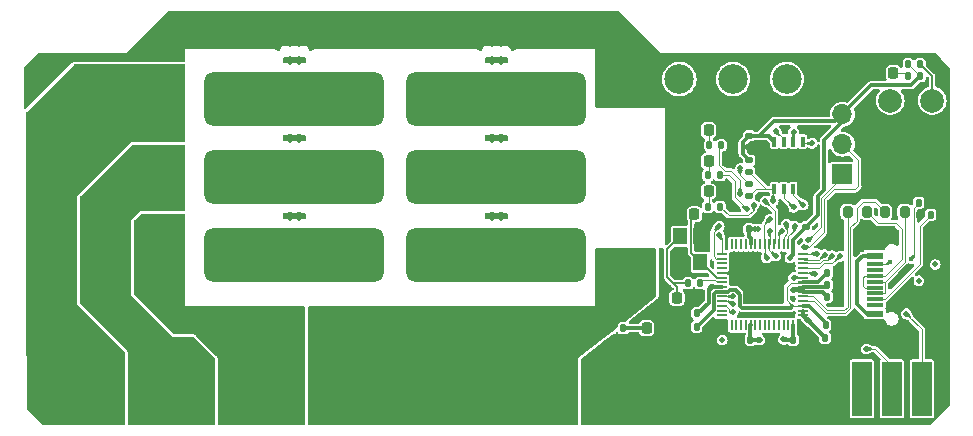
<source format=gbr>
%TF.GenerationSoftware,KiCad,Pcbnew,7.99.0-3012-g423a5b9961*%
%TF.CreationDate,2023-10-30T13:08:26-04:00*%
%TF.ProjectId,anyesc,616e7965-7363-42e6-9b69-6361645f7063,V1.0*%
%TF.SameCoordinates,Original*%
%TF.FileFunction,Copper,L1,Top*%
%TF.FilePolarity,Positive*%
%FSLAX46Y46*%
G04 Gerber Fmt 4.6, Leading zero omitted, Abs format (unit mm)*
G04 Created by KiCad (PCBNEW 7.99.0-3012-g423a5b9961) date 2023-10-30 13:08:26*
%MOMM*%
%LPD*%
G01*
G04 APERTURE LIST*
G04 Aperture macros list*
%AMRoundRect*
0 Rectangle with rounded corners*
0 $1 Rounding radius*
0 $2 $3 $4 $5 $6 $7 $8 $9 X,Y pos of 4 corners*
0 Add a 4 corners polygon primitive as box body*
4,1,4,$2,$3,$4,$5,$6,$7,$8,$9,$2,$3,0*
0 Add four circle primitives for the rounded corners*
1,1,$1+$1,$2,$3*
1,1,$1+$1,$4,$5*
1,1,$1+$1,$6,$7*
1,1,$1+$1,$8,$9*
0 Add four rect primitives between the rounded corners*
20,1,$1+$1,$2,$3,$4,$5,0*
20,1,$1+$1,$4,$5,$6,$7,0*
20,1,$1+$1,$6,$7,$8,$9,0*
20,1,$1+$1,$8,$9,$2,$3,0*%
G04 Aperture macros list end*
%TA.AperFunction,ComponentPad*%
%ADD10RoundRect,0.800000X6.800000X1.500000X-6.800000X1.500000X-6.800000X-1.500000X6.800000X-1.500000X0*%
%TD*%
%TA.AperFunction,SMDPad,CuDef*%
%ADD11RoundRect,0.140000X0.170000X-0.140000X0.170000X0.140000X-0.170000X0.140000X-0.170000X-0.140000X0*%
%TD*%
%TA.AperFunction,SMDPad,CuDef*%
%ADD12RoundRect,0.050000X-0.050000X0.387500X-0.050000X-0.387500X0.050000X-0.387500X0.050000X0.387500X0*%
%TD*%
%TA.AperFunction,SMDPad,CuDef*%
%ADD13RoundRect,0.050000X-0.387500X0.050000X-0.387500X-0.050000X0.387500X-0.050000X0.387500X0.050000X0*%
%TD*%
%TA.AperFunction,ComponentPad*%
%ADD14C,0.500000*%
%TD*%
%TA.AperFunction,SMDPad,CuDef*%
%ADD15R,3.200000X3.200000*%
%TD*%
%TA.AperFunction,SMDPad,CuDef*%
%ADD16RoundRect,0.135000X0.185000X-0.135000X0.185000X0.135000X-0.185000X0.135000X-0.185000X-0.135000X0*%
%TD*%
%TA.AperFunction,SMDPad,CuDef*%
%ADD17RoundRect,0.218750X0.218750X0.256250X-0.218750X0.256250X-0.218750X-0.256250X0.218750X-0.256250X0*%
%TD*%
%TA.AperFunction,ComponentPad*%
%ADD18C,2.000000*%
%TD*%
%TA.AperFunction,SMDPad,CuDef*%
%ADD19RoundRect,0.225000X0.225000X0.250000X-0.225000X0.250000X-0.225000X-0.250000X0.225000X-0.250000X0*%
%TD*%
%TA.AperFunction,SMDPad,CuDef*%
%ADD20RoundRect,0.140000X-0.140000X-0.170000X0.140000X-0.170000X0.140000X0.170000X-0.140000X0.170000X0*%
%TD*%
%TA.AperFunction,SMDPad,CuDef*%
%ADD21RoundRect,0.140000X0.140000X0.170000X-0.140000X0.170000X-0.140000X-0.170000X0.140000X-0.170000X0*%
%TD*%
%TA.AperFunction,SMDPad,CuDef*%
%ADD22RoundRect,0.218750X-0.218750X-0.256250X0.218750X-0.256250X0.218750X0.256250X-0.218750X0.256250X0*%
%TD*%
%TA.AperFunction,SMDPad,CuDef*%
%ADD23RoundRect,0.135000X0.135000X0.185000X-0.135000X0.185000X-0.135000X-0.185000X0.135000X-0.185000X0*%
%TD*%
%TA.AperFunction,SMDPad,CuDef*%
%ADD24RoundRect,0.135000X-0.135000X-0.185000X0.135000X-0.185000X0.135000X0.185000X-0.135000X0.185000X0*%
%TD*%
%TA.AperFunction,ComponentPad*%
%ADD25R,1.700000X1.700000*%
%TD*%
%TA.AperFunction,ComponentPad*%
%ADD26O,1.700000X1.700000*%
%TD*%
%TA.AperFunction,SMDPad,CuDef*%
%ADD27R,0.304800X0.863600*%
%TD*%
%TA.AperFunction,SMDPad,CuDef*%
%ADD28R,3.098800X2.387600*%
%TD*%
%TA.AperFunction,ComponentPad*%
%ADD29R,4.750000X2.950000*%
%TD*%
%TA.AperFunction,ComponentPad*%
%ADD30R,3.950000X4.900000*%
%TD*%
%TA.AperFunction,ComponentPad*%
%ADD31R,3.950000X4.450000*%
%TD*%
%TA.AperFunction,ComponentPad*%
%ADD32R,3.950000X4.850000*%
%TD*%
%TA.AperFunction,SMDPad,CuDef*%
%ADD33RoundRect,0.135000X-0.185000X0.135000X-0.185000X-0.135000X0.185000X-0.135000X0.185000X0.135000X0*%
%TD*%
%TA.AperFunction,ComponentPad*%
%ADD34C,2.500000*%
%TD*%
%TA.AperFunction,SMDPad,CuDef*%
%ADD35RoundRect,0.200000X-0.200000X-0.275000X0.200000X-0.275000X0.200000X0.275000X-0.200000X0.275000X0*%
%TD*%
%TA.AperFunction,SMDPad,CuDef*%
%ADD36RoundRect,0.200000X0.200000X0.275000X-0.200000X0.275000X-0.200000X-0.275000X0.200000X-0.275000X0*%
%TD*%
%TA.AperFunction,SMDPad,CuDef*%
%ADD37R,1.200000X1.400000*%
%TD*%
%TA.AperFunction,SMDPad,CuDef*%
%ADD38RoundRect,0.225000X-0.225000X-0.250000X0.225000X-0.250000X0.225000X0.250000X-0.225000X0.250000X0*%
%TD*%
%TA.AperFunction,SMDPad,CuDef*%
%ADD39R,1.651000X4.572000*%
%TD*%
%TA.AperFunction,SMDPad,CuDef*%
%ADD40R,1.450000X0.600000*%
%TD*%
%TA.AperFunction,SMDPad,CuDef*%
%ADD41R,1.450000X0.300000*%
%TD*%
%TA.AperFunction,ComponentPad*%
%ADD42O,2.100000X1.000000*%
%TD*%
%TA.AperFunction,ComponentPad*%
%ADD43O,1.600000X1.000000*%
%TD*%
%TA.AperFunction,ViaPad*%
%ADD44C,0.500000*%
%TD*%
%TA.AperFunction,ViaPad*%
%ADD45C,0.400000*%
%TD*%
%TA.AperFunction,Conductor*%
%ADD46C,0.300000*%
%TD*%
%TA.AperFunction,Conductor*%
%ADD47C,0.125000*%
%TD*%
%TA.AperFunction,Conductor*%
%ADD48C,0.130000*%
%TD*%
G04 APERTURE END LIST*
D10*
%TO.P,H5,1*%
%TO.N,N/C*%
X130665000Y-108640400D03*
%TD*%
D11*
%TO.P,C14,1*%
%TO.N,GND*%
X169178999Y-99479000D03*
%TO.P,C14,2*%
%TO.N,+3V3*%
X169178999Y-98519000D03*
%TD*%
D12*
%TO.P,U1,1,IOVDD*%
%TO.N,+3V3*%
X172882000Y-107693500D03*
%TO.P,U1,2,GPIO0*%
%TO.N,/RP2040/LED0*%
X172482000Y-107693500D03*
%TO.P,U1,3,GPIO1*%
%TO.N,/RP2040/LED1*%
X172082000Y-107693500D03*
%TO.P,U1,4,GPIO2*%
%TO.N,/RP2040/LED2*%
X171682000Y-107693500D03*
%TO.P,U1,5,GPIO3*%
%TO.N,/ESC_PWM*%
X171282000Y-107693500D03*
%TO.P,U1,6,GPIO4*%
%TO.N,/UART1_TX*%
X170882000Y-107693500D03*
%TO.P,U1,7,GPIO5*%
%TO.N,/UART1_RX*%
X170482000Y-107693500D03*
%TO.P,U1,8,GPIO6*%
%TO.N,unconnected-(U1-GPIO6-Pad8)*%
X170082000Y-107693500D03*
%TO.P,U1,9,GPIO7*%
%TO.N,unconnected-(U1-GPIO7-Pad9)*%
X169682000Y-107693500D03*
%TO.P,U1,10,IOVDD*%
%TO.N,+3V3*%
X169282000Y-107693500D03*
%TO.P,U1,11,GPIO8*%
%TO.N,unconnected-(U1-GPIO8-Pad11)*%
X168882000Y-107693500D03*
%TO.P,U1,12,GPIO9*%
%TO.N,unconnected-(U1-GPIO9-Pad12)*%
X168482000Y-107693500D03*
%TO.P,U1,13,GPIO10*%
%TO.N,unconnected-(U1-GPIO10-Pad13)*%
X168082000Y-107693500D03*
%TO.P,U1,14,GPIO11*%
%TO.N,unconnected-(U1-GPIO11-Pad14)*%
X167682000Y-107693500D03*
D13*
%TO.P,U1,15,GPIO12*%
%TO.N,/BOARD_TX*%
X166844500Y-108531000D03*
%TO.P,U1,16,GPIO13*%
%TO.N,/BOARD_RX*%
X166844500Y-108931000D03*
%TO.P,U1,17,GPIO14*%
%TO.N,unconnected-(U1-GPIO14-Pad17)*%
X166844500Y-109331000D03*
%TO.P,U1,18,GPIO15*%
%TO.N,unconnected-(U1-GPIO15-Pad18)*%
X166844500Y-109731000D03*
%TO.P,U1,19,TESTEN*%
%TO.N,GND*%
X166844500Y-110131000D03*
%TO.P,U1,20,XIN*%
%TO.N,/RP2040/XIN*%
X166844500Y-110531000D03*
%TO.P,U1,21,XOUT*%
%TO.N,/RP2040/XOUT*%
X166844500Y-110931000D03*
%TO.P,U1,22,IOVDD*%
%TO.N,+3V3*%
X166844500Y-111331000D03*
%TO.P,U1,23,DVDD*%
%TO.N,/RP2040/+1.1V*%
X166844500Y-111731000D03*
%TO.P,U1,24,SWCLK*%
%TO.N,/RP2040/SWCLK*%
X166844500Y-112131000D03*
%TO.P,U1,25,SWDIO*%
%TO.N,/RP2040/SWDIO*%
X166844500Y-112531000D03*
%TO.P,U1,26,RUN*%
%TO.N,/RP2040/RUN*%
X166844500Y-112931000D03*
%TO.P,U1,27,GPIO16*%
%TO.N,unconnected-(U1-GPIO16-Pad27)*%
X166844500Y-113331000D03*
%TO.P,U1,28,GPIO17*%
%TO.N,unconnected-(U1-GPIO17-Pad28)*%
X166844500Y-113731000D03*
D12*
%TO.P,U1,29,GPIO18*%
%TO.N,unconnected-(U1-GPIO18-Pad29)*%
X167682000Y-114568500D03*
%TO.P,U1,30,GPIO19*%
%TO.N,unconnected-(U1-GPIO19-Pad30)*%
X168082000Y-114568500D03*
%TO.P,U1,31,GPIO20*%
%TO.N,unconnected-(U1-GPIO20-Pad31)*%
X168482000Y-114568500D03*
%TO.P,U1,32,GPIO21*%
%TO.N,unconnected-(U1-GPIO21-Pad32)*%
X168882000Y-114568500D03*
%TO.P,U1,33,IOVDD*%
%TO.N,+3V3*%
X169282000Y-114568500D03*
%TO.P,U1,34,GPIO22*%
%TO.N,unconnected-(U1-GPIO22-Pad34)*%
X169682000Y-114568500D03*
%TO.P,U1,35,GPIO23*%
%TO.N,unconnected-(U1-GPIO23-Pad35)*%
X170082000Y-114568500D03*
%TO.P,U1,36,GPIO24*%
%TO.N,unconnected-(U1-GPIO24-Pad36)*%
X170482000Y-114568500D03*
%TO.P,U1,37,GPIO25*%
%TO.N,unconnected-(U1-GPIO25-Pad37)*%
X170882000Y-114568500D03*
%TO.P,U1,38,GPIO26/ADC0*%
%TO.N,/RP2040/ADC0*%
X171282000Y-114568500D03*
%TO.P,U1,39,GPIO27/ADC1*%
%TO.N,/RP2040/ADC1*%
X171682000Y-114568500D03*
%TO.P,U1,40,GPIO28/ADC2*%
%TO.N,/RP2040/ADC2*%
X172082000Y-114568500D03*
%TO.P,U1,41,GPIO29/ADC3*%
%TO.N,/RP2040/ADC3*%
X172482000Y-114568500D03*
%TO.P,U1,42,IOVDD*%
%TO.N,+3V3*%
X172882000Y-114568500D03*
D13*
%TO.P,U1,43,ADC_AVDD*%
X173719500Y-113731000D03*
%TO.P,U1,44,VREG_VIN*%
X173719500Y-113331000D03*
%TO.P,U1,45,VREG_VOUT*%
%TO.N,/RP2040/+1.1V*%
X173719500Y-112931000D03*
%TO.P,U1,46,USB_DM*%
%TO.N,Net-(U1-USB_DM)*%
X173719500Y-112531000D03*
%TO.P,U1,47,USB_DP*%
%TO.N,Net-(U1-USB_DP)*%
X173719500Y-112131000D03*
%TO.P,U1,48,USB_VDD*%
%TO.N,+3V3*%
X173719500Y-111731000D03*
%TO.P,U1,49,IOVDD*%
X173719500Y-111331000D03*
%TO.P,U1,50,DVDD*%
%TO.N,/RP2040/+1.1V*%
X173719500Y-110931000D03*
%TO.P,U1,51,QSPI_SD3*%
%TO.N,/RP2040/QSPI_SD3*%
X173719500Y-110531000D03*
%TO.P,U1,52,QSPI_SCLK*%
%TO.N,/RP2040/QSPI_SCK*%
X173719500Y-110131000D03*
%TO.P,U1,53,QSPI_SD0*%
%TO.N,/RP2040/QSPI_SD0*%
X173719500Y-109731000D03*
%TO.P,U1,54,QSPI_SD2*%
%TO.N,/RP2040/QSPI_SD2*%
X173719500Y-109331000D03*
%TO.P,U1,55,QSPI_SD1*%
%TO.N,/RP2040/QSPI_SD1*%
X173719500Y-108931000D03*
%TO.P,U1,56,QSPI_SS_N*%
%TO.N,/RP2040/QSPI_CS*%
X173719500Y-108531000D03*
D14*
%TO.P,U1,57,GND*%
%TO.N,GND*%
X171632000Y-109781000D03*
X168932000Y-109781000D03*
D15*
X170282000Y-111131000D03*
D14*
X171632000Y-112481000D03*
X168932000Y-112481000D03*
%TD*%
D16*
%TO.P,R8,1*%
%TO.N,/RP2040/QSPI_CS*%
X169164000Y-101602000D03*
%TO.P,R8,2*%
%TO.N,+3V3*%
X169164000Y-100582000D03*
%TD*%
D17*
%TO.P,D4,1,K*%
%TO.N,GND*%
X167299500Y-100650000D03*
%TO.P,D4,2,A*%
%TO.N,Net-(D4-A)*%
X165724500Y-100650000D03*
%TD*%
D18*
%TO.P,SW2,1,1*%
%TO.N,/RP2040/RUN*%
X184673000Y-95547000D03*
%TO.P,SW2,2,2*%
%TO.N,GND*%
X184673000Y-102047000D03*
%TD*%
D19*
%TO.P,C13,1*%
%TO.N,/RP2040/XIN*%
X164525000Y-105175000D03*
%TO.P,C13,2*%
%TO.N,GND*%
X162975000Y-105175000D03*
%TD*%
D10*
%TO.P,H5,1*%
%TO.N,N/C*%
X147765000Y-108640400D03*
%TD*%
D20*
%TO.P,C5,1*%
%TO.N,+3V3*%
X172890000Y-115790000D03*
%TO.P,C5,2*%
%TO.N,GND*%
X173850000Y-115790000D03*
%TD*%
D10*
%TO.P,H4,1*%
%TO.N,N/C*%
X147765000Y-102040400D03*
%TD*%
D21*
%TO.P,C8,1*%
%TO.N,/RP2040/+1.1V*%
X164716400Y-114681000D03*
%TO.P,C8,2*%
%TO.N,GND*%
X163756400Y-114681000D03*
%TD*%
D22*
%TO.P,D1,1,K*%
%TO.N,GND*%
X179795999Y-93218000D03*
%TO.P,D1,2,A*%
%TO.N,Net-(D1-A)*%
X181370999Y-93218000D03*
%TD*%
D17*
%TO.P,D3,1,K*%
%TO.N,GND*%
X167299500Y-103240001D03*
%TO.P,D3,2,A*%
%TO.N,Net-(D3-A)*%
X165724500Y-103240001D03*
%TD*%
D20*
%TO.P,C2,1*%
%TO.N,+3V3*%
X175796000Y-111123216D03*
%TO.P,C2,2*%
%TO.N,GND*%
X176756000Y-111123216D03*
%TD*%
D23*
%TO.P,R9,1*%
%TO.N,+3V3*%
X183644000Y-93472000D03*
%TO.P,R9,2*%
%TO.N,Net-(D1-A)*%
X182624000Y-93472000D03*
%TD*%
D24*
%TO.P,R3,1*%
%TO.N,Net-(J1-CC2)*%
X183528000Y-104206000D03*
%TO.P,R3,2*%
%TO.N,GND*%
X184548000Y-104206000D03*
%TD*%
D25*
%TO.P,J2,1,Pin_1*%
%TO.N,/RP2040/SWCLK*%
X177053000Y-101783000D03*
D26*
%TO.P,J2,2,Pin_2*%
%TO.N,/RP2040/SWDIO*%
X177053000Y-99243000D03*
%TO.P,J2,3,Pin_3*%
%TO.N,+3V3*%
X177053000Y-96703000D03*
%TO.P,J2,4,Pin_4*%
%TO.N,GND*%
X177053000Y-94163000D03*
%TD*%
D27*
%TO.P,U2,1,~{CS}*%
%TO.N,/RP2040/QSPI_CS*%
X171280850Y-103050300D03*
%TO.P,U2,2,DO(IO1)*%
%TO.N,/RP2040/QSPI_SD1*%
X172080950Y-103050300D03*
%TO.P,U2,3,IO2*%
%TO.N,/RP2040/QSPI_SD2*%
X172881050Y-103050300D03*
%TO.P,U2,4,GND*%
%TO.N,GND*%
X173681150Y-103050300D03*
D28*
X172481000Y-101031000D03*
D27*
%TO.P,U2,5,DI(IO0)*%
%TO.N,/RP2040/QSPI_SD0*%
X173681150Y-99011700D03*
%TO.P,U2,6,CLK*%
%TO.N,/RP2040/QSPI_SCK*%
X172881050Y-99011700D03*
%TO.P,U2,7,IO3*%
%TO.N,/RP2040/QSPI_SD3*%
X172080950Y-99011700D03*
%TO.P,U2,8,VCC*%
%TO.N,+3V3*%
X171280850Y-99011700D03*
%TD*%
D11*
%TO.P,C7,1*%
%TO.N,+3V3*%
X173990000Y-106222800D03*
%TO.P,C7,2*%
%TO.N,GND*%
X173990000Y-105262800D03*
%TD*%
D23*
%TO.P,R2,1*%
%TO.N,Net-(J1-CC1)*%
X184548000Y-105222000D03*
%TO.P,R2,2*%
%TO.N,GND*%
X183528000Y-105222000D03*
%TD*%
D24*
%TO.P,R1,1*%
%TO.N,+3V3*%
X182624000Y-92456000D03*
%TO.P,R1,2*%
%TO.N,/RP2040/RUN*%
X183644000Y-92456000D03*
%TD*%
D29*
%TO.P,U3,1,V+*%
%TO.N,+12V*%
X158540000Y-109515400D03*
%TO.P,U3,2,V+*%
%TO.N,GND*%
X158540000Y-94615400D03*
D30*
%TO.P,U3,3,A*%
%TO.N,/PHASE_A*%
X119390000Y-95740400D03*
D31*
%TO.P,U3,4,B*%
%TO.N,/PHASE_B*%
X119390000Y-102015400D03*
D32*
%TO.P,U3,5,C*%
%TO.N,/PHASE_C*%
X119390000Y-108465400D03*
%TD*%
D23*
%TO.P,R12,1*%
%TO.N,/RP2040/LED1*%
X166693188Y-101861312D03*
%TO.P,R12,2*%
%TO.N,Net-(D4-A)*%
X165673188Y-101861312D03*
%TD*%
D33*
%TO.P,R7,1*%
%TO.N,/RP2040/USB_BOOT*%
X169164000Y-102612001D03*
%TO.P,R7,2*%
%TO.N,/RP2040/QSPI_CS*%
X169164000Y-103632001D03*
%TD*%
D34*
%TO.P,TP3,1,1*%
%TO.N,/ESC_PWM*%
X163254000Y-93726000D03*
%TD*%
D35*
%TO.P,R4,1*%
%TO.N,Net-(U1-USB_DP)*%
X177498000Y-104968000D03*
%TO.P,R4,2*%
%TO.N,/RP2040/USB_P*%
X179148000Y-104968000D03*
%TD*%
D36*
%TO.P,R5,1*%
%TO.N,/RP2040/USB_N*%
X182323000Y-104968000D03*
%TO.P,R5,2*%
%TO.N,Net-(U1-USB_DM)*%
X180673000Y-104968000D03*
%TD*%
D21*
%TO.P,C6,1*%
%TO.N,+3V3*%
X169278000Y-115790000D03*
%TO.P,C6,2*%
%TO.N,GND*%
X168318000Y-115790000D03*
%TD*%
D24*
%TO.P,R10,1*%
%TO.N,+12V*%
X157478000Y-114808000D03*
%TO.P,R10,2*%
%TO.N,Net-(D2-A)*%
X158498000Y-114808000D03*
%TD*%
D20*
%TO.P,C11,1*%
%TO.N,/RP2040/+1.1V*%
X175643600Y-114554000D03*
%TO.P,C11,2*%
%TO.N,GND*%
X176603600Y-114554000D03*
%TD*%
D37*
%TO.P,Y1,1,1*%
%TO.N,/RP2040/XIN*%
X165040000Y-109230000D03*
%TO.P,Y1,2,2*%
%TO.N,GND*%
X165040000Y-107030000D03*
%TO.P,Y1,3,3*%
%TO.N,Net-(C12-Pad1)*%
X163340000Y-107030000D03*
%TO.P,Y1,4,4*%
%TO.N,GND*%
X163340000Y-109230000D03*
%TD*%
D23*
%TO.P,R11,1*%
%TO.N,/RP2040/LED0*%
X166693188Y-104528312D03*
%TO.P,R11,2*%
%TO.N,Net-(D3-A)*%
X165673188Y-104528312D03*
%TD*%
D34*
%TO.P,TP2,1,1*%
%TO.N,/UART1_RX*%
X167804000Y-93726000D03*
%TD*%
D23*
%TO.P,R13,1*%
%TO.N,/RP2040/LED2*%
X166820188Y-99321312D03*
%TO.P,R13,2*%
%TO.N,Net-(D5-A)*%
X165800188Y-99321312D03*
%TD*%
D17*
%TO.P,D2,1,K*%
%TO.N,GND*%
X162051999Y-114808000D03*
%TO.P,D2,2,A*%
%TO.N,Net-(D2-A)*%
X160476999Y-114808000D03*
%TD*%
%TO.P,D5,1,K*%
%TO.N,GND*%
X167299500Y-98059999D03*
%TO.P,D5,2,A*%
%TO.N,Net-(D5-A)*%
X165724500Y-98059999D03*
%TD*%
D10*
%TO.P,H6,1*%
%TO.N,N/C*%
X130665000Y-95440400D03*
%TD*%
D38*
%TO.P,C12,1*%
%TO.N,Net-(C12-Pad1)*%
X163050000Y-112250000D03*
%TO.P,C12,2*%
%TO.N,GND*%
X164600000Y-112250000D03*
%TD*%
D39*
%TO.P,J3,2,2*%
%TO.N,/PHASE_A*%
X110124000Y-119954000D03*
%TO.P,J3,4,4*%
X112664000Y-119954000D03*
%TO.P,J3,6,6*%
X115204000Y-119954000D03*
%TO.P,J3,8,8*%
%TO.N,/PHASE_B*%
X117744000Y-119954000D03*
%TO.P,J3,10,10*%
X120284000Y-119954000D03*
%TO.P,J3,12,12*%
X122824000Y-119954000D03*
%TO.P,J3,14,14*%
%TO.N,/PHASE_C*%
X125364000Y-119954000D03*
%TO.P,J3,16,16*%
X127904000Y-119954000D03*
%TO.P,J3,18,18*%
X130444000Y-119954000D03*
%TO.P,J3,20,20*%
%TO.N,+12V*%
X132984000Y-119954000D03*
%TO.P,J3,22,22*%
X135524000Y-119954000D03*
%TO.P,J3,24,24*%
X138064000Y-119954000D03*
%TO.P,J3,26,26*%
X140604000Y-119954000D03*
%TO.P,J3,28,28*%
X143144000Y-119954000D03*
%TO.P,J3,30,30*%
X145684000Y-119954000D03*
%TO.P,J3,32,32*%
X148224000Y-119954000D03*
%TO.P,J3,34,34*%
X150764000Y-119954000D03*
%TO.P,J3,36,36*%
X153304000Y-119954000D03*
%TO.P,J3,38,38*%
%TO.N,GND*%
X155844000Y-119954000D03*
%TO.P,J3,40,40*%
X158384000Y-119954000D03*
%TO.P,J3,42,42*%
X160924000Y-119954000D03*
%TO.P,J3,44,44*%
X163464000Y-119954000D03*
%TO.P,J3,46,46*%
X166004000Y-119954000D03*
%TO.P,J3,48,48*%
X168544000Y-119954000D03*
%TO.P,J3,50,50*%
X171084000Y-119954000D03*
%TO.P,J3,52,52*%
X173624000Y-119954000D03*
%TO.P,J3,54,54*%
X176164000Y-119954000D03*
%TO.P,J3,56,56*%
%TO.N,+3V3*%
X178704000Y-119954000D03*
%TO.P,J3,58,58*%
%TO.N,/BOARD_RX*%
X181244000Y-119954000D03*
%TO.P,J3,60,60*%
%TO.N,/BOARD_RX_1*%
X183784000Y-119954000D03*
%TD*%
D10*
%TO.P,H4,1*%
%TO.N,N/C*%
X130665000Y-102040400D03*
%TD*%
D21*
%TO.P,C3,1*%
%TO.N,+3V3*%
X164716400Y-113538000D03*
%TO.P,C3,2*%
%TO.N,GND*%
X163756400Y-113538000D03*
%TD*%
D20*
%TO.P,C10,1*%
%TO.N,/RP2040/+1.1V*%
X175796000Y-110107216D03*
%TO.P,C10,2*%
%TO.N,GND*%
X176756000Y-110107216D03*
%TD*%
D21*
%TO.P,C1,1*%
%TO.N,+3V3*%
X169136000Y-106426000D03*
%TO.P,C1,2*%
%TO.N,GND*%
X168176000Y-106426000D03*
%TD*%
D10*
%TO.P,H6,1*%
%TO.N,N/C*%
X147765000Y-95440400D03*
%TD*%
D20*
%TO.P,C9,1*%
%TO.N,+3V3*%
X175592800Y-115620800D03*
%TO.P,C9,2*%
%TO.N,GND*%
X176552800Y-115620800D03*
%TD*%
D18*
%TO.P,SW1,1,1*%
%TO.N,/RP2040/USB_BOOT*%
X181117000Y-95547000D03*
%TO.P,SW1,2,2*%
%TO.N,GND*%
X181117000Y-102047000D03*
%TD*%
D23*
%TO.P,R6,1*%
%TO.N,/RP2040/XOUT*%
X165000400Y-110998000D03*
%TO.P,R6,2*%
%TO.N,Net-(C12-Pad1)*%
X163980400Y-110998000D03*
%TD*%
D40*
%TO.P,J1,A1,GND*%
%TO.N,GND*%
X179799000Y-114379210D03*
%TO.P,J1,A4,VBUS*%
%TO.N,/RP2040/USB_VBUS*%
X179799000Y-113579210D03*
D41*
%TO.P,J1,A5,CC1*%
%TO.N,Net-(J1-CC1)*%
X179799000Y-112379210D03*
%TO.P,J1,A6,D+*%
%TO.N,/RP2040/USB_P*%
X179799000Y-111379210D03*
%TO.P,J1,A7,D-*%
%TO.N,/RP2040/USB_N*%
X179799000Y-110879210D03*
%TO.P,J1,A8,SBU1*%
%TO.N,unconnected-(J1-SBU1-PadA8)*%
X179799000Y-109879210D03*
D40*
%TO.P,J1,A9,VBUS*%
%TO.N,/RP2040/USB_VBUS*%
X179799000Y-108679210D03*
%TO.P,J1,A12,GND*%
%TO.N,GND*%
X179799000Y-107879210D03*
%TO.P,J1,B1,GND*%
X179799000Y-107879210D03*
%TO.P,J1,B4,VBUS*%
%TO.N,/RP2040/USB_VBUS*%
X179799000Y-108679210D03*
D41*
%TO.P,J1,B5,CC2*%
%TO.N,Net-(J1-CC2)*%
X179799000Y-109379210D03*
%TO.P,J1,B6,D+*%
%TO.N,/RP2040/USB_P*%
X179799000Y-110379210D03*
%TO.P,J1,B7,D-*%
%TO.N,/RP2040/USB_N*%
X179799000Y-111879210D03*
%TO.P,J1,B8,SBU2*%
%TO.N,unconnected-(J1-SBU2-PadB8)*%
X179799000Y-112879210D03*
D40*
%TO.P,J1,B9,VBUS*%
%TO.N,/RP2040/USB_VBUS*%
X179799000Y-113579210D03*
%TO.P,J1,B12,GND*%
%TO.N,GND*%
X179799000Y-114379210D03*
D42*
%TO.P,J1,S1,SHIELD*%
X180714000Y-115449210D03*
D43*
X184894000Y-115449210D03*
D42*
X180714000Y-106809210D03*
D43*
X184894000Y-106809210D03*
%TD*%
D34*
%TO.P,TP1,1,1*%
%TO.N,/UART1_TX*%
X172354000Y-93726000D03*
%TD*%
D20*
%TO.P,C4,1*%
%TO.N,+3V3*%
X175796000Y-112139216D03*
%TO.P,C4,2*%
%TO.N,GND*%
X176756000Y-112139216D03*
%TD*%
D44*
%TO.N,+3V3*%
X178308000Y-121920000D03*
X179070000Y-120396000D03*
X172618400Y-108864400D03*
X170078400Y-115824000D03*
X179070000Y-118110000D03*
X179070000Y-119634000D03*
X165912800Y-111302800D03*
X174193200Y-114198400D03*
X178308000Y-118110000D03*
X178308000Y-118872000D03*
X166878000Y-115824000D03*
X178308000Y-120396000D03*
X179070000Y-121920000D03*
X179070000Y-121158000D03*
X179070000Y-118872000D03*
X169875200Y-106426000D03*
X178308000Y-119634000D03*
X172872400Y-111607600D03*
X172059600Y-115773200D03*
X178308000Y-121158000D03*
%TO.N,GND*%
X146050000Y-88900000D03*
X161798000Y-113284000D03*
X184658000Y-97536000D03*
X163830000Y-99441000D03*
X163830000Y-116332000D03*
X174244000Y-103378000D03*
X138430000Y-90170000D03*
X140970000Y-88900000D03*
X130175000Y-89535000D03*
X159004000Y-93472000D03*
X120015000Y-89535000D03*
X156464000Y-94234000D03*
X160528000Y-93472000D03*
X124460000Y-89535000D03*
X167640000Y-99314000D03*
X163322000Y-96774000D03*
X127000000Y-88900000D03*
X178562000Y-107442000D03*
X132080000Y-90805000D03*
X162825000Y-110350000D03*
X170434000Y-101346000D03*
X158115000Y-90805000D03*
X151765000Y-88900000D03*
X181102000Y-100076000D03*
X157226000Y-93472000D03*
X159766000Y-93472000D03*
X170434000Y-99568000D03*
X147955000Y-90170000D03*
X135255000Y-89535000D03*
X109220000Y-92710000D03*
X142875000Y-90170000D03*
X160528000Y-94234000D03*
X180594000Y-98298000D03*
X160528000Y-95758000D03*
X159766000Y-94234000D03*
X156464000Y-93472000D03*
X184912000Y-100076000D03*
X185420000Y-104648000D03*
X159004000Y-95758000D03*
X163576000Y-101727000D03*
X167894000Y-104648000D03*
X156464000Y-95758000D03*
X159766000Y-95758000D03*
X174244000Y-92202000D03*
X157226000Y-95758000D03*
X181356000Y-103886000D03*
X160528000Y-94996000D03*
X156464000Y-94996000D03*
X184912000Y-107950000D03*
X168910000Y-96774000D03*
X159766000Y-94996000D03*
X161290000Y-92202000D03*
X122555000Y-90170000D03*
X126365000Y-90170000D03*
X154940000Y-90170000D03*
X184912000Y-114046000D03*
X182880000Y-115316000D03*
X177800000Y-114808000D03*
X108585000Y-93980000D03*
X176784000Y-112776000D03*
X165750000Y-105475000D03*
X165862000Y-96520000D03*
X163830000Y-115570000D03*
X174752000Y-96520000D03*
X118110000Y-91440000D03*
D45*
%TO.N,Net-(J1-CC2)*%
X182880000Y-108966000D03*
X181102000Y-109220000D03*
D44*
%TO.N,/RP2040/SWCLK*%
X167792400Y-112115600D03*
X174142400Y-107391200D03*
%TO.N,/RP2040/SWDIO*%
X173831384Y-107961395D03*
X167792400Y-112765103D03*
%TO.N,/PHASE_A*%
X120904000Y-93726000D03*
X118618000Y-96012000D03*
X108585000Y-107315000D03*
X109855000Y-98425000D03*
X111125000Y-94615000D03*
X118618000Y-93726000D03*
X116205000Y-94615000D03*
X109855000Y-107315000D03*
X113665000Y-115570000D03*
X119380000Y-96774000D03*
X117856000Y-97536000D03*
X111125000Y-111760000D03*
X111125000Y-115570000D03*
X109855000Y-111760000D03*
X113665000Y-94615000D03*
X117856000Y-96774000D03*
X111125000Y-107315000D03*
X112395000Y-94615000D03*
X108585000Y-102235000D03*
X118618000Y-96774000D03*
X108585000Y-111760000D03*
X119380000Y-93726000D03*
X109855000Y-115570000D03*
X111125000Y-98425000D03*
X120904000Y-97536000D03*
X114935000Y-98425000D03*
X114935000Y-94615000D03*
X112395000Y-115570000D03*
X111125000Y-102235000D03*
X108585000Y-98425000D03*
X119380000Y-94488000D03*
X120904000Y-94488000D03*
X108585000Y-115570000D03*
X118618000Y-94488000D03*
X119380000Y-97536000D03*
X120904000Y-96774000D03*
X117856000Y-95250000D03*
X117856000Y-93726000D03*
X113665000Y-98425000D03*
X120142000Y-97536000D03*
X118618000Y-95250000D03*
X120142000Y-93726000D03*
X117856000Y-94488000D03*
X109855000Y-102235000D03*
X116205000Y-98425000D03*
X112395000Y-98425000D03*
X118618000Y-97536000D03*
X117856000Y-96012000D03*
%TO.N,/PHASE_B*%
X116205000Y-101600000D03*
X119380000Y-100076000D03*
X118618000Y-101600000D03*
X120904000Y-103124000D03*
X118618000Y-103886000D03*
X117856000Y-100838000D03*
X118618000Y-100838000D03*
X118745000Y-115570000D03*
X118618000Y-103124000D03*
X115570000Y-104775000D03*
X120142000Y-100076000D03*
X115570000Y-108585000D03*
X113030000Y-108585000D03*
X119380000Y-100838000D03*
X113030000Y-104775000D03*
X117856000Y-100076000D03*
X114300000Y-104775000D03*
X117856000Y-101600000D03*
X118618000Y-100076000D03*
X116205000Y-102870000D03*
X117856000Y-103886000D03*
X114300000Y-108585000D03*
X117856000Y-103124000D03*
X119380000Y-103886000D03*
X120904000Y-100838000D03*
X120142000Y-103886000D03*
X114300000Y-112395000D03*
X116840000Y-115570000D03*
X117856000Y-102362000D03*
X115570000Y-112395000D03*
X119380000Y-103124000D03*
X120904000Y-103886000D03*
X118618000Y-102362000D03*
X120904000Y-100076000D03*
X113030000Y-112395000D03*
%TO.N,/PHASE_C*%
X130810000Y-115570000D03*
X121920000Y-114300000D03*
X124460000Y-114300000D03*
X117856000Y-106426000D03*
X123190000Y-115570000D03*
X118110000Y-111760000D03*
X128270000Y-115570000D03*
X125730000Y-114300000D03*
X120650000Y-111760000D03*
X120904000Y-106426000D03*
X125730000Y-115570000D03*
X120904000Y-110236000D03*
X119380000Y-109474000D03*
X123190000Y-114300000D03*
X117856000Y-107950000D03*
X120904000Y-107188000D03*
X117856000Y-107188000D03*
X130810000Y-114300000D03*
X119380000Y-111760000D03*
X128270000Y-114300000D03*
X118618000Y-106426000D03*
X119380000Y-106426000D03*
X120142000Y-110236000D03*
X119380000Y-107188000D03*
X120650000Y-114300000D03*
X120904000Y-109474000D03*
X117856000Y-109474000D03*
X119380000Y-110236000D03*
X118618000Y-107188000D03*
X129540000Y-115570000D03*
X117856000Y-110236000D03*
X118618000Y-110236000D03*
X117856000Y-108712000D03*
X124460000Y-115570000D03*
X127000000Y-115570000D03*
X127000000Y-114300000D03*
X129540000Y-114300000D03*
X118618000Y-107950000D03*
X120142000Y-106426000D03*
X118618000Y-108712000D03*
X118618000Y-109474000D03*
%TO.N,/BOARD_TX*%
X166624000Y-106934000D03*
%TO.N,/BOARD_RX*%
X179070000Y-116586000D03*
X166624000Y-106172000D03*
%TO.N,/BOARD_RX_1*%
X182473600Y-113588800D03*
%TO.N,+12V*%
X140335000Y-116205000D03*
X139065000Y-117449600D03*
X137795000Y-117449600D03*
X160528000Y-109220000D03*
X145415000Y-117449600D03*
X159766000Y-110744000D03*
X147955000Y-114935000D03*
X135255000Y-117449600D03*
X156464000Y-109220000D03*
X153035000Y-117449600D03*
X156464000Y-109982000D03*
X157226000Y-110744000D03*
X159004000Y-108458000D03*
X160528000Y-110744000D03*
X132715000Y-117449600D03*
X159766000Y-109982000D03*
X146685000Y-113665000D03*
X136525000Y-113665000D03*
X160528000Y-108458000D03*
X159004000Y-110744000D03*
X135255000Y-113665000D03*
X154305000Y-114935000D03*
X149225000Y-117449600D03*
X154305000Y-117449600D03*
X136525000Y-117449600D03*
X142875000Y-117449600D03*
X141605000Y-116205000D03*
X150495000Y-116205000D03*
X150495000Y-117449600D03*
X147955000Y-117449600D03*
X133985000Y-114935000D03*
X132715000Y-114935000D03*
X140335000Y-117449600D03*
X144145000Y-117449600D03*
X157226000Y-108458000D03*
X151765000Y-116205000D03*
X137795000Y-114935000D03*
X133985000Y-117449600D03*
X144145000Y-114935000D03*
X149225000Y-114935000D03*
X139065000Y-114935000D03*
X145415000Y-113665000D03*
X156464000Y-110744000D03*
X142875000Y-114935000D03*
X151765000Y-117449600D03*
X159766000Y-109220000D03*
X156464000Y-108458000D03*
X153035000Y-114935000D03*
X159766000Y-108458000D03*
X146685000Y-117449600D03*
X141605000Y-117449600D03*
X160528000Y-109982000D03*
%TO.N,/UART1_TX*%
X171399200Y-108712000D03*
X170891200Y-106578400D03*
X184912000Y-109423200D03*
%TO.N,/RP2040/RUN*%
X167792400Y-113487200D03*
%TO.N,/RP2040/USB_BOOT*%
X168402000Y-101295200D03*
%TO.N,/RP2040/QSPI_CS*%
X174904400Y-108508800D03*
X171196000Y-104038400D03*
%TO.N,/UART1_RX*%
X183540400Y-110794800D03*
X170891200Y-105613200D03*
X170637200Y-108864400D03*
%TO.N,/RP2040/QSPI_SD3*%
X171399200Y-98145600D03*
X172923200Y-110540800D03*
%TO.N,/RP2040/QSPI_SCK*%
X174701200Y-110236000D03*
X172923200Y-98196400D03*
%TO.N,/RP2040/QSPI_SD0*%
X176885600Y-108712000D03*
X174498000Y-99161600D03*
%TO.N,/RP2040/QSPI_SD2*%
X176191655Y-108682843D03*
X173736000Y-104394000D03*
%TO.N,/RP2040/QSPI_SD1*%
X175547374Y-108600653D03*
X172923200Y-104597200D03*
%TO.N,/ESC_PWM*%
X170535600Y-104038400D03*
%TO.N,/RP2040/LED0*%
X169570400Y-104394000D03*
X173024800Y-106172000D03*
%TO.N,/RP2040/LED1*%
X168960800Y-104749600D03*
X172313600Y-106019600D03*
%TO.N,/RP2040/LED2*%
X168402000Y-103479600D03*
X171907200Y-106578400D03*
%TD*%
D46*
%TO.N,+3V3*%
X174957500Y-105255300D02*
X174957500Y-103655490D01*
X168609499Y-100027500D02*
X169164000Y-100582001D01*
X169136000Y-106426000D02*
X169875200Y-106426000D01*
X172882000Y-107693500D02*
X172882000Y-108600800D01*
X164846000Y-113538000D02*
X165738000Y-112646000D01*
X175387784Y-111731000D02*
X173719500Y-111731000D01*
X173719500Y-111506000D02*
X173719500Y-111731000D01*
X175796000Y-111123216D02*
X175588216Y-111331000D01*
X172974000Y-111506000D02*
X172872400Y-111607600D01*
X170180000Y-98552000D02*
X170180000Y-98399600D01*
X174170400Y-114198400D02*
X173719500Y-113747500D01*
X172890000Y-115790000D02*
X172890000Y-114576500D01*
X170821150Y-98552000D02*
X170180000Y-98552000D01*
X169278000Y-115790000D02*
X169278000Y-114572500D01*
X179522000Y-94234000D02*
X182881999Y-94234000D01*
X169211999Y-98552000D02*
X169178999Y-98519000D01*
X168609499Y-99088500D02*
X168609499Y-100027500D01*
X169278000Y-115790000D02*
X170044400Y-115790000D01*
X173719500Y-111331000D02*
X173719500Y-111506000D01*
X169136000Y-107072301D02*
X169282000Y-107218301D01*
X176474000Y-97282000D02*
X177053000Y-96703000D01*
X173719500Y-113747500D02*
X173719500Y-113340500D01*
X165931500Y-111321500D02*
X166844500Y-111321500D01*
X174193200Y-114198400D02*
X174170400Y-114198400D01*
X164716400Y-113538000D02*
X164846000Y-113538000D01*
X165738000Y-112646000D02*
X165738000Y-111477600D01*
X175514000Y-103098990D02*
X175514000Y-98922711D01*
X172890000Y-115790000D02*
X172076400Y-115790000D01*
X177053000Y-97383711D02*
X177053000Y-96703000D01*
X170180000Y-98552000D02*
X169211999Y-98552000D01*
X175588216Y-111331000D02*
X173719500Y-111331000D01*
D47*
X183640000Y-93472000D02*
X183643999Y-93472000D01*
D46*
X172076400Y-115790000D02*
X172059600Y-115773200D01*
X165912800Y-111302800D02*
X165931500Y-111321500D01*
X175796000Y-112139216D02*
X175387784Y-111731000D01*
X182881999Y-94234000D02*
X183643999Y-93472000D01*
X175592800Y-115620800D02*
X174193200Y-114221200D01*
X172890000Y-114576500D02*
X172882000Y-114568500D01*
X171280850Y-99011700D02*
X170821150Y-98552000D01*
D47*
X182624000Y-92456000D02*
X183640000Y-93472000D01*
D46*
X175514000Y-98922711D02*
X177053000Y-97383711D01*
X172882000Y-108600800D02*
X172618400Y-108864400D01*
X173719500Y-111506000D02*
X172974000Y-111506000D01*
X172882000Y-107693500D02*
X172882000Y-107330800D01*
X172882000Y-107330800D02*
X173990000Y-106222800D01*
X177053000Y-96703000D02*
X179522000Y-94234000D01*
X165738000Y-111477600D02*
X165912800Y-111302800D01*
X173990000Y-106222800D02*
X174957500Y-105255300D01*
X174957500Y-103655490D02*
X175514000Y-103098990D01*
X169178999Y-98519000D02*
X168609499Y-99088500D01*
X169136000Y-106426000D02*
X169136000Y-107072301D01*
X170180000Y-98399600D02*
X171297600Y-97282000D01*
X169278000Y-114572500D02*
X169282000Y-114568500D01*
X170044400Y-115790000D02*
X170078400Y-115824000D01*
X174193200Y-114221200D02*
X174193200Y-114198400D01*
X169282000Y-107218301D02*
X169282000Y-107693500D01*
X171297600Y-97282000D02*
X176474000Y-97282000D01*
%TO.N,/RP2040/+1.1V*%
X166369301Y-111731000D02*
X166844500Y-111731000D01*
X175643600Y-114554000D02*
X175643600Y-114379901D01*
X168422500Y-112928400D02*
X168574900Y-113080800D01*
D47*
X172824200Y-112931000D02*
X173719500Y-112931000D01*
X172715200Y-111002800D02*
X172364400Y-111353600D01*
D46*
X166147500Y-113249900D02*
X166147500Y-111952801D01*
X175796000Y-110107216D02*
X174981716Y-110921500D01*
X175643600Y-114379901D02*
X174194699Y-112931000D01*
X166844500Y-111731000D02*
X167399889Y-111731000D01*
X174194699Y-112931000D02*
X173719500Y-112931000D01*
D47*
X172364400Y-112166400D02*
X172364400Y-112471200D01*
D46*
X167399889Y-111731000D02*
X167564789Y-111566100D01*
X168574900Y-113080800D02*
X172674400Y-113080800D01*
X168422500Y-111968589D02*
X168422500Y-112928400D01*
X168020011Y-111566100D02*
X168422500Y-111968589D01*
X174981716Y-110921500D02*
X173729000Y-110921500D01*
X164716400Y-114681000D02*
X166147500Y-113249900D01*
D47*
X173647700Y-111002800D02*
X172715200Y-111002800D01*
X172364400Y-111353600D02*
X172364400Y-112166400D01*
D46*
X172674400Y-113080800D02*
X172824200Y-112931000D01*
X166147500Y-111952801D02*
X166369301Y-111731000D01*
X167564789Y-111566100D02*
X168020011Y-111566100D01*
D47*
X172364400Y-112471200D02*
X172824200Y-112931000D01*
X173719500Y-110931000D02*
X173647700Y-111002800D01*
D48*
%TO.N,Net-(C12-Pad1)*%
X162220000Y-110500000D02*
X162220000Y-108150000D01*
X163980400Y-110998000D02*
X162718000Y-110998000D01*
X162718000Y-110998000D02*
X162220000Y-110500000D01*
X163050000Y-111330000D02*
X162718000Y-110998000D01*
X162220000Y-108150000D02*
X163340000Y-107030000D01*
X163050000Y-112250000D02*
X163050000Y-111330000D01*
%TO.N,/RP2040/XIN*%
X164570000Y-105360000D02*
X164265000Y-105665000D01*
X164265000Y-105665000D02*
X164265000Y-108455000D01*
X164265000Y-108455000D02*
X165040000Y-109230000D01*
X165106000Y-109230000D02*
X166407000Y-110531000D01*
X165040000Y-109230000D02*
X165106000Y-109230000D01*
X166407000Y-110531000D02*
X166844500Y-110531000D01*
D47*
%TO.N,Net-(J1-CC1)*%
X183642000Y-109386210D02*
X183642000Y-106128000D01*
X180649000Y-112379210D02*
X183642000Y-109386210D01*
X183642000Y-106128000D02*
X184548000Y-105222000D01*
X179799000Y-112379210D02*
X180649000Y-112379210D01*
%TO.N,/RP2040/USB_P*%
X178949000Y-110379210D02*
X179799000Y-110379210D01*
X182088500Y-108939710D02*
X182088500Y-106396501D01*
X179799000Y-111379210D02*
X178949000Y-111379210D01*
X180649000Y-110379210D02*
X182088500Y-108939710D01*
X179799000Y-110379210D02*
X180649000Y-110379210D01*
X178949000Y-111379210D02*
X178816000Y-111246210D01*
X178816000Y-111246210D02*
X178816000Y-110512210D01*
X180098000Y-105918000D02*
X179148000Y-104968000D01*
X178816000Y-110512210D02*
X178949000Y-110379210D01*
X182088500Y-106396501D02*
X181609999Y-105918000D01*
X181609999Y-105918000D02*
X180098000Y-105918000D01*
%TO.N,/RP2040/USB_N*%
X180696000Y-110926210D02*
X180696000Y-111832210D01*
X179799000Y-110879210D02*
X180649000Y-110879210D01*
X180696000Y-111832210D02*
X180649000Y-111879210D01*
X180649000Y-110879210D02*
X180696000Y-110926210D01*
X182323000Y-109205210D02*
X180649000Y-110879210D01*
X182323000Y-104968000D02*
X182323000Y-109205210D01*
X180649000Y-111879210D02*
X179799000Y-111879210D01*
%TO.N,Net-(J1-CC2)*%
X183086000Y-108760000D02*
X182880000Y-108966000D01*
X183528000Y-104206000D02*
X183086000Y-104648000D01*
X183086000Y-104648000D02*
X183086000Y-108760000D01*
X180942790Y-109379210D02*
X179799000Y-109379210D01*
X181102000Y-109220000D02*
X180942790Y-109379210D01*
%TO.N,/RP2040/SWCLK*%
X174142400Y-107391200D02*
X175279500Y-106254100D01*
X175279500Y-103788866D02*
X177053000Y-102015366D01*
X175279500Y-106254100D02*
X175279500Y-103788866D01*
X177053000Y-102015366D02*
X177053000Y-101783000D01*
X167777000Y-112131000D02*
X167792400Y-112115600D01*
X166844500Y-112131000D02*
X167777000Y-112131000D01*
%TO.N,/RP2040/SWDIO*%
X166844500Y-112531000D02*
X167558297Y-112531000D01*
X178409600Y-102819200D02*
X178409600Y-100599600D01*
X176326800Y-103073200D02*
X178155600Y-103073200D01*
X173831384Y-107961395D02*
X174225572Y-107961395D01*
X178409600Y-100599600D02*
X177053000Y-99243000D01*
X167558297Y-112531000D02*
X167792400Y-112765103D01*
X178155600Y-103073200D02*
X178409600Y-102819200D01*
X174225572Y-107961395D02*
X175514000Y-106672967D01*
X175514000Y-103886000D02*
X176326800Y-103073200D01*
X175514000Y-106672967D02*
X175514000Y-103886000D01*
%TO.N,/BOARD_TX*%
X166844500Y-107154500D02*
X166624000Y-106934000D01*
X166844500Y-108531000D02*
X166844500Y-107154500D01*
%TO.N,/BOARD_RX*%
X166844500Y-108931000D02*
X166335000Y-108931000D01*
X179832000Y-116586000D02*
X179070000Y-116586000D01*
X181244000Y-117998000D02*
X179832000Y-116586000D01*
X181244000Y-119954000D02*
X181244000Y-117998000D01*
X166147300Y-106648700D02*
X166624000Y-106172000D01*
X166335000Y-108931000D02*
X166147300Y-108743300D01*
X166147300Y-108743300D02*
X166147300Y-106648700D01*
%TO.N,/BOARD_RX_1*%
X182473600Y-113588800D02*
X183784000Y-114899200D01*
X183784000Y-114899200D02*
X183784000Y-119954000D01*
%TO.N,/UART1_TX*%
X171399200Y-108712000D02*
X170882000Y-108194800D01*
X170891200Y-106578400D02*
X170891200Y-107684300D01*
X170882000Y-108194800D02*
X170882000Y-107693500D01*
X170891200Y-107684300D02*
X170882000Y-107693500D01*
%TO.N,/RP2040/RUN*%
X167454000Y-113472955D02*
X167454000Y-113189045D01*
X167454000Y-113189045D02*
X167195955Y-112931000D01*
X167792400Y-113487200D02*
X167439755Y-113487200D01*
D48*
X183644000Y-92456000D02*
X184673000Y-93485000D01*
D47*
X167195955Y-112931000D02*
X166844500Y-112931000D01*
X167439755Y-113487200D02*
X167454000Y-113472955D01*
D48*
X184673000Y-93485000D02*
X184673000Y-95547000D01*
D47*
%TO.N,Net-(U1-USB_DP)*%
X177194866Y-113303500D02*
X175783091Y-113303500D01*
X174610591Y-112131000D02*
X173719500Y-112131000D01*
X177498000Y-113000366D02*
X177194866Y-113303500D01*
X175783091Y-113303500D02*
X174610591Y-112131000D01*
X177498000Y-104968000D02*
X177498000Y-113000366D01*
%TO.N,Net-(U1-USB_DM)*%
X177732500Y-113097500D02*
X177732500Y-106273600D01*
X177292000Y-113538000D02*
X177732500Y-113097500D01*
X178765200Y-104140000D02*
X179845000Y-104140000D01*
X177732500Y-106273600D02*
X178257200Y-105748900D01*
X175685957Y-113538000D02*
X177292000Y-113538000D01*
X178257200Y-104648000D02*
X178765200Y-104140000D01*
X179845000Y-104140000D02*
X180673000Y-104968000D01*
X178257200Y-105748900D02*
X178257200Y-104648000D01*
X173719500Y-112531000D02*
X174678957Y-112531000D01*
X174678957Y-112531000D02*
X175685957Y-113538000D01*
%TO.N,/RP2040/XOUT*%
X166844500Y-110931000D02*
X166479366Y-110931000D01*
X166292366Y-110744000D02*
X165254400Y-110744000D01*
X166479366Y-110931000D02*
X166292366Y-110744000D01*
X165254400Y-110744000D02*
X165000400Y-110998000D01*
%TO.N,/RP2040/USB_BOOT*%
X168402000Y-101850002D02*
X169164000Y-102612002D01*
X168402000Y-101295200D02*
X168402000Y-101850002D01*
%TO.N,/RP2040/QSPI_CS*%
X169164000Y-103632000D02*
X169745700Y-103050300D01*
X171196000Y-104038400D02*
X171196000Y-103135150D01*
X173719500Y-108531000D02*
X174882200Y-108531000D01*
X171196000Y-103135150D02*
X171280850Y-103050300D01*
X169164000Y-101601999D02*
X170612301Y-103050300D01*
X170612301Y-103050300D02*
X171280850Y-103050300D01*
X174882200Y-108531000D02*
X174904400Y-108508800D01*
X169745700Y-103050300D02*
X171280850Y-103050300D01*
%TO.N,/UART1_RX*%
X170891200Y-105613200D02*
X170429200Y-106075200D01*
X170429200Y-107640700D02*
X170482000Y-107693500D01*
X170482000Y-108709200D02*
X170637200Y-108864400D01*
X170482000Y-107693500D02*
X170482000Y-108709200D01*
X170429200Y-106075200D02*
X170429200Y-107640700D01*
%TO.N,Net-(D1-A)*%
X181371000Y-93218000D02*
X182370001Y-93218000D01*
X182370001Y-93218000D02*
X182624001Y-93472000D01*
D46*
%TO.N,Net-(D2-A)*%
X160476998Y-114808000D02*
X158497999Y-114808000D01*
D47*
%TO.N,Net-(D3-A)*%
X165724499Y-104477002D02*
X165673189Y-104528312D01*
X165724499Y-103240001D02*
X165724499Y-104477002D01*
%TO.N,/RP2040/QSPI_SD3*%
X173719500Y-110531000D02*
X172933000Y-110531000D01*
X172080950Y-98827350D02*
X172080950Y-99011700D01*
X171399200Y-98145600D02*
X172080950Y-98827350D01*
X172933000Y-110531000D02*
X172923200Y-110540800D01*
%TO.N,/RP2040/QSPI_SCK*%
X173719500Y-110131000D02*
X174596200Y-110131000D01*
X174596200Y-110131000D02*
X174701200Y-110236000D01*
X172923200Y-98196400D02*
X172923200Y-98969550D01*
X172923200Y-98969550D02*
X172881050Y-99011700D01*
%TO.N,/RP2040/QSPI_SD0*%
X173719500Y-109731000D02*
X175080295Y-109731000D01*
X175080295Y-109731000D02*
X175476448Y-109334847D01*
X175476448Y-109334847D02*
X176193018Y-109334847D01*
X174498000Y-99161600D02*
X173831050Y-99161600D01*
X176815865Y-108712000D02*
X176885600Y-108712000D01*
X173831050Y-99161600D02*
X173681150Y-99011700D01*
X176193018Y-109334847D02*
X176815865Y-108712000D01*
%TO.N,/RP2040/QSPI_SD2*%
X175148661Y-109331000D02*
X175412061Y-109067600D01*
X175412061Y-109067600D02*
X175806898Y-109067600D01*
X173736000Y-104394000D02*
X172881050Y-103539050D01*
X173719500Y-109331000D02*
X175148661Y-109331000D01*
X172881050Y-103539050D02*
X172881050Y-103050300D01*
X175806898Y-109067600D02*
X176191655Y-108682843D01*
%TO.N,/RP2040/QSPI_SD1*%
X173719500Y-108931000D02*
X173837718Y-109049218D01*
X173837718Y-109049218D02*
X175098809Y-109049218D01*
X172923200Y-104597200D02*
X172080950Y-103754950D01*
X172080950Y-103754950D02*
X172080950Y-103050300D01*
X175098809Y-109049218D02*
X175547374Y-108600653D01*
%TO.N,/ESC_PWM*%
X170535600Y-104038400D02*
X171353200Y-104856000D01*
X171353200Y-104856000D02*
X171353200Y-107622300D01*
X171353200Y-107622300D02*
X171282000Y-107693500D01*
D46*
%TO.N,/RP2040/USB_VBUS*%
X178308000Y-109145210D02*
X178308000Y-112782210D01*
X178308000Y-112782210D02*
X179105000Y-113579210D01*
X179105000Y-113579210D02*
X179799000Y-113579210D01*
X179799000Y-108679210D02*
X178774000Y-108679210D01*
X178774000Y-108679210D02*
X178308000Y-109145210D01*
D47*
%TO.N,Net-(D4-A)*%
X165724499Y-101810002D02*
X165673189Y-101861312D01*
X165724499Y-100650000D02*
X165724499Y-101810002D01*
%TO.N,Net-(D5-A)*%
X165724499Y-99245622D02*
X165800189Y-99321312D01*
X165724499Y-98059999D02*
X165724499Y-99245622D01*
%TO.N,/RP2040/LED0*%
X169570400Y-104394000D02*
X169570400Y-104793367D01*
X169570400Y-104793367D02*
X169106167Y-105257600D01*
X169106167Y-105257600D02*
X167422475Y-105257600D01*
X167422475Y-105257600D02*
X166693187Y-104528312D01*
X172482000Y-107693500D02*
X172482000Y-107017679D01*
X172482000Y-107017679D02*
X173024800Y-106474878D01*
X173024800Y-106474878D02*
X173024800Y-106172000D01*
%TO.N,/RP2040/LED1*%
X167940000Y-103728800D02*
X167940000Y-102357200D01*
X168960800Y-104749600D02*
X167940000Y-103728800D01*
X167444112Y-101861312D02*
X166693187Y-101861312D01*
X167940000Y-102357200D02*
X167444112Y-101861312D01*
X172082000Y-107086045D02*
X172369200Y-106798845D01*
X172369200Y-106798845D02*
X172369200Y-106075200D01*
X172082000Y-107693500D02*
X172082000Y-107086045D01*
X172369200Y-106075200D02*
X172313600Y-106019600D01*
%TO.N,/RP2040/LED2*%
X171682000Y-107693500D02*
X171682000Y-106803600D01*
X166624000Y-101002103D02*
X166624000Y-99517499D01*
X168402000Y-102311200D02*
X167604090Y-101513290D01*
X167135187Y-101513290D02*
X166624000Y-101002103D01*
X168402000Y-103479600D02*
X168402000Y-102311200D01*
X171682000Y-106803600D02*
X171907200Y-106578400D01*
X167604090Y-101513290D02*
X167135187Y-101513290D01*
X166624000Y-99517499D02*
X166820187Y-99321312D01*
%TD*%
%TA.AperFunction,Conductor*%
%TO.N,/RP2040/QSPI_SD3*%
G36*
X173413844Y-110465579D02*
G01*
X173420282Y-110471801D01*
X173421251Y-110476462D01*
X173421251Y-110585886D01*
X173417824Y-110594159D01*
X173414290Y-110596583D01*
X173029791Y-110766931D01*
X173020839Y-110767149D01*
X173014355Y-110760973D01*
X173014259Y-110760751D01*
X172924089Y-110545315D01*
X172924057Y-110536363D01*
X173014447Y-110320398D01*
X173020802Y-110314091D01*
X173029529Y-110314033D01*
X173413844Y-110465579D01*
G37*
%TD.AperFunction*%
%TD*%
%TA.AperFunction,Conductor*%
%TO.N,+3V3*%
G36*
X166400206Y-111169292D02*
G01*
X166407406Y-111174614D01*
X166409080Y-111180645D01*
X166409080Y-111458800D01*
X166405653Y-111467073D01*
X166397380Y-111470500D01*
X166396107Y-111470500D01*
X166393824Y-111470275D01*
X166369301Y-111465397D01*
X166343647Y-111470500D01*
X166267658Y-111485615D01*
X166251817Y-111496199D01*
X166247209Y-111498016D01*
X165926337Y-111550582D01*
X165917618Y-111548538D01*
X165912899Y-111540928D01*
X165912745Y-111539083D01*
X165912581Y-111498016D01*
X165911809Y-111305171D01*
X165912715Y-111300612D01*
X166004596Y-111081087D01*
X166010949Y-111074781D01*
X166018210Y-111074253D01*
X166400206Y-111169292D01*
G37*
%TD.AperFunction*%
%TD*%
%TA.AperFunction,Conductor*%
%TO.N,+3V3*%
G36*
X173023383Y-108477013D02*
G01*
X173026810Y-108485286D01*
X173026064Y-108489398D01*
X172853606Y-108948785D01*
X172847490Y-108955326D01*
X172838540Y-108955627D01*
X172838231Y-108955505D01*
X172775736Y-108929889D01*
X172620590Y-108866297D01*
X172616731Y-108863721D01*
X172451188Y-108697242D01*
X172447784Y-108688959D01*
X172451234Y-108680696D01*
X172452537Y-108679578D01*
X172728904Y-108475867D01*
X172735846Y-108473586D01*
X173015110Y-108473586D01*
X173023383Y-108477013D01*
G37*
%TD.AperFunction*%
%TD*%
%TA.AperFunction,Conductor*%
%TO.N,/UART1_TX*%
G36*
X171111395Y-106669561D02*
G01*
X171117703Y-106675916D01*
X171117677Y-106684853D01*
X170956700Y-107071200D01*
X170950355Y-107077519D01*
X170945900Y-107078400D01*
X170836500Y-107078400D01*
X170828227Y-107074973D01*
X170825700Y-107071200D01*
X170664722Y-106684853D01*
X170664703Y-106675898D01*
X170671002Y-106669562D01*
X170886684Y-106579289D01*
X170895636Y-106579257D01*
X171111395Y-106669561D01*
G37*
%TD.AperFunction*%
%TD*%
%TA.AperFunction,Conductor*%
%TO.N,+3V3*%
G36*
X170073856Y-115578066D02*
G01*
X170078350Y-115585811D01*
X170078453Y-115587316D01*
X170079390Y-115821625D01*
X170078483Y-115826189D01*
X169986754Y-116045351D01*
X169980398Y-116051660D01*
X169972711Y-116052073D01*
X169949466Y-116045351D01*
X169942848Y-116043437D01*
X169593613Y-115942443D01*
X169586617Y-115936853D01*
X169585163Y-115931204D01*
X169585163Y-115650239D01*
X169588590Y-115641966D01*
X169595310Y-115638642D01*
X170065201Y-115575766D01*
X170073856Y-115578066D01*
G37*
%TD.AperFunction*%
%TD*%
%TA.AperFunction,Conductor*%
%TO.N,/RP2040/LED0*%
G36*
X169575610Y-104395178D02*
G01*
X169645480Y-104424422D01*
X169788754Y-104484390D01*
X169795063Y-104490746D01*
X169795030Y-104499700D01*
X169794201Y-104501316D01*
X169551199Y-104896105D01*
X169543944Y-104901354D01*
X169535102Y-104899936D01*
X169532962Y-104898245D01*
X169456937Y-104822220D01*
X169454166Y-104817809D01*
X169343074Y-104500092D01*
X169343578Y-104491153D01*
X169349621Y-104485431D01*
X169566599Y-104395167D01*
X169575554Y-104395155D01*
X169575610Y-104395178D01*
G37*
%TD.AperFunction*%
%TD*%
%TA.AperFunction,Conductor*%
%TO.N,/RP2040/LED2*%
G36*
X171910593Y-106580812D02*
G01*
X171918712Y-106588977D01*
X172074017Y-106745161D01*
X172077421Y-106753444D01*
X172073971Y-106761707D01*
X172072282Y-106763098D01*
X171783750Y-106958534D01*
X171749560Y-106981693D01*
X171747472Y-106983107D01*
X171740911Y-106985120D01*
X171632335Y-106985120D01*
X171624062Y-106981693D01*
X171620635Y-106973420D01*
X171620685Y-106972340D01*
X171641742Y-106745161D01*
X171656219Y-106588975D01*
X171660395Y-106581056D01*
X171667820Y-106578357D01*
X171902308Y-106577419D01*
X171910593Y-106580812D01*
G37*
%TD.AperFunction*%
%TD*%
%TA.AperFunction,Conductor*%
%TO.N,/RP2040/QSPI_SD0*%
G36*
X176664393Y-108620331D02*
G01*
X176734761Y-108649174D01*
X176881775Y-108709435D01*
X176888131Y-108715744D01*
X176888164Y-108715824D01*
X176976326Y-108930907D01*
X176976293Y-108939861D01*
X176969937Y-108946170D01*
X176968745Y-108946585D01*
X176554943Y-109066028D01*
X176546044Y-109065030D01*
X176543425Y-109063060D01*
X176468900Y-108988535D01*
X176465473Y-108980262D01*
X176468899Y-108971990D01*
X176519705Y-108921185D01*
X176577301Y-108808147D01*
X176587684Y-108742589D01*
X176588925Y-108738900D01*
X176649645Y-108625627D01*
X176656573Y-108619957D01*
X176664393Y-108620331D01*
G37*
%TD.AperFunction*%
%TD*%
%TA.AperFunction,Conductor*%
%TO.N,/RP2040/QSPI_SD1*%
G36*
X172621049Y-104202421D02*
G01*
X172846013Y-104295053D01*
X173008069Y-104361782D01*
X173014414Y-104368101D01*
X173014440Y-104377038D01*
X172925764Y-104593375D01*
X172919455Y-104599731D01*
X172919375Y-104599764D01*
X172703038Y-104688440D01*
X172694084Y-104688407D01*
X172687782Y-104682069D01*
X172558501Y-104368101D01*
X172528422Y-104295051D01*
X172528441Y-104286098D01*
X172530965Y-104282328D01*
X172608326Y-104204967D01*
X172616598Y-104201541D01*
X172621049Y-104202421D01*
G37*
%TD.AperFunction*%
%TD*%
%TA.AperFunction,Conductor*%
%TO.N,/RP2040/QSPI_CS*%
G36*
X174813238Y-108288641D02*
G01*
X174813470Y-108289159D01*
X174903509Y-108504283D01*
X174903542Y-108513237D01*
X174903509Y-108513317D01*
X174813044Y-108729459D01*
X174806688Y-108735768D01*
X174798232Y-108735930D01*
X174416497Y-108596309D01*
X174409904Y-108590249D01*
X174408816Y-108585321D01*
X174408816Y-108475883D01*
X174412243Y-108467610D01*
X174415479Y-108465322D01*
X174797644Y-108283114D01*
X174806584Y-108282648D01*
X174813238Y-108288641D01*
G37*
%TD.AperFunction*%
%TD*%
%TA.AperFunction,Conductor*%
%TO.N,/UART1_TX*%
G36*
X171097049Y-108317221D02*
G01*
X171322013Y-108409853D01*
X171484069Y-108476582D01*
X171490414Y-108482901D01*
X171490440Y-108491838D01*
X171401764Y-108708175D01*
X171395455Y-108714531D01*
X171395375Y-108714564D01*
X171179038Y-108803240D01*
X171170084Y-108803207D01*
X171163782Y-108796869D01*
X171034501Y-108482901D01*
X171004422Y-108409851D01*
X171004441Y-108400898D01*
X171006965Y-108397128D01*
X171084326Y-108319767D01*
X171092598Y-108316341D01*
X171097049Y-108317221D01*
G37*
%TD.AperFunction*%
%TD*%
%TA.AperFunction,Conductor*%
%TO.N,/ESC_PWM*%
G36*
X170764715Y-103947192D02*
G01*
X170771017Y-103953530D01*
X170793549Y-104008252D01*
X170794286Y-104014537D01*
X170790508Y-104038399D01*
X170790508Y-104038400D01*
X170810353Y-104163702D01*
X170867950Y-104276742D01*
X170927757Y-104336549D01*
X170930296Y-104340352D01*
X170930370Y-104340531D01*
X170930364Y-104349486D01*
X170927831Y-104353274D01*
X170850474Y-104430631D01*
X170842201Y-104434058D01*
X170837746Y-104433177D01*
X170450730Y-104273817D01*
X170444385Y-104267498D01*
X170444359Y-104258562D01*
X170533036Y-104042222D01*
X170539343Y-104035868D01*
X170755762Y-103947159D01*
X170764715Y-103947192D01*
G37*
%TD.AperFunction*%
%TD*%
%TA.AperFunction,Conductor*%
%TO.N,/RP2040/QSPI_SD2*%
G36*
X176187830Y-108680278D02*
G01*
X176194186Y-108686587D01*
X176194219Y-108686667D01*
X176282895Y-108903004D01*
X176282862Y-108911958D01*
X176276524Y-108918260D01*
X175889508Y-109077620D01*
X175880553Y-109077601D01*
X175876780Y-109075074D01*
X175799423Y-108997717D01*
X175795996Y-108989444D01*
X175796876Y-108984993D01*
X175843204Y-108872482D01*
X175845741Y-108868677D01*
X175875424Y-108838995D01*
X175933020Y-108725957D01*
X175951234Y-108610955D01*
X175951968Y-108608341D01*
X175956237Y-108597972D01*
X175962556Y-108591628D01*
X175971493Y-108591602D01*
X176187830Y-108680278D01*
G37*
%TD.AperFunction*%
%TD*%
%TA.AperFunction,Conductor*%
%TO.N,/RP2040/LED1*%
G36*
X168658649Y-104354821D02*
G01*
X168883613Y-104447453D01*
X169045669Y-104514182D01*
X169052014Y-104520501D01*
X169052040Y-104529438D01*
X168963364Y-104745775D01*
X168957055Y-104752131D01*
X168956975Y-104752164D01*
X168740638Y-104840840D01*
X168731684Y-104840807D01*
X168725382Y-104834469D01*
X168596101Y-104520501D01*
X168566022Y-104447451D01*
X168566041Y-104438498D01*
X168568565Y-104434728D01*
X168645926Y-104357367D01*
X168654198Y-104353941D01*
X168658649Y-104354821D01*
G37*
%TD.AperFunction*%
%TD*%
%TA.AperFunction,Conductor*%
%TO.N,/RP2040/QSPI_SD0*%
G36*
X174406839Y-98941405D02*
G01*
X174497109Y-99157083D01*
X174497142Y-99166038D01*
X174497109Y-99166117D01*
X174406839Y-99381794D01*
X174400483Y-99388103D01*
X174391546Y-99388077D01*
X174005200Y-99227099D01*
X173998881Y-99220754D01*
X173998000Y-99216299D01*
X173998000Y-99106900D01*
X174001427Y-99098627D01*
X174005200Y-99096100D01*
X174391548Y-98935121D01*
X174400501Y-98935103D01*
X174406839Y-98941405D01*
G37*
%TD.AperFunction*%
%TD*%
%TA.AperFunction,Conductor*%
%TO.N,/RP2040/USB_BOOT*%
G36*
X168622195Y-101386361D02*
G01*
X168628503Y-101392716D01*
X168628477Y-101401653D01*
X168467500Y-101788000D01*
X168461155Y-101794319D01*
X168456700Y-101795200D01*
X168347300Y-101795200D01*
X168339027Y-101791773D01*
X168336500Y-101788000D01*
X168175522Y-101401653D01*
X168175503Y-101392698D01*
X168181802Y-101386362D01*
X168397484Y-101296089D01*
X168406436Y-101296057D01*
X168622195Y-101386361D01*
G37*
%TD.AperFunction*%
%TD*%
%TA.AperFunction,Conductor*%
%TO.N,/BOARD_TX*%
G36*
X166863250Y-106933957D02*
G01*
X166871509Y-106937417D01*
X166874865Y-106944715D01*
X166905979Y-107330025D01*
X166903229Y-107338547D01*
X166895259Y-107342629D01*
X166894317Y-107342667D01*
X166785656Y-107342667D01*
X166778994Y-107340585D01*
X166458711Y-107118734D01*
X166453861Y-107111206D01*
X166455755Y-107102454D01*
X166457070Y-107100873D01*
X166620551Y-106936467D01*
X166628811Y-106933019D01*
X166863250Y-106933957D01*
G37*
%TD.AperFunction*%
%TD*%
%TA.AperFunction,Conductor*%
%TO.N,/RP2040/QSPI_SCK*%
G36*
X173143395Y-98287561D02*
G01*
X173149703Y-98293916D01*
X173149677Y-98302853D01*
X172988700Y-98689200D01*
X172982355Y-98695519D01*
X172977900Y-98696400D01*
X172868500Y-98696400D01*
X172860227Y-98692973D01*
X172857700Y-98689200D01*
X172696722Y-98302853D01*
X172696703Y-98293898D01*
X172703002Y-98287562D01*
X172918684Y-98197289D01*
X172927636Y-98197257D01*
X173143395Y-98287561D01*
G37*
%TD.AperFunction*%
%TD*%
%TA.AperFunction,Conductor*%
%TO.N,/RP2040/QSPI_SD1*%
G36*
X175543549Y-108598088D02*
G01*
X175549905Y-108604397D01*
X175549938Y-108604477D01*
X175638614Y-108820814D01*
X175638581Y-108829768D01*
X175632243Y-108836070D01*
X175523882Y-108880689D01*
X175492239Y-108893719D01*
X175487786Y-108894600D01*
X175428847Y-108894600D01*
X175426738Y-108894408D01*
X175401304Y-108889747D01*
X175401300Y-108889747D01*
X175365757Y-108900823D01*
X175365417Y-108900918D01*
X175329258Y-108909830D01*
X175329257Y-108909831D01*
X175327014Y-108911818D01*
X175322742Y-108914227D01*
X175319883Y-108915118D01*
X175319880Y-108915120D01*
X175293561Y-108941439D01*
X175293304Y-108941681D01*
X175265422Y-108966382D01*
X175264359Y-108969185D01*
X175261694Y-108973306D01*
X175245581Y-108989420D01*
X175237308Y-108992847D01*
X175229035Y-108989420D01*
X175155142Y-108915527D01*
X175151715Y-108907254D01*
X175152595Y-108902803D01*
X175204772Y-108776087D01*
X175207309Y-108772282D01*
X175232450Y-108747142D01*
X175290046Y-108634104D01*
X175306589Y-108529648D01*
X175307324Y-108527031D01*
X175311956Y-108515782D01*
X175318275Y-108509438D01*
X175327212Y-108509412D01*
X175543549Y-108598088D01*
G37*
%TD.AperFunction*%
%TD*%
%TA.AperFunction,Conductor*%
%TO.N,/RP2040/QSPI_SCK*%
G36*
X174696290Y-109990331D02*
G01*
X174701082Y-109997895D01*
X174701255Y-109999851D01*
X174702180Y-110231107D01*
X174698786Y-110239394D01*
X174698730Y-110239450D01*
X174531532Y-110405707D01*
X174523249Y-110409111D01*
X174516347Y-110406834D01*
X174231228Y-110197006D01*
X174226596Y-110189343D01*
X174226463Y-110187583D01*
X174226463Y-110078341D01*
X174229890Y-110070068D01*
X174236157Y-110066815D01*
X174687553Y-109988371D01*
X174696290Y-109990331D01*
G37*
%TD.AperFunction*%
%TD*%
%TA.AperFunction,Conductor*%
%TO.N,/RP2040/RUN*%
G36*
X167701101Y-113267253D02*
G01*
X167701899Y-113268843D01*
X167771788Y-113439347D01*
X167788740Y-113480702D01*
X167788707Y-113489656D01*
X167786187Y-113493412D01*
X167624867Y-113654732D01*
X167616594Y-113658159D01*
X167608321Y-113654732D01*
X167607457Y-113653767D01*
X167498198Y-113517154D01*
X167420391Y-113439347D01*
X167416964Y-113431074D01*
X167420391Y-113422801D01*
X167422631Y-113421049D01*
X167685046Y-113263254D01*
X167693901Y-113261929D01*
X167701101Y-113267253D01*
G37*
%TD.AperFunction*%
%TD*%
%TA.AperFunction,Conductor*%
%TO.N,+3V3*%
G36*
X174423895Y-114106544D02*
G01*
X174429365Y-114111242D01*
X174634355Y-114447160D01*
X174635740Y-114456008D01*
X174632641Y-114461528D01*
X174434012Y-114660157D01*
X174425739Y-114663584D01*
X174418959Y-114661419D01*
X174027657Y-114383165D01*
X174022900Y-114375578D01*
X174024902Y-114366850D01*
X174026125Y-114365396D01*
X174190824Y-114199375D01*
X174194685Y-114196794D01*
X174414943Y-114106511D01*
X174423895Y-114106544D01*
G37*
%TD.AperFunction*%
%TD*%
%TA.AperFunction,Conductor*%
%TO.N,/RP2040/SWCLK*%
G36*
X174453501Y-106996441D02*
G01*
X174457274Y-106998968D01*
X174534631Y-107076325D01*
X174538058Y-107084598D01*
X174537177Y-107089053D01*
X174377817Y-107476069D01*
X174371498Y-107482414D01*
X174362561Y-107482440D01*
X174146224Y-107393764D01*
X174139868Y-107387455D01*
X174139835Y-107387375D01*
X174051159Y-107171038D01*
X174051192Y-107162084D01*
X174057529Y-107155782D01*
X174444548Y-106996422D01*
X174453501Y-106996441D01*
G37*
%TD.AperFunction*%
%TD*%
%TA.AperFunction,Conductor*%
%TO.N,/UART1_RX*%
G36*
X170547913Y-108426555D02*
G01*
X170571427Y-108449627D01*
X170805570Y-108679374D01*
X170809075Y-108687613D01*
X170805727Y-108695918D01*
X170805672Y-108695974D01*
X170640650Y-108861930D01*
X170632387Y-108865380D01*
X170632307Y-108865380D01*
X170399737Y-108864450D01*
X170391478Y-108860990D01*
X170388084Y-108852703D01*
X170388115Y-108851896D01*
X170399531Y-108695974D01*
X170418706Y-108434052D01*
X170422728Y-108426051D01*
X170430375Y-108423206D01*
X170539719Y-108423206D01*
X170547913Y-108426555D01*
G37*
%TD.AperFunction*%
%TD*%
%TA.AperFunction,Conductor*%
%TO.N,+3V3*%
G36*
X173944438Y-113757243D02*
G01*
X174280357Y-113962234D01*
X174285634Y-113969468D01*
X174285088Y-113976658D01*
X174194807Y-114196910D01*
X174192221Y-114200779D01*
X174026209Y-114365468D01*
X174017922Y-114368862D01*
X174009663Y-114365402D01*
X174008434Y-114363942D01*
X173730180Y-113972640D01*
X173728178Y-113963912D01*
X173731440Y-113957589D01*
X173930072Y-113758957D01*
X173938344Y-113755531D01*
X173944438Y-113757243D01*
G37*
%TD.AperFunction*%
%TD*%
%TA.AperFunction,Conductor*%
%TO.N,/RP2040/SWDIO*%
G36*
X173937310Y-107736231D02*
G01*
X173938115Y-107736603D01*
X174017096Y-107776846D01*
X174103013Y-107790453D01*
X174104923Y-107790925D01*
X174253620Y-107841504D01*
X174258125Y-107844308D01*
X174334197Y-107920380D01*
X174337624Y-107928653D01*
X174334197Y-107936926D01*
X174332136Y-107938568D01*
X173938737Y-108185045D01*
X173929907Y-108186533D01*
X173922610Y-108181342D01*
X173921732Y-108179647D01*
X173832562Y-107966605D01*
X173832529Y-107957651D01*
X173832552Y-107957594D01*
X173841150Y-107936926D01*
X173922016Y-107742536D01*
X173928355Y-107736218D01*
X173937310Y-107736231D01*
G37*
%TD.AperFunction*%
%TD*%
%TA.AperFunction,Conductor*%
%TO.N,/RP2040/QSPI_CS*%
G36*
X171258973Y-103541827D02*
G01*
X171261500Y-103545600D01*
X171422477Y-103931946D01*
X171422496Y-103940901D01*
X171416194Y-103947239D01*
X171200517Y-104037509D01*
X171191563Y-104037542D01*
X171191483Y-104037509D01*
X170975805Y-103947239D01*
X170969496Y-103940884D01*
X170969521Y-103931948D01*
X171130500Y-103545599D01*
X171136845Y-103539281D01*
X171141300Y-103538400D01*
X171250700Y-103538400D01*
X171258973Y-103541827D01*
G37*
%TD.AperFunction*%
%TD*%
%TA.AperFunction,Conductor*%
%TO.N,/BOARD_RX*%
G36*
X166620175Y-106169435D02*
G01*
X166626531Y-106175744D01*
X166626564Y-106175824D01*
X166715240Y-106392161D01*
X166715207Y-106401115D01*
X166708869Y-106407417D01*
X166321853Y-106566777D01*
X166312898Y-106566758D01*
X166309125Y-106564231D01*
X166231768Y-106486874D01*
X166228341Y-106478601D01*
X166229221Y-106474150D01*
X166388582Y-106087129D01*
X166394901Y-106080785D01*
X166403838Y-106080759D01*
X166620175Y-106169435D01*
G37*
%TD.AperFunction*%
%TD*%
%TA.AperFunction,Conductor*%
%TO.N,/RP2040/QSPI_SD3*%
G36*
X171628315Y-98054392D02*
G01*
X171634617Y-98060730D01*
X171793977Y-98447746D01*
X171793958Y-98456701D01*
X171791431Y-98460474D01*
X171714074Y-98537831D01*
X171705801Y-98541258D01*
X171701346Y-98540377D01*
X171314330Y-98381017D01*
X171307985Y-98374698D01*
X171307959Y-98365762D01*
X171396636Y-98149422D01*
X171402943Y-98143068D01*
X171619362Y-98054359D01*
X171628315Y-98054392D01*
G37*
%TD.AperFunction*%
%TD*%
%TA.AperFunction,Conductor*%
%TO.N,/RP2040/SWCLK*%
G36*
X167701243Y-111895431D02*
G01*
X167701399Y-111895788D01*
X167791509Y-112111083D01*
X167791542Y-112120037D01*
X167791509Y-112120117D01*
X167701104Y-112336116D01*
X167694748Y-112342425D01*
X167686141Y-112342531D01*
X167302993Y-112196372D01*
X167296484Y-112190221D01*
X167295463Y-112185440D01*
X167295463Y-112076008D01*
X167298890Y-112067735D01*
X167302289Y-112065372D01*
X167491381Y-111978725D01*
X167493959Y-111977891D01*
X167501531Y-111976385D01*
X167511764Y-111969547D01*
X167513366Y-111968651D01*
X167685734Y-111889667D01*
X167694681Y-111889338D01*
X167701243Y-111895431D01*
G37*
%TD.AperFunction*%
%TD*%
%TA.AperFunction,Conductor*%
%TO.N,/RP2040/SWDIO*%
G36*
X167402407Y-112470007D02*
G01*
X167663404Y-112500187D01*
X167666201Y-112501031D01*
X167666224Y-112500962D01*
X167667092Y-112501244D01*
X167667096Y-112501246D01*
X167782593Y-112519538D01*
X167790227Y-112524217D01*
X167792462Y-112531047D01*
X167793368Y-112757238D01*
X167789974Y-112765525D01*
X167786129Y-112768101D01*
X167570448Y-112857054D01*
X167561493Y-112857041D01*
X167556149Y-112852571D01*
X167391230Y-112596392D01*
X167389368Y-112590059D01*
X167389368Y-112481631D01*
X167392795Y-112473358D01*
X167401068Y-112469931D01*
X167402407Y-112470007D01*
G37*
%TD.AperFunction*%
%TD*%
%TA.AperFunction,Conductor*%
%TO.N,/BOARD_RX*%
G36*
X179176451Y-116359521D02*
G01*
X179562800Y-116520500D01*
X179569119Y-116526845D01*
X179570000Y-116531300D01*
X179570000Y-116640699D01*
X179566573Y-116648972D01*
X179562800Y-116651499D01*
X179176453Y-116812477D01*
X179167498Y-116812496D01*
X179161161Y-116806195D01*
X179070889Y-116590515D01*
X179070857Y-116581563D01*
X179161162Y-116365802D01*
X179167515Y-116359496D01*
X179176451Y-116359521D01*
G37*
%TD.AperFunction*%
%TD*%
%TA.AperFunction,Conductor*%
%TO.N,/RP2040/LED0*%
G36*
X173028896Y-106174709D02*
G01*
X173193884Y-106341022D01*
X173197278Y-106349309D01*
X173194369Y-106356983D01*
X172937845Y-106649078D01*
X172929811Y-106653032D01*
X172921333Y-106650148D01*
X172920781Y-106649630D01*
X172843870Y-106572720D01*
X172840603Y-106566373D01*
X172777067Y-106185587D01*
X172779085Y-106176862D01*
X172786681Y-106172121D01*
X172788572Y-106171961D01*
X173020615Y-106171306D01*
X173028896Y-106174709D01*
G37*
%TD.AperFunction*%
%TD*%
%TA.AperFunction,Conductor*%
%TO.N,Net-(J1-CC2)*%
G36*
X180968885Y-109086912D02*
G01*
X180969766Y-109087701D01*
X181099519Y-109216543D01*
X181102975Y-109224804D01*
X181102975Y-109224904D01*
X181102054Y-109409091D01*
X181098586Y-109417346D01*
X181091113Y-109420707D01*
X180780406Y-109440900D01*
X180771928Y-109438017D01*
X180767972Y-109429984D01*
X180767947Y-109429225D01*
X180767947Y-109320848D01*
X180770550Y-109313491D01*
X180952433Y-109088648D01*
X180960298Y-109084373D01*
X180968885Y-109086912D01*
G37*
%TD.AperFunction*%
%TD*%
%TA.AperFunction,Conductor*%
%TO.N,/UART1_RX*%
G36*
X170887375Y-105610635D02*
G01*
X170893731Y-105616944D01*
X170893764Y-105617024D01*
X170982440Y-105833361D01*
X170982407Y-105842315D01*
X170976069Y-105848617D01*
X170589053Y-106007977D01*
X170580098Y-106007958D01*
X170576325Y-106005431D01*
X170498968Y-105928074D01*
X170495541Y-105919801D01*
X170496421Y-105915350D01*
X170655782Y-105528329D01*
X170662101Y-105521985D01*
X170671038Y-105521959D01*
X170887375Y-105610635D01*
G37*
%TD.AperFunction*%
%TD*%
%TA.AperFunction,Conductor*%
%TO.N,/RP2040/QSPI_SD2*%
G36*
X173433849Y-103999221D02*
G01*
X173658813Y-104091853D01*
X173820869Y-104158582D01*
X173827214Y-104164901D01*
X173827240Y-104173838D01*
X173738564Y-104390175D01*
X173732255Y-104396531D01*
X173732175Y-104396564D01*
X173515838Y-104485240D01*
X173506884Y-104485207D01*
X173500582Y-104478869D01*
X173371301Y-104164901D01*
X173341222Y-104091851D01*
X173341241Y-104082898D01*
X173343765Y-104079128D01*
X173421126Y-104001767D01*
X173429398Y-103998341D01*
X173433849Y-103999221D01*
G37*
%TD.AperFunction*%
%TD*%
%TA.AperFunction,Conductor*%
%TO.N,+3V3*%
G36*
X172547330Y-115637823D02*
G01*
X172554555Y-115643112D01*
X172556258Y-115649190D01*
X172556258Y-115930097D01*
X172552831Y-115938370D01*
X172546491Y-115941636D01*
X172073177Y-116020925D01*
X172064451Y-116018912D01*
X172059705Y-116011319D01*
X172059544Y-116009444D01*
X172058609Y-115775571D01*
X172059515Y-115771012D01*
X172151414Y-115551444D01*
X172157769Y-115545137D01*
X172164975Y-115544596D01*
X172547330Y-115637823D01*
G37*
%TD.AperFunction*%
%TD*%
%TA.AperFunction,Conductor*%
%TO.N,+3V3*%
G36*
X169778922Y-106198645D02*
G01*
X169783227Y-106203865D01*
X169874309Y-106421483D01*
X169874342Y-106430438D01*
X169874309Y-106430517D01*
X169783227Y-106648134D01*
X169776871Y-106654443D01*
X169770137Y-106655089D01*
X169384603Y-106577883D01*
X169377163Y-106572899D01*
X169375200Y-106566411D01*
X169375200Y-106285588D01*
X169378627Y-106277315D01*
X169384600Y-106274117D01*
X169770139Y-106196910D01*
X169778922Y-106198645D01*
G37*
%TD.AperFunction*%
%TD*%
%TA.AperFunction,Conductor*%
%TO.N,Net-(J1-CC2)*%
G36*
X183142304Y-108654755D02*
G01*
X183145731Y-108663028D01*
X183145472Y-108665477D01*
X183067701Y-109028865D01*
X183062619Y-109036237D01*
X183053811Y-109037857D01*
X183051833Y-109037246D01*
X182884528Y-108968851D01*
X182878166Y-108962548D01*
X182878137Y-108962478D01*
X182807326Y-108790600D01*
X182807343Y-108781645D01*
X182812194Y-108776069D01*
X183020747Y-108652952D01*
X183026695Y-108651328D01*
X183134031Y-108651328D01*
X183142304Y-108654755D01*
G37*
%TD.AperFunction*%
%TD*%
%TA.AperFunction,Conductor*%
%TO.N,/RP2040/LED1*%
G36*
X172528257Y-106108443D02*
G01*
X172534970Y-106111253D01*
X172541279Y-106117609D01*
X172541699Y-106125274D01*
X172434131Y-106500069D01*
X172428555Y-106507075D01*
X172422885Y-106508541D01*
X172313500Y-106508541D01*
X172305227Y-106505114D01*
X172303334Y-106502633D01*
X172300730Y-106498063D01*
X172299340Y-106494101D01*
X172292846Y-106453097D01*
X172292846Y-106453096D01*
X172235250Y-106340058D01*
X172179314Y-106284122D01*
X172177421Y-106281641D01*
X172089172Y-106126753D01*
X172088054Y-106117868D01*
X172093546Y-106110795D01*
X172094813Y-106110171D01*
X172309084Y-106020489D01*
X172318037Y-106020457D01*
X172528257Y-106108443D01*
G37*
%TD.AperFunction*%
%TD*%
%TA.AperFunction,Conductor*%
%TO.N,+3V3*%
G36*
X165916193Y-111305212D02*
G01*
X166082204Y-111472162D01*
X166085608Y-111480445D01*
X166083035Y-111487732D01*
X165891513Y-111726518D01*
X165883663Y-111730828D01*
X165882386Y-111730898D01*
X165601921Y-111730898D01*
X165593648Y-111727471D01*
X165590221Y-111719198D01*
X165590396Y-111717184D01*
X165661114Y-111312444D01*
X165665913Y-111304886D01*
X165672589Y-111302760D01*
X165907908Y-111301819D01*
X165916193Y-111305212D01*
G37*
%TD.AperFunction*%
%TD*%
%TA.AperFunction,Conductor*%
%TO.N,+3V3*%
G36*
X173345953Y-111359438D02*
G01*
X173349408Y-111367700D01*
X173349408Y-111648629D01*
X173345981Y-111656902D01*
X173342760Y-111659182D01*
X172979166Y-111833257D01*
X172970225Y-111833739D01*
X172963561Y-111827756D01*
X172963321Y-111827221D01*
X172892035Y-111656902D01*
X172872315Y-111609788D01*
X172871409Y-111605227D01*
X172872353Y-111369212D01*
X172875813Y-111360955D01*
X172884013Y-111357561D01*
X173337669Y-111356039D01*
X173345953Y-111359438D01*
G37*
%TD.AperFunction*%
%TD*%
%TA.AperFunction,Conductor*%
%TO.N,/BOARD_RX_1*%
G36*
X182702715Y-113497592D02*
G01*
X182709017Y-113503930D01*
X182868377Y-113890946D01*
X182868358Y-113899901D01*
X182865831Y-113903674D01*
X182788474Y-113981031D01*
X182780201Y-113984458D01*
X182775746Y-113983577D01*
X182388730Y-113824217D01*
X182382385Y-113817898D01*
X182382359Y-113808962D01*
X182471036Y-113592622D01*
X182477343Y-113586268D01*
X182693762Y-113497559D01*
X182702715Y-113497592D01*
G37*
%TD.AperFunction*%
%TD*%
%TA.AperFunction,Conductor*%
%TO.N,/RP2040/LED2*%
G36*
X168464973Y-102983027D02*
G01*
X168467500Y-102986800D01*
X168628477Y-103373146D01*
X168628496Y-103382101D01*
X168622194Y-103388439D01*
X168406517Y-103478709D01*
X168397563Y-103478742D01*
X168397483Y-103478709D01*
X168181805Y-103388439D01*
X168175496Y-103382084D01*
X168175521Y-103373148D01*
X168336500Y-102986799D01*
X168342845Y-102980481D01*
X168347300Y-102979600D01*
X168456700Y-102979600D01*
X168464973Y-102983027D01*
G37*
%TD.AperFunction*%
%TD*%
%TA.AperFunction,Conductor*%
%TO.N,+12V*%
G36*
X161233039Y-108060085D02*
G01*
X161278794Y-108112889D01*
X161290000Y-108164400D01*
X161290000Y-112119235D01*
X161270315Y-112186274D01*
X161242422Y-112216886D01*
X158630307Y-114261151D01*
X158565382Y-114286966D01*
X158553885Y-114287500D01*
X158323683Y-114287500D01*
X158274828Y-114293931D01*
X158167595Y-114343935D01*
X158083935Y-114427595D01*
X158033931Y-114534828D01*
X158027500Y-114583683D01*
X158027500Y-114672495D01*
X158007815Y-114739534D01*
X157979922Y-114770146D01*
X154686000Y-117347999D01*
X154686000Y-122878000D01*
X154666315Y-122945039D01*
X154613511Y-122990794D01*
X154562000Y-123002000D01*
X131950000Y-123002000D01*
X131882961Y-122982315D01*
X131837206Y-122929511D01*
X131826000Y-122878000D01*
X131826000Y-113064400D01*
X131845685Y-112997361D01*
X131898489Y-112951606D01*
X131950000Y-112940400D01*
X156115000Y-112940400D01*
X156115000Y-108164400D01*
X156134685Y-108097361D01*
X156187489Y-108051606D01*
X156239000Y-108040400D01*
X161166000Y-108040400D01*
X161233039Y-108060085D01*
G37*
%TD.AperFunction*%
%TD*%
%TA.AperFunction,Conductor*%
%TO.N,/PHASE_A*%
G36*
X121358039Y-92475685D02*
G01*
X121403794Y-92528489D01*
X121415000Y-92580000D01*
X121415000Y-98936000D01*
X121395315Y-99003039D01*
X121342511Y-99048794D01*
X121291000Y-99060000D01*
X116839999Y-99060000D01*
X112268000Y-103631999D01*
X112268000Y-112776000D01*
X116295681Y-116803681D01*
X116329166Y-116865004D01*
X116332000Y-116891362D01*
X116332000Y-122878000D01*
X116312315Y-122945039D01*
X116259511Y-122990794D01*
X116208000Y-123002000D01*
X109413935Y-123002000D01*
X109346896Y-122982315D01*
X109325566Y-122964988D01*
X109305929Y-122945039D01*
X108018840Y-121637519D01*
X107985840Y-121575936D01*
X107983210Y-121550705D01*
X107971568Y-112776000D01*
X107950068Y-96571457D01*
X107969664Y-96504392D01*
X107986382Y-96483617D01*
X111977681Y-92492319D01*
X112039004Y-92458834D01*
X112065362Y-92456000D01*
X121291000Y-92456000D01*
X121358039Y-92475685D01*
G37*
%TD.AperFunction*%
%TD*%
%TA.AperFunction,Conductor*%
%TO.N,/PHASE_C*%
G36*
X121358039Y-105175685D02*
G01*
X121403794Y-105228489D01*
X121415000Y-105280000D01*
X121415000Y-112940400D01*
X131448000Y-112940400D01*
X131515039Y-112960085D01*
X131560794Y-113012889D01*
X131572000Y-113064400D01*
X131572000Y-122878000D01*
X131552315Y-122945039D01*
X131499511Y-122990794D01*
X131448000Y-123002000D01*
X124281500Y-123002000D01*
X124214461Y-122982315D01*
X124168706Y-122929511D01*
X124157500Y-122878000D01*
X124157500Y-117393862D01*
X124156910Y-117382856D01*
X124156910Y-117382855D01*
X124153488Y-117351038D01*
X124153488Y-117351035D01*
X124129529Y-117274518D01*
X124096044Y-117213195D01*
X124060991Y-117166371D01*
X122351737Y-115457117D01*
X122348485Y-115454196D01*
X122343552Y-115449763D01*
X122343554Y-115449764D01*
X122318624Y-115429675D01*
X122270527Y-115404516D01*
X122240322Y-115382322D01*
X122174000Y-115316000D01*
X120483982Y-115316000D01*
X120416943Y-115296315D01*
X120396301Y-115279681D01*
X117130319Y-112013699D01*
X117096834Y-111952376D01*
X117094000Y-111926018D01*
X117094000Y-105751982D01*
X117113685Y-105684943D01*
X117130319Y-105664301D01*
X117602301Y-105192319D01*
X117663624Y-105158834D01*
X117689982Y-105156000D01*
X121291000Y-105156000D01*
X121358039Y-105175685D01*
G37*
%TD.AperFunction*%
%TD*%
%TA.AperFunction,Conductor*%
%TO.N,GND*%
G36*
X158130677Y-87969685D02*
G01*
X158151319Y-87986319D01*
X161673461Y-91508461D01*
X184860709Y-91508461D01*
X184927748Y-91528146D01*
X184948303Y-91544692D01*
X185396440Y-91991935D01*
X186109794Y-92703867D01*
X186143340Y-92765156D01*
X186146200Y-92791635D01*
X186146200Y-121325608D01*
X186126515Y-121392647D01*
X186110569Y-121412596D01*
X185276652Y-122259750D01*
X184617357Y-122929511D01*
X184582434Y-122964988D01*
X184521376Y-122998955D01*
X184494065Y-123002000D01*
X155015500Y-123002000D01*
X154948461Y-122982315D01*
X154902706Y-122929511D01*
X154891500Y-122878000D01*
X154891500Y-122259752D01*
X177678000Y-122259752D01*
X177689631Y-122318229D01*
X177689632Y-122318230D01*
X177733947Y-122384552D01*
X177800269Y-122428867D01*
X177800270Y-122428868D01*
X177858747Y-122440499D01*
X177858750Y-122440500D01*
X177858752Y-122440500D01*
X179549250Y-122440500D01*
X179549251Y-122440499D01*
X179564068Y-122437552D01*
X179607729Y-122428868D01*
X179607729Y-122428867D01*
X179607731Y-122428867D01*
X179674052Y-122384552D01*
X179718367Y-122318231D01*
X179718367Y-122318229D01*
X179718368Y-122318229D01*
X179729999Y-122259752D01*
X179730000Y-122259750D01*
X179730000Y-117648249D01*
X179729999Y-117648247D01*
X179718368Y-117589770D01*
X179718367Y-117589769D01*
X179674052Y-117523447D01*
X179607730Y-117479132D01*
X179607729Y-117479131D01*
X179549252Y-117467500D01*
X179549248Y-117467500D01*
X177858752Y-117467500D01*
X177858747Y-117467500D01*
X177800270Y-117479131D01*
X177800269Y-117479132D01*
X177733947Y-117523447D01*
X177689632Y-117589769D01*
X177689631Y-117589770D01*
X177678000Y-117648247D01*
X177678000Y-122259752D01*
X154891500Y-122259752D01*
X154891500Y-117508539D01*
X154911185Y-117441500D01*
X154939078Y-117410888D01*
X155993101Y-116586000D01*
X178614867Y-116586000D01*
X178633302Y-116714225D01*
X178687117Y-116832061D01*
X178687118Y-116832063D01*
X178771951Y-116929967D01*
X178880931Y-117000004D01*
X178899152Y-117005354D01*
X179005225Y-117036499D01*
X179005227Y-117036500D01*
X179005228Y-117036500D01*
X179134773Y-117036500D01*
X179177434Y-117023973D01*
X179240852Y-117005351D01*
X179246095Y-117004058D01*
X179247755Y-117003724D01*
X179255491Y-117002169D01*
X179600205Y-116858538D01*
X179647897Y-116849000D01*
X179671700Y-116849000D01*
X179738739Y-116868685D01*
X179759381Y-116885319D01*
X180251481Y-117377419D01*
X180284966Y-117438742D01*
X180279982Y-117508434D01*
X180266902Y-117533990D01*
X180229633Y-117589766D01*
X180229631Y-117589770D01*
X180218000Y-117648247D01*
X180218000Y-122259752D01*
X180229631Y-122318229D01*
X180229632Y-122318230D01*
X180273947Y-122384552D01*
X180340269Y-122428867D01*
X180340270Y-122428868D01*
X180398747Y-122440499D01*
X180398750Y-122440500D01*
X180398752Y-122440500D01*
X182089250Y-122440500D01*
X182089251Y-122440499D01*
X182104068Y-122437552D01*
X182147729Y-122428868D01*
X182147729Y-122428867D01*
X182147731Y-122428867D01*
X182214052Y-122384552D01*
X182258367Y-122318231D01*
X182258367Y-122318229D01*
X182258368Y-122318229D01*
X182269999Y-122259752D01*
X182270000Y-122259750D01*
X182270000Y-117648249D01*
X182269999Y-117648247D01*
X182258368Y-117589770D01*
X182258367Y-117589769D01*
X182214052Y-117523447D01*
X182147730Y-117479132D01*
X182147729Y-117479131D01*
X182089252Y-117467500D01*
X182089248Y-117467500D01*
X181136800Y-117467500D01*
X181069761Y-117447815D01*
X181049119Y-117431181D01*
X180044920Y-116426982D01*
X180029499Y-116408192D01*
X180021612Y-116396388D01*
X179934617Y-116338260D01*
X179934615Y-116338259D01*
X179857901Y-116323000D01*
X179832001Y-116317848D01*
X179832000Y-116317848D01*
X179818077Y-116320617D01*
X179793888Y-116323000D01*
X179647901Y-116323000D01*
X179600209Y-116313462D01*
X179366610Y-116216129D01*
X179255490Y-116169829D01*
X179255489Y-116169828D01*
X179255485Y-116169827D01*
X179255480Y-116169826D01*
X179246006Y-116167917D01*
X179240784Y-116166627D01*
X179134774Y-116135500D01*
X179134772Y-116135500D01*
X179005228Y-116135500D01*
X179005226Y-116135500D01*
X178880935Y-116171994D01*
X178880932Y-116171995D01*
X178880931Y-116171996D01*
X178829677Y-116204934D01*
X178771950Y-116242033D01*
X178687118Y-116339937D01*
X178687117Y-116339938D01*
X178633302Y-116457774D01*
X178614867Y-116586000D01*
X155993101Y-116586000D01*
X156966767Y-115824000D01*
X166422867Y-115824000D01*
X166441302Y-115952225D01*
X166495117Y-116070061D01*
X166495118Y-116070063D01*
X166551819Y-116135500D01*
X166575326Y-116162630D01*
X166579951Y-116167967D01*
X166688931Y-116238004D01*
X166813225Y-116274499D01*
X166813227Y-116274500D01*
X166813228Y-116274500D01*
X166942773Y-116274500D01*
X166942773Y-116274499D01*
X167067069Y-116238004D01*
X167176049Y-116167967D01*
X167260882Y-116070063D01*
X167314697Y-115952226D01*
X167333133Y-115824000D01*
X167314697Y-115695774D01*
X167260882Y-115577937D01*
X167176049Y-115480033D01*
X167067069Y-115409996D01*
X167067065Y-115409994D01*
X167067064Y-115409994D01*
X166942774Y-115373500D01*
X166942772Y-115373500D01*
X166813228Y-115373500D01*
X166813226Y-115373500D01*
X166688935Y-115409994D01*
X166688932Y-115409995D01*
X166688931Y-115409996D01*
X166637677Y-115442934D01*
X166579950Y-115480033D01*
X166495118Y-115577937D01*
X166495117Y-115577938D01*
X166441302Y-115695774D01*
X166422867Y-115824000D01*
X156966767Y-115824000D01*
X157566238Y-115354849D01*
X157631163Y-115329034D01*
X157642660Y-115328500D01*
X157652317Y-115328500D01*
X157668601Y-115326356D01*
X157701173Y-115322068D01*
X157808404Y-115272065D01*
X157892065Y-115188404D01*
X157892065Y-115188403D01*
X157899736Y-115180733D01*
X157902564Y-115183561D01*
X157940977Y-115152843D01*
X158010474Y-115145635D01*
X158072835Y-115177143D01*
X158076093Y-115180903D01*
X158076264Y-115180733D01*
X158083935Y-115188404D01*
X158167596Y-115272065D01*
X158274827Y-115322068D01*
X158323683Y-115328500D01*
X158323684Y-115328500D01*
X158672317Y-115328500D01*
X158688601Y-115326356D01*
X158721173Y-115322068D01*
X158828404Y-115272065D01*
X158905650Y-115194819D01*
X158966973Y-115161334D01*
X158993331Y-115158500D01*
X159759750Y-115158500D01*
X159826789Y-115178185D01*
X159870232Y-115226202D01*
X159914841Y-115313751D01*
X159914842Y-115313752D01*
X159914845Y-115313756D01*
X160008742Y-115407653D01*
X160008744Y-115407654D01*
X160008748Y-115407658D01*
X160127079Y-115467951D01*
X160127080Y-115467951D01*
X160127082Y-115467952D01*
X160127081Y-115467952D01*
X160225248Y-115483500D01*
X160225253Y-115483500D01*
X160728750Y-115483500D01*
X160826916Y-115467952D01*
X160826917Y-115467951D01*
X160826919Y-115467951D01*
X160945250Y-115407658D01*
X161039157Y-115313751D01*
X161099450Y-115195420D01*
X161099450Y-115195418D01*
X161099451Y-115195417D01*
X161114999Y-115097251D01*
X161114999Y-114518748D01*
X161099451Y-114420582D01*
X161097141Y-114416049D01*
X161039157Y-114302249D01*
X161039153Y-114302245D01*
X161039152Y-114302243D01*
X160945255Y-114208346D01*
X160945252Y-114208344D01*
X160945250Y-114208342D01*
X160826919Y-114148049D01*
X160826918Y-114148048D01*
X160826915Y-114148047D01*
X160826916Y-114148047D01*
X160728750Y-114132500D01*
X160728745Y-114132500D01*
X160225253Y-114132500D01*
X160225248Y-114132500D01*
X160127081Y-114148047D01*
X160048191Y-114188244D01*
X160008748Y-114208342D01*
X160008747Y-114208343D01*
X160008742Y-114208346D01*
X159914845Y-114302243D01*
X159914842Y-114302247D01*
X159914841Y-114302249D01*
X159870232Y-114389797D01*
X159822261Y-114440591D01*
X159759750Y-114457500D01*
X159072495Y-114457500D01*
X159005456Y-114437815D01*
X158959701Y-114385011D01*
X158949757Y-114315853D01*
X158978782Y-114252297D01*
X158996073Y-114235849D01*
X159871773Y-113550518D01*
X161369073Y-112378718D01*
X161369076Y-112378715D01*
X161369076Y-112378716D01*
X161394322Y-112355294D01*
X161399951Y-112349116D01*
X161422215Y-112324682D01*
X161422843Y-112323989D01*
X161467490Y-112244172D01*
X161487175Y-112177133D01*
X161495500Y-112119235D01*
X161495500Y-108164400D01*
X161515185Y-108097361D01*
X161567989Y-108051606D01*
X161619500Y-108040400D01*
X161825733Y-108040400D01*
X161892772Y-108060085D01*
X161938527Y-108112889D01*
X161947350Y-108140207D01*
X161949298Y-108149999D01*
X161949298Y-108150000D01*
X161949328Y-108150153D01*
X161952117Y-108164170D01*
X161954500Y-108188363D01*
X161954500Y-110461636D01*
X161952117Y-110485828D01*
X161949298Y-110500000D01*
X161958993Y-110548737D01*
X161966288Y-110585408D01*
X161969905Y-110603594D01*
X161969905Y-110603595D01*
X162028584Y-110691414D01*
X162040600Y-110699443D01*
X162059390Y-110714864D01*
X162503133Y-111158606D01*
X162518553Y-111177395D01*
X162522472Y-111183260D01*
X162526585Y-111189415D01*
X162538598Y-111197441D01*
X162557388Y-111212862D01*
X162732148Y-111387622D01*
X162765633Y-111448945D01*
X162760649Y-111518637D01*
X162718777Y-111574570D01*
X162699834Y-111584409D01*
X162700569Y-111585851D01*
X162691874Y-111590280D01*
X162691874Y-111590281D01*
X162571780Y-111651472D01*
X162571779Y-111651473D01*
X162571774Y-111651476D01*
X162476476Y-111746774D01*
X162476473Y-111746778D01*
X162415279Y-111866878D01*
X162399500Y-111966506D01*
X162399500Y-112533493D01*
X162415279Y-112633121D01*
X162415280Y-112633124D01*
X162415281Y-112633126D01*
X162476472Y-112753220D01*
X162476473Y-112753221D01*
X162476476Y-112753225D01*
X162571774Y-112848523D01*
X162571778Y-112848526D01*
X162571780Y-112848528D01*
X162691874Y-112909719D01*
X162691876Y-112909719D01*
X162691878Y-112909720D01*
X162791507Y-112925500D01*
X162791512Y-112925500D01*
X163308493Y-112925500D01*
X163408121Y-112909720D01*
X163408121Y-112909719D01*
X163408126Y-112909719D01*
X163528220Y-112848528D01*
X163623528Y-112753220D01*
X163684719Y-112633126D01*
X163689067Y-112605674D01*
X163700500Y-112533493D01*
X163700500Y-111966506D01*
X163684720Y-111866878D01*
X163684719Y-111866876D01*
X163684719Y-111866874D01*
X163623528Y-111746780D01*
X163623526Y-111746778D01*
X163623523Y-111746774D01*
X163564186Y-111687437D01*
X163530701Y-111626114D01*
X163535685Y-111556422D01*
X163577557Y-111500489D01*
X163643021Y-111476072D01*
X163704270Y-111487373D01*
X163757227Y-111512068D01*
X163806083Y-111518500D01*
X163806084Y-111518500D01*
X164154717Y-111518500D01*
X164171001Y-111516356D01*
X164203573Y-111512068D01*
X164310804Y-111462065D01*
X164394465Y-111378404D01*
X164394465Y-111378403D01*
X164402136Y-111370733D01*
X164404964Y-111373561D01*
X164443377Y-111342843D01*
X164512874Y-111335635D01*
X164575235Y-111367143D01*
X164578493Y-111370903D01*
X164578664Y-111370733D01*
X164586335Y-111378404D01*
X164669996Y-111462065D01*
X164777227Y-111512068D01*
X164826083Y-111518500D01*
X164826084Y-111518500D01*
X165174717Y-111518500D01*
X165199144Y-111515284D01*
X165223573Y-111512068D01*
X165223574Y-111512067D01*
X165228798Y-111510545D01*
X165298667Y-111510681D01*
X165357372Y-111548571D01*
X165386272Y-111612183D01*
X165387500Y-111629590D01*
X165387500Y-111679850D01*
X165386977Y-111687890D01*
X165386051Y-111694979D01*
X165385492Y-111701412D01*
X165385043Y-111707684D01*
X165385747Y-111711822D01*
X165387500Y-111732596D01*
X165387500Y-112449455D01*
X165367815Y-112516494D01*
X165351181Y-112537136D01*
X164897135Y-112991181D01*
X164835812Y-113024666D01*
X164809454Y-113027500D01*
X164536505Y-113027500D01*
X164520786Y-113029569D01*
X164486913Y-113034028D01*
X164486911Y-113034029D01*
X164486909Y-113034029D01*
X164378083Y-113084776D01*
X164293176Y-113169683D01*
X164242427Y-113278514D01*
X164235900Y-113328098D01*
X164235900Y-113747894D01*
X164235901Y-113747900D01*
X164242428Y-113797487D01*
X164293176Y-113906316D01*
X164378084Y-113991224D01*
X164390723Y-113997117D01*
X164443161Y-114043286D01*
X164462315Y-114110479D01*
X164442101Y-114177361D01*
X164390728Y-114221879D01*
X164378084Y-114227775D01*
X164293176Y-114312683D01*
X164242427Y-114421514D01*
X164235900Y-114471098D01*
X164235900Y-114890894D01*
X164237172Y-114900560D01*
X164242428Y-114940487D01*
X164242429Y-114940489D01*
X164242429Y-114940490D01*
X164275649Y-115011730D01*
X164293176Y-115049316D01*
X164378084Y-115134224D01*
X164486913Y-115184972D01*
X164536499Y-115191500D01*
X164896300Y-115191499D01*
X164945887Y-115184972D01*
X165054716Y-115134224D01*
X165139624Y-115049316D01*
X165190372Y-114940487D01*
X165196900Y-114890901D01*
X165196899Y-114747543D01*
X165216583Y-114680504D01*
X165233213Y-114659867D01*
X166031408Y-113861673D01*
X166092727Y-113828191D01*
X166162419Y-113833175D01*
X166218352Y-113875047D01*
X166222187Y-113880467D01*
X166276397Y-113961599D01*
X166276398Y-113961599D01*
X166276399Y-113961601D01*
X166344960Y-114007411D01*
X166359260Y-114016966D01*
X166359264Y-114016967D01*
X166432321Y-114031499D01*
X166432324Y-114031500D01*
X167257500Y-114031500D01*
X167324539Y-114051185D01*
X167370294Y-114103989D01*
X167381500Y-114155500D01*
X167381500Y-114980678D01*
X167396032Y-115053735D01*
X167396033Y-115053739D01*
X167403223Y-115064499D01*
X167451399Y-115136601D01*
X167517703Y-115180903D01*
X167534260Y-115191966D01*
X167534264Y-115191967D01*
X167607321Y-115206499D01*
X167607324Y-115206500D01*
X167607326Y-115206500D01*
X167756676Y-115206500D01*
X167756677Y-115206499D01*
X167781029Y-115201655D01*
X167829732Y-115191968D01*
X167829733Y-115191967D01*
X167829740Y-115191966D01*
X167829745Y-115191962D01*
X167834539Y-115189977D01*
X167904008Y-115182504D01*
X167929461Y-115189977D01*
X167934256Y-115191963D01*
X167934260Y-115191966D01*
X167934264Y-115191966D01*
X167934267Y-115191968D01*
X168007321Y-115206499D01*
X168007324Y-115206500D01*
X168007326Y-115206500D01*
X168156676Y-115206500D01*
X168156677Y-115206499D01*
X168181029Y-115201655D01*
X168229732Y-115191968D01*
X168229733Y-115191967D01*
X168229740Y-115191966D01*
X168229745Y-115191962D01*
X168234539Y-115189977D01*
X168304008Y-115182504D01*
X168329461Y-115189977D01*
X168334256Y-115191963D01*
X168334260Y-115191966D01*
X168334264Y-115191966D01*
X168334267Y-115191968D01*
X168407321Y-115206499D01*
X168407324Y-115206500D01*
X168407326Y-115206500D01*
X168556676Y-115206500D01*
X168556677Y-115206499D01*
X168581029Y-115201655D01*
X168629732Y-115191968D01*
X168629733Y-115191967D01*
X168629740Y-115191966D01*
X168629745Y-115191962D01*
X168634539Y-115189977D01*
X168704008Y-115182504D01*
X168729461Y-115189977D01*
X168734255Y-115191962D01*
X168734260Y-115191966D01*
X168798858Y-115204815D01*
X168860766Y-115237199D01*
X168895341Y-115297914D01*
X168891602Y-115367684D01*
X168862349Y-115414110D01*
X168854776Y-115421682D01*
X168804027Y-115530514D01*
X168797500Y-115580098D01*
X168797500Y-115999894D01*
X168797501Y-115999900D01*
X168804028Y-116049487D01*
X168804029Y-116049489D01*
X168804029Y-116049490D01*
X168815469Y-116074023D01*
X168854776Y-116158316D01*
X168939684Y-116243224D01*
X169048513Y-116293972D01*
X169098099Y-116300500D01*
X169457900Y-116300499D01*
X169507487Y-116293972D01*
X169616316Y-116243224D01*
X169626814Y-116232724D01*
X169688134Y-116199237D01*
X169748944Y-116201282D01*
X169915622Y-116249484D01*
X169926002Y-116250671D01*
X169946846Y-116254891D01*
X170013627Y-116274500D01*
X170013628Y-116274500D01*
X170143173Y-116274500D01*
X170143173Y-116274499D01*
X170267469Y-116238004D01*
X170376449Y-116167967D01*
X170461282Y-116070063D01*
X170515097Y-115952226D01*
X170533533Y-115824000D01*
X170515097Y-115695774D01*
X170461282Y-115577937D01*
X170376449Y-115480033D01*
X170376448Y-115480032D01*
X170296233Y-115428481D01*
X170250479Y-115375677D01*
X170240535Y-115306519D01*
X170269560Y-115242963D01*
X170328338Y-115205189D01*
X170387464Y-115202549D01*
X170407326Y-115206500D01*
X170407328Y-115206500D01*
X170556676Y-115206500D01*
X170556677Y-115206499D01*
X170581029Y-115201655D01*
X170629732Y-115191968D01*
X170629733Y-115191967D01*
X170629740Y-115191966D01*
X170629745Y-115191962D01*
X170634539Y-115189977D01*
X170704008Y-115182504D01*
X170729461Y-115189977D01*
X170734256Y-115191963D01*
X170734260Y-115191966D01*
X170734264Y-115191966D01*
X170734267Y-115191968D01*
X170807321Y-115206499D01*
X170807324Y-115206500D01*
X170807326Y-115206500D01*
X170956676Y-115206500D01*
X170956677Y-115206499D01*
X170981029Y-115201655D01*
X171029732Y-115191968D01*
X171029733Y-115191967D01*
X171029740Y-115191966D01*
X171029745Y-115191962D01*
X171034539Y-115189977D01*
X171104008Y-115182504D01*
X171129461Y-115189977D01*
X171134256Y-115191963D01*
X171134260Y-115191966D01*
X171134264Y-115191966D01*
X171134267Y-115191968D01*
X171207321Y-115206499D01*
X171207324Y-115206500D01*
X171207326Y-115206500D01*
X171356676Y-115206500D01*
X171356677Y-115206499D01*
X171381029Y-115201655D01*
X171429732Y-115191968D01*
X171429733Y-115191967D01*
X171429740Y-115191966D01*
X171429745Y-115191962D01*
X171434539Y-115189977D01*
X171504008Y-115182504D01*
X171529461Y-115189977D01*
X171534256Y-115191963D01*
X171534260Y-115191966D01*
X171534264Y-115191966D01*
X171534267Y-115191968D01*
X171607321Y-115206499D01*
X171607324Y-115206500D01*
X171686142Y-115206500D01*
X171753181Y-115226185D01*
X171798936Y-115278989D01*
X171808880Y-115348147D01*
X171779855Y-115411703D01*
X171767342Y-115424216D01*
X171761548Y-115429235D01*
X171676718Y-115527137D01*
X171676717Y-115527138D01*
X171622902Y-115644974D01*
X171604467Y-115773200D01*
X171622902Y-115901425D01*
X171676717Y-116019261D01*
X171676718Y-116019263D01*
X171761551Y-116117167D01*
X171870531Y-116187204D01*
X171994825Y-116223699D01*
X171994827Y-116223700D01*
X171994828Y-116223700D01*
X172124370Y-116223700D01*
X172124372Y-116223700D01*
X172144502Y-116217788D01*
X172151716Y-116216131D01*
X172408092Y-116173183D01*
X172477460Y-116181521D01*
X172516258Y-116207798D01*
X172551684Y-116243224D01*
X172660513Y-116293972D01*
X172710099Y-116300500D01*
X173069900Y-116300499D01*
X173119487Y-116293972D01*
X173228316Y-116243224D01*
X173313224Y-116158316D01*
X173363972Y-116049487D01*
X173370500Y-115999901D01*
X173370499Y-115580100D01*
X173363972Y-115530513D01*
X173313224Y-115421684D01*
X173276819Y-115385279D01*
X173243334Y-115323956D01*
X173240500Y-115297598D01*
X173240500Y-114625711D01*
X173243139Y-114600264D01*
X173245043Y-114591185D01*
X173243270Y-114576963D01*
X173240977Y-114558561D01*
X173240500Y-114550885D01*
X173240500Y-114547460D01*
X173236912Y-114525958D01*
X173234840Y-114509336D01*
X173230573Y-114475107D01*
X173230571Y-114475103D01*
X173228502Y-114468153D01*
X173228470Y-114468059D01*
X173228446Y-114467978D01*
X173226092Y-114461122D01*
X173226092Y-114461119D01*
X173201702Y-114416050D01*
X173195098Y-114402541D01*
X173182500Y-114348083D01*
X173182500Y-114155500D01*
X173202185Y-114088461D01*
X173254989Y-114042706D01*
X173306500Y-114031500D01*
X173307326Y-114031500D01*
X173456331Y-114031500D01*
X173523370Y-114051185D01*
X173557983Y-114087616D01*
X173559177Y-114086768D01*
X173562705Y-114091730D01*
X173562706Y-114091731D01*
X173797213Y-114421514D01*
X173797710Y-114422212D01*
X173809445Y-114442552D01*
X173810318Y-114444463D01*
X173826298Y-114462906D01*
X173829966Y-114467574D01*
X173843388Y-114486449D01*
X173848521Y-114493076D01*
X173852448Y-114497741D01*
X173855886Y-114501721D01*
X173861322Y-114506681D01*
X173861199Y-114506815D01*
X173876142Y-114520429D01*
X173895151Y-114542367D01*
X173912465Y-114553494D01*
X173914816Y-114555083D01*
X174162970Y-114731545D01*
X174299860Y-114828888D01*
X174300180Y-114829080D01*
X174300684Y-114829473D01*
X174303774Y-114831671D01*
X174303675Y-114831810D01*
X174324021Y-114847703D01*
X175075981Y-115599663D01*
X175109466Y-115660986D01*
X175112300Y-115687343D01*
X175112300Y-115830694D01*
X175112301Y-115830700D01*
X175118828Y-115880287D01*
X175169576Y-115989116D01*
X175254484Y-116074024D01*
X175363313Y-116124772D01*
X175412899Y-116131300D01*
X175772700Y-116131299D01*
X175822287Y-116124772D01*
X175931116Y-116074024D01*
X176016024Y-115989116D01*
X176066772Y-115880287D01*
X176073300Y-115830701D01*
X176073299Y-115410900D01*
X176066772Y-115361313D01*
X176016024Y-115252484D01*
X175962218Y-115198678D01*
X175928733Y-115137355D01*
X175933717Y-115067663D01*
X175975589Y-115011730D01*
X175978778Y-115009421D01*
X175981911Y-115007225D01*
X175981916Y-115007224D01*
X176066824Y-114922316D01*
X176117572Y-114813487D01*
X176124100Y-114763901D01*
X176124099Y-114344100D01*
X176117572Y-114294513D01*
X176066824Y-114185684D01*
X175981916Y-114100776D01*
X175873087Y-114050028D01*
X175873085Y-114050027D01*
X175873086Y-114050027D01*
X175857221Y-114047939D01*
X175793325Y-114019673D01*
X175754853Y-113961349D01*
X175754021Y-113891484D01*
X175791093Y-113832260D01*
X175854299Y-113802481D01*
X175873406Y-113801000D01*
X177253888Y-113801000D01*
X177278077Y-113803382D01*
X177292000Y-113806152D01*
X177335562Y-113797487D01*
X177394617Y-113785740D01*
X177447807Y-113750200D01*
X177459654Y-113742284D01*
X177459654Y-113742283D01*
X177473154Y-113733263D01*
X177481612Y-113727612D01*
X177489504Y-113715799D01*
X177504915Y-113697021D01*
X177891520Y-113310416D01*
X177910300Y-113295003D01*
X177922112Y-113287112D01*
X177939605Y-113260932D01*
X177980240Y-113200118D01*
X177980241Y-113200115D01*
X177982442Y-113194803D01*
X178026284Y-113140400D01*
X178092578Y-113118336D01*
X178160277Y-113135616D01*
X178184683Y-113154576D01*
X178822362Y-113792254D01*
X178838486Y-113812109D01*
X178843563Y-113819879D01*
X178843564Y-113819879D01*
X178849183Y-113828480D01*
X178847147Y-113829809D01*
X178871650Y-113879442D01*
X178872817Y-113892906D01*
X178872903Y-113892898D01*
X178873500Y-113898962D01*
X178885131Y-113957439D01*
X178885132Y-113957440D01*
X178929447Y-114023762D01*
X178995769Y-114068077D01*
X178995770Y-114068078D01*
X179054247Y-114079709D01*
X179054250Y-114079710D01*
X179054252Y-114079710D01*
X180543750Y-114079710D01*
X180549813Y-114079113D01*
X180550048Y-114081500D01*
X180609076Y-114086767D01*
X180664265Y-114129615D01*
X180679713Y-114162139D01*
X180680203Y-114161937D01*
X180738321Y-114302248D01*
X180741302Y-114309443D01*
X180833549Y-114429661D01*
X180953767Y-114521908D01*
X181093764Y-114579897D01*
X181206280Y-114594710D01*
X181206287Y-114594710D01*
X181281713Y-114594710D01*
X181281720Y-114594710D01*
X181394236Y-114579897D01*
X181534233Y-114521908D01*
X181654451Y-114429661D01*
X181746698Y-114309443D01*
X181804687Y-114169446D01*
X181824466Y-114019210D01*
X181823811Y-114014238D01*
X181807837Y-113892898D01*
X181804687Y-113868974D01*
X181746698Y-113728977D01*
X181654451Y-113608759D01*
X181628440Y-113588800D01*
X182018467Y-113588800D01*
X182036902Y-113717025D01*
X182077606Y-113806152D01*
X182090718Y-113834863D01*
X182163877Y-113919294D01*
X182175552Y-113932768D01*
X182284526Y-114002801D01*
X182284531Y-114002804D01*
X182284535Y-114002805D01*
X182289636Y-114005135D01*
X182305652Y-114011666D01*
X182310481Y-114014235D01*
X182310486Y-114014238D01*
X182655799Y-114156426D01*
X182696266Y-114183404D01*
X183484681Y-114971819D01*
X183518166Y-115033142D01*
X183521000Y-115059500D01*
X183521000Y-117343500D01*
X183501315Y-117410539D01*
X183448511Y-117456294D01*
X183397000Y-117467500D01*
X182938747Y-117467500D01*
X182880270Y-117479131D01*
X182880269Y-117479132D01*
X182813947Y-117523447D01*
X182769632Y-117589769D01*
X182769631Y-117589770D01*
X182758000Y-117648247D01*
X182758000Y-122259752D01*
X182769631Y-122318229D01*
X182769632Y-122318230D01*
X182813947Y-122384552D01*
X182880269Y-122428867D01*
X182880270Y-122428868D01*
X182938747Y-122440499D01*
X182938750Y-122440500D01*
X182938752Y-122440500D01*
X184629250Y-122440500D01*
X184629251Y-122440499D01*
X184644068Y-122437552D01*
X184687729Y-122428868D01*
X184687729Y-122428867D01*
X184687731Y-122428867D01*
X184754052Y-122384552D01*
X184798367Y-122318231D01*
X184798367Y-122318229D01*
X184798368Y-122318229D01*
X184809999Y-122259752D01*
X184810000Y-122259750D01*
X184810000Y-117648249D01*
X184809999Y-117648247D01*
X184798368Y-117589770D01*
X184798367Y-117589769D01*
X184754052Y-117523447D01*
X184687730Y-117479132D01*
X184687729Y-117479131D01*
X184629252Y-117467500D01*
X184629248Y-117467500D01*
X184171000Y-117467500D01*
X184103961Y-117447815D01*
X184058206Y-117395011D01*
X184047000Y-117343500D01*
X184047000Y-114937312D01*
X184049383Y-114913118D01*
X184052152Y-114899200D01*
X184044692Y-114861698D01*
X184031740Y-114796583D01*
X184009902Y-114763900D01*
X183988284Y-114731545D01*
X183988282Y-114731543D01*
X183984900Y-114726481D01*
X183984900Y-114726480D01*
X183984895Y-114726474D01*
X183973613Y-114709588D01*
X183961809Y-114701701D01*
X183943019Y-114686280D01*
X183068204Y-113811466D01*
X183041225Y-113770998D01*
X183040224Y-113768568D01*
X182899038Y-113425686D01*
X182889536Y-113411389D01*
X182880015Y-113394266D01*
X182856484Y-113342740D01*
X182856482Y-113342738D01*
X182856482Y-113342737D01*
X182771649Y-113244833D01*
X182662669Y-113174796D01*
X182662665Y-113174794D01*
X182662664Y-113174794D01*
X182538374Y-113138300D01*
X182538372Y-113138300D01*
X182408828Y-113138300D01*
X182408826Y-113138300D01*
X182284535Y-113174794D01*
X182284532Y-113174795D01*
X182284531Y-113174796D01*
X182233277Y-113207734D01*
X182175550Y-113244833D01*
X182090718Y-113342737D01*
X182090717Y-113342738D01*
X182036902Y-113460574D01*
X182018467Y-113588800D01*
X181628440Y-113588800D01*
X181534233Y-113516512D01*
X181534229Y-113516510D01*
X181443044Y-113478740D01*
X181394236Y-113458523D01*
X181380171Y-113456671D01*
X181281727Y-113443710D01*
X181281720Y-113443710D01*
X181206280Y-113443710D01*
X181206272Y-113443710D01*
X181093764Y-113458523D01*
X181093763Y-113458523D01*
X180953769Y-113516510D01*
X180953767Y-113516511D01*
X180923985Y-113539364D01*
X180858816Y-113564557D01*
X180790371Y-113550518D01*
X180740382Y-113501703D01*
X180724500Y-113440987D01*
X180724500Y-113259459D01*
X180724499Y-113259457D01*
X180710485Y-113189000D01*
X180711762Y-113188745D01*
X180705680Y-113132201D01*
X180712694Y-113108310D01*
X180712867Y-113107441D01*
X180724500Y-113048958D01*
X180724500Y-112711348D01*
X180744185Y-112644309D01*
X180779607Y-112608247D01*
X180816654Y-112583494D01*
X180816654Y-112583493D01*
X180838612Y-112568822D01*
X180846504Y-112557009D01*
X180861915Y-112538231D01*
X182928835Y-110471311D01*
X182990156Y-110437828D01*
X183059848Y-110442812D01*
X183115781Y-110484684D01*
X183140198Y-110550148D01*
X183129309Y-110610505D01*
X183103702Y-110666576D01*
X183085267Y-110794800D01*
X183103702Y-110923025D01*
X183142053Y-111007000D01*
X183157518Y-111040863D01*
X183231024Y-111125695D01*
X183238459Y-111134276D01*
X183242351Y-111138767D01*
X183351331Y-111208804D01*
X183423547Y-111230008D01*
X183475625Y-111245299D01*
X183475627Y-111245300D01*
X183475628Y-111245300D01*
X183605173Y-111245300D01*
X183605173Y-111245299D01*
X183729469Y-111208804D01*
X183838449Y-111138767D01*
X183923282Y-111040863D01*
X183977097Y-110923026D01*
X183995533Y-110794800D01*
X183977097Y-110666574D01*
X183923282Y-110548737D01*
X183838449Y-110450833D01*
X183729469Y-110380796D01*
X183729465Y-110380794D01*
X183729464Y-110380794D01*
X183605174Y-110344300D01*
X183605172Y-110344300D01*
X183475628Y-110344300D01*
X183475626Y-110344300D01*
X183347499Y-110381920D01*
X183277629Y-110381920D01*
X183218851Y-110344145D01*
X183189827Y-110280589D01*
X183199771Y-110211430D01*
X183224881Y-110175265D01*
X183801020Y-109599126D01*
X183819805Y-109583710D01*
X183831612Y-109575822D01*
X183854620Y-109541388D01*
X183889740Y-109488828D01*
X183890791Y-109483548D01*
X183902795Y-109423200D01*
X184456867Y-109423200D01*
X184475302Y-109551425D01*
X184523208Y-109656323D01*
X184529118Y-109669263D01*
X184613951Y-109767167D01*
X184722931Y-109837204D01*
X184758770Y-109847727D01*
X184847225Y-109873699D01*
X184847227Y-109873700D01*
X184847228Y-109873700D01*
X184976773Y-109873700D01*
X184976773Y-109873699D01*
X185101069Y-109837204D01*
X185210049Y-109767167D01*
X185294882Y-109669263D01*
X185348697Y-109551426D01*
X185367133Y-109423200D01*
X185348697Y-109294974D01*
X185294882Y-109177137D01*
X185210049Y-109079233D01*
X185101069Y-109009196D01*
X185101065Y-109009194D01*
X185101064Y-109009194D01*
X184976774Y-108972700D01*
X184976772Y-108972700D01*
X184847228Y-108972700D01*
X184847226Y-108972700D01*
X184722935Y-109009194D01*
X184722932Y-109009195D01*
X184722931Y-109009196D01*
X184673815Y-109040761D01*
X184613950Y-109079233D01*
X184529118Y-109177137D01*
X184529117Y-109177138D01*
X184475302Y-109294974D01*
X184456867Y-109423200D01*
X183902795Y-109423200D01*
X183910152Y-109386212D01*
X183910152Y-109386209D01*
X183907383Y-109372289D01*
X183905000Y-109348097D01*
X183905000Y-106288300D01*
X183924685Y-106221261D01*
X183941319Y-106200619D01*
X184363120Y-105778819D01*
X184424443Y-105745334D01*
X184450801Y-105742500D01*
X184722317Y-105742500D01*
X184738601Y-105740356D01*
X184771173Y-105736068D01*
X184878404Y-105686065D01*
X184962065Y-105602404D01*
X185012068Y-105495173D01*
X185018500Y-105446316D01*
X185018500Y-104997684D01*
X185016534Y-104982754D01*
X185012068Y-104948828D01*
X185008496Y-104941167D01*
X184962065Y-104841596D01*
X184878404Y-104757935D01*
X184771173Y-104707932D01*
X184771171Y-104707931D01*
X184771172Y-104707931D01*
X184722317Y-104701500D01*
X184722316Y-104701500D01*
X184373684Y-104701500D01*
X184373683Y-104701500D01*
X184324828Y-104707931D01*
X184217595Y-104757935D01*
X184133935Y-104841595D01*
X184083931Y-104948828D01*
X184077500Y-104997683D01*
X184077500Y-105269199D01*
X184057815Y-105336238D01*
X184041181Y-105356880D01*
X183560681Y-105837380D01*
X183499358Y-105870865D01*
X183429666Y-105865881D01*
X183373733Y-105824009D01*
X183349316Y-105758545D01*
X183349000Y-105749699D01*
X183349000Y-104850500D01*
X183368685Y-104783461D01*
X183421489Y-104737706D01*
X183473000Y-104726500D01*
X183702317Y-104726500D01*
X183718601Y-104724356D01*
X183751173Y-104720068D01*
X183858404Y-104670065D01*
X183942065Y-104586404D01*
X183992068Y-104479173D01*
X183998500Y-104430316D01*
X183998500Y-103981684D01*
X183998277Y-103979993D01*
X183993239Y-103941721D01*
X183992068Y-103932827D01*
X183942065Y-103825596D01*
X183858404Y-103741935D01*
X183751173Y-103691932D01*
X183751171Y-103691931D01*
X183751172Y-103691931D01*
X183702317Y-103685500D01*
X183702316Y-103685500D01*
X183353684Y-103685500D01*
X183353683Y-103685500D01*
X183304828Y-103691931D01*
X183197595Y-103741935D01*
X183113935Y-103825595D01*
X183063931Y-103932828D01*
X183057500Y-103981683D01*
X183057500Y-104253199D01*
X183037815Y-104320238D01*
X183021180Y-104340881D01*
X182966906Y-104395154D01*
X182905583Y-104428638D01*
X182835891Y-104423653D01*
X182791544Y-104395152D01*
X182761346Y-104364953D01*
X182761344Y-104364952D01*
X182761342Y-104364950D01*
X182682952Y-104325008D01*
X182648301Y-104307352D01*
X182554524Y-104292500D01*
X182091482Y-104292500D01*
X182010519Y-104305323D01*
X181997696Y-104307354D01*
X181884658Y-104364950D01*
X181884657Y-104364951D01*
X181884652Y-104364954D01*
X181794954Y-104454652D01*
X181794951Y-104454657D01*
X181794950Y-104454658D01*
X181782460Y-104479171D01*
X181737352Y-104567698D01*
X181722500Y-104661475D01*
X181722500Y-105274517D01*
X181727943Y-105308881D01*
X181737354Y-105368304D01*
X181793621Y-105478734D01*
X181795287Y-105482003D01*
X181808183Y-105550673D01*
X181781906Y-105615413D01*
X181724800Y-105655670D01*
X181660613Y-105659915D01*
X181635900Y-105655000D01*
X181623206Y-105652475D01*
X181610000Y-105649848D01*
X181609999Y-105649848D01*
X181596076Y-105652617D01*
X181571887Y-105655000D01*
X181314916Y-105655000D01*
X181247877Y-105635315D01*
X181202122Y-105582511D01*
X181192178Y-105513353D01*
X181204429Y-105474708D01*
X181258646Y-105368304D01*
X181258646Y-105368302D01*
X181258647Y-105368301D01*
X181273499Y-105274524D01*
X181273500Y-105274519D01*
X181273499Y-104661482D01*
X181258646Y-104567696D01*
X181201050Y-104454658D01*
X181201046Y-104454654D01*
X181201045Y-104454652D01*
X181111347Y-104364954D01*
X181111344Y-104364952D01*
X181111342Y-104364950D01*
X181032952Y-104325008D01*
X180998301Y-104307352D01*
X180904524Y-104292500D01*
X180441477Y-104292500D01*
X180436621Y-104292883D01*
X180436535Y-104291802D01*
X180372394Y-104283510D01*
X180334613Y-104257675D01*
X180057920Y-103980982D01*
X180042499Y-103962192D01*
X180034612Y-103950388D01*
X179999082Y-103926648D01*
X179998560Y-103926299D01*
X179947617Y-103892260D01*
X179916146Y-103886000D01*
X179870901Y-103877000D01*
X179857950Y-103874424D01*
X179845001Y-103871848D01*
X179845000Y-103871848D01*
X179831077Y-103874617D01*
X179806888Y-103877000D01*
X178803313Y-103877000D01*
X178779120Y-103874617D01*
X178765200Y-103871848D01*
X178765199Y-103871848D01*
X178743382Y-103876188D01*
X178743376Y-103876189D01*
X178662585Y-103892258D01*
X178657403Y-103895721D01*
X178654813Y-103897452D01*
X178648259Y-103901831D01*
X178599818Y-103934196D01*
X178599807Y-103934204D01*
X178597545Y-103935716D01*
X178597542Y-103935718D01*
X178591722Y-103939606D01*
X178575585Y-103950389D01*
X178567702Y-103962188D01*
X178552283Y-103980976D01*
X178140007Y-104393252D01*
X178078684Y-104426737D01*
X178008992Y-104421753D01*
X177964645Y-104393252D01*
X177936347Y-104364954D01*
X177936344Y-104364952D01*
X177936342Y-104364950D01*
X177857952Y-104325008D01*
X177823301Y-104307352D01*
X177729524Y-104292500D01*
X177266482Y-104292500D01*
X177185519Y-104305323D01*
X177172696Y-104307354D01*
X177059658Y-104364950D01*
X177059657Y-104364951D01*
X177059652Y-104364954D01*
X176969954Y-104454652D01*
X176969951Y-104454657D01*
X176969950Y-104454658D01*
X176957460Y-104479171D01*
X176912352Y-104567698D01*
X176897500Y-104661475D01*
X176897500Y-105274517D01*
X176902943Y-105308881D01*
X176912354Y-105368304D01*
X176969950Y-105481342D01*
X176969952Y-105481344D01*
X176969954Y-105481347D01*
X177059652Y-105571045D01*
X177059656Y-105571048D01*
X177059658Y-105571050D01*
X177167297Y-105625895D01*
X177218091Y-105673867D01*
X177235000Y-105736378D01*
X177235000Y-108179428D01*
X177215315Y-108246467D01*
X177162511Y-108292222D01*
X177093353Y-108302166D01*
X177076066Y-108298406D01*
X176984307Y-108271464D01*
X176950372Y-108261500D01*
X176820828Y-108261500D01*
X176820826Y-108261500D01*
X176696533Y-108297994D01*
X176696532Y-108297995D01*
X176628350Y-108341812D01*
X176561310Y-108361496D01*
X176494273Y-108341812D01*
X176444484Y-108309815D01*
X176380724Y-108268839D01*
X176380720Y-108268837D01*
X176380719Y-108268837D01*
X176256429Y-108232343D01*
X176256427Y-108232343D01*
X176126883Y-108232343D01*
X176126881Y-108232343D01*
X176002587Y-108268838D01*
X176002579Y-108268841D01*
X175998483Y-108271474D01*
X175931442Y-108291154D01*
X175864404Y-108271464D01*
X175850249Y-108260867D01*
X175845426Y-108256688D01*
X175845423Y-108256686D01*
X175736443Y-108186649D01*
X175736439Y-108186647D01*
X175736438Y-108186647D01*
X175612148Y-108150153D01*
X175612146Y-108150153D01*
X175482602Y-108150153D01*
X175482600Y-108150153D01*
X175358310Y-108186647D01*
X175358306Y-108186648D01*
X175358305Y-108186649D01*
X175358303Y-108186649D01*
X175350239Y-108190333D01*
X175349369Y-108188428D01*
X175293683Y-108204776D01*
X175226644Y-108185088D01*
X175209505Y-108170235D01*
X175209154Y-108170642D01*
X175202453Y-108164835D01*
X175164130Y-108140207D01*
X175093469Y-108094796D01*
X175093465Y-108094794D01*
X175093464Y-108094794D01*
X174969174Y-108058300D01*
X174969172Y-108058300D01*
X174839628Y-108058300D01*
X174839626Y-108058300D01*
X174825821Y-108062353D01*
X174755952Y-108062351D01*
X174697175Y-108024575D01*
X174668152Y-107961019D01*
X174678097Y-107891860D01*
X174703206Y-107855697D01*
X175673024Y-106885880D01*
X175691802Y-106870469D01*
X175703612Y-106862579D01*
X175711476Y-106850807D01*
X175711481Y-106850803D01*
X175724900Y-106830721D01*
X175761740Y-106775585D01*
X175779174Y-106687938D01*
X175782152Y-106672969D01*
X175782152Y-106672966D01*
X175779383Y-106659046D01*
X175777000Y-106634854D01*
X175777000Y-104046300D01*
X175796685Y-103979261D01*
X175813319Y-103958619D01*
X176399419Y-103372519D01*
X176460742Y-103339034D01*
X176487100Y-103336200D01*
X178117488Y-103336200D01*
X178141677Y-103338582D01*
X178155600Y-103341352D01*
X178155600Y-103341351D01*
X178155601Y-103341352D01*
X178155602Y-103341352D01*
X178258212Y-103320941D01*
X178258212Y-103320940D01*
X178258217Y-103320940D01*
X178323254Y-103277484D01*
X178323254Y-103277483D01*
X178345212Y-103262812D01*
X178353104Y-103250999D01*
X178368515Y-103232221D01*
X178568620Y-103032116D01*
X178587400Y-103016703D01*
X178599212Y-103008812D01*
X178624756Y-102970583D01*
X178657340Y-102921818D01*
X178671112Y-102852581D01*
X178677752Y-102819202D01*
X178677752Y-102819199D01*
X178674983Y-102805279D01*
X178672600Y-102781087D01*
X178672600Y-100637712D01*
X178674983Y-100613518D01*
X178675973Y-100608544D01*
X178677752Y-100599600D01*
X178677752Y-100599598D01*
X178677752Y-100599597D01*
X178657341Y-100496986D01*
X178657340Y-100496985D01*
X178657340Y-100496982D01*
X178657338Y-100496979D01*
X178610503Y-100426884D01*
X178610496Y-100426876D01*
X178599212Y-100409987D01*
X178587406Y-100402099D01*
X178568616Y-100386678D01*
X178023825Y-99841887D01*
X177990340Y-99780564D01*
X177995324Y-99710872D01*
X178002149Y-99695751D01*
X178028230Y-99646958D01*
X178028230Y-99646957D01*
X178028232Y-99646954D01*
X178088300Y-99448934D01*
X178108583Y-99243000D01*
X178088300Y-99037066D01*
X178028232Y-98839046D01*
X177930685Y-98656550D01*
X177830952Y-98535024D01*
X177799410Y-98496589D01*
X177679750Y-98398388D01*
X177639450Y-98365315D01*
X177456954Y-98267768D01*
X177258934Y-98207700D01*
X177258932Y-98207699D01*
X177258934Y-98207699D01*
X177071463Y-98189235D01*
X177053000Y-98187417D01*
X177052999Y-98187417D01*
X177046908Y-98187417D01*
X177046908Y-98185344D01*
X176987530Y-98174064D01*
X176936834Y-98125983D01*
X176920181Y-98058127D01*
X176942857Y-97992039D01*
X176956369Y-97976022D01*
X177155636Y-97776755D01*
X177216957Y-97743272D01*
X177231160Y-97741035D01*
X177258934Y-97738300D01*
X177456954Y-97678232D01*
X177639450Y-97580685D01*
X177799410Y-97449410D01*
X177930685Y-97289450D01*
X178028232Y-97106954D01*
X178088300Y-96908934D01*
X178108583Y-96703000D01*
X178088300Y-96497066D01*
X178032210Y-96312163D01*
X178031588Y-96242298D01*
X178063189Y-96188491D01*
X179630863Y-94620819D01*
X179692186Y-94587334D01*
X179718544Y-94584500D01*
X180090468Y-94584500D01*
X180157507Y-94604185D01*
X180203262Y-94656989D01*
X180213206Y-94726147D01*
X180189422Y-94783225D01*
X180179149Y-94796830D01*
X180091943Y-94912308D01*
X180091938Y-94912316D01*
X179992775Y-95111461D01*
X179992769Y-95111476D01*
X179931885Y-95325462D01*
X179931884Y-95325464D01*
X179911357Y-95546999D01*
X179911357Y-95547000D01*
X179931884Y-95768535D01*
X179931885Y-95768537D01*
X179992769Y-95982523D01*
X179992775Y-95982538D01*
X180091938Y-96181683D01*
X180091943Y-96181691D01*
X180226020Y-96359238D01*
X180390437Y-96509123D01*
X180390439Y-96509125D01*
X180579595Y-96626245D01*
X180579596Y-96626245D01*
X180579599Y-96626247D01*
X180787060Y-96706618D01*
X181005757Y-96747500D01*
X181005759Y-96747500D01*
X181228241Y-96747500D01*
X181228243Y-96747500D01*
X181446940Y-96706618D01*
X181654401Y-96626247D01*
X181843562Y-96509124D01*
X182007981Y-96359236D01*
X182142058Y-96181689D01*
X182241229Y-95982528D01*
X182302115Y-95768536D01*
X182322643Y-95547000D01*
X182302115Y-95325464D01*
X182241229Y-95111472D01*
X182215043Y-95058883D01*
X182142061Y-94912316D01*
X182142056Y-94912308D01*
X182054851Y-94796830D01*
X182044577Y-94783225D01*
X182019886Y-94717866D01*
X182034451Y-94649531D01*
X182083648Y-94599918D01*
X182143532Y-94584500D01*
X182832788Y-94584500D01*
X182858233Y-94587138D01*
X182867314Y-94589043D01*
X182883004Y-94587087D01*
X182899938Y-94584977D01*
X182907614Y-94584500D01*
X182911034Y-94584500D01*
X182911039Y-94584500D01*
X182914607Y-94583904D01*
X182932538Y-94580913D01*
X182959957Y-94577494D01*
X182983392Y-94574573D01*
X182983401Y-94574568D01*
X182990450Y-94572470D01*
X182997376Y-94570092D01*
X182997380Y-94570092D01*
X183042443Y-94545704D01*
X183088483Y-94523198D01*
X183088486Y-94523194D01*
X183094452Y-94518935D01*
X183100253Y-94514419D01*
X183100257Y-94514418D01*
X183134956Y-94476724D01*
X183582861Y-94028819D01*
X183644184Y-93995334D01*
X183670542Y-93992500D01*
X183818317Y-93992500D01*
X183834601Y-93990356D01*
X183867173Y-93986068D01*
X183974404Y-93936065D01*
X184058065Y-93852404D01*
X184108068Y-93745173D01*
X184114500Y-93696316D01*
X184114500Y-93601336D01*
X184134185Y-93534297D01*
X184186989Y-93488542D01*
X184256147Y-93478598D01*
X184319703Y-93507623D01*
X184326181Y-93513655D01*
X184371181Y-93558655D01*
X184404666Y-93619978D01*
X184407500Y-93646336D01*
X184407500Y-94277475D01*
X184387815Y-94344514D01*
X184335011Y-94390269D01*
X184328294Y-94393101D01*
X184135610Y-94467747D01*
X184135595Y-94467754D01*
X183946439Y-94584874D01*
X183946437Y-94584876D01*
X183782020Y-94734761D01*
X183647943Y-94912308D01*
X183647938Y-94912316D01*
X183548775Y-95111461D01*
X183548769Y-95111476D01*
X183487885Y-95325462D01*
X183487884Y-95325464D01*
X183467357Y-95546999D01*
X183467357Y-95547000D01*
X183487884Y-95768535D01*
X183487885Y-95768537D01*
X183548769Y-95982523D01*
X183548775Y-95982538D01*
X183647938Y-96181683D01*
X183647943Y-96181691D01*
X183782020Y-96359238D01*
X183946437Y-96509123D01*
X183946439Y-96509125D01*
X184135595Y-96626245D01*
X184135596Y-96626245D01*
X184135599Y-96626247D01*
X184343060Y-96706618D01*
X184561757Y-96747500D01*
X184561759Y-96747500D01*
X184784241Y-96747500D01*
X184784243Y-96747500D01*
X185002940Y-96706618D01*
X185210401Y-96626247D01*
X185399562Y-96509124D01*
X185563981Y-96359236D01*
X185698058Y-96181689D01*
X185797229Y-95982528D01*
X185858115Y-95768536D01*
X185878643Y-95547000D01*
X185858115Y-95325464D01*
X185797229Y-95111472D01*
X185771043Y-95058883D01*
X185698061Y-94912316D01*
X185698056Y-94912308D01*
X185563979Y-94734761D01*
X185399562Y-94584876D01*
X185399560Y-94584874D01*
X185210404Y-94467754D01*
X185210389Y-94467747D01*
X185017706Y-94393101D01*
X184962304Y-94350529D01*
X184938714Y-94284762D01*
X184938500Y-94277475D01*
X184938500Y-93523363D01*
X184940883Y-93499169D01*
X184943702Y-93485000D01*
X184933821Y-93435327D01*
X184923941Y-93385656D01*
X184923095Y-93381408D01*
X184923094Y-93381405D01*
X184870020Y-93301974D01*
X184864415Y-93293585D01*
X184864414Y-93293584D01*
X184852398Y-93285555D01*
X184833609Y-93270135D01*
X184150819Y-92587345D01*
X184117334Y-92526022D01*
X184114500Y-92499664D01*
X184114500Y-92231683D01*
X184108068Y-92182828D01*
X184081802Y-92126500D01*
X184058065Y-92075596D01*
X183974404Y-91991935D01*
X183867173Y-91941932D01*
X183867171Y-91941931D01*
X183867172Y-91941931D01*
X183818317Y-91935500D01*
X183818316Y-91935500D01*
X183469684Y-91935500D01*
X183469683Y-91935500D01*
X183420828Y-91941931D01*
X183313595Y-91991935D01*
X183222264Y-92083267D01*
X183219440Y-92080443D01*
X183180958Y-92111183D01*
X183111458Y-92118352D01*
X183049114Y-92086808D01*
X183045901Y-92083101D01*
X183045736Y-92083267D01*
X182954404Y-91991935D01*
X182847173Y-91941932D01*
X182847171Y-91941931D01*
X182847172Y-91941931D01*
X182798317Y-91935500D01*
X182798316Y-91935500D01*
X182449684Y-91935500D01*
X182449683Y-91935500D01*
X182400828Y-91941931D01*
X182293595Y-91991935D01*
X182209935Y-92075595D01*
X182159931Y-92182828D01*
X182153500Y-92231683D01*
X182153500Y-92633891D01*
X182133815Y-92700930D01*
X182081011Y-92746685D01*
X182011853Y-92756629D01*
X181948297Y-92727604D01*
X181940307Y-92718899D01*
X181940058Y-92719149D01*
X181839255Y-92618346D01*
X181839252Y-92618344D01*
X181839250Y-92618342D01*
X181720919Y-92558049D01*
X181720918Y-92558048D01*
X181720915Y-92558047D01*
X181720916Y-92558047D01*
X181622750Y-92542500D01*
X181622745Y-92542500D01*
X181119253Y-92542500D01*
X181119248Y-92542500D01*
X181021081Y-92558047D01*
X180942191Y-92598244D01*
X180902748Y-92618342D01*
X180902747Y-92618343D01*
X180902742Y-92618346D01*
X180808845Y-92712243D01*
X180808842Y-92712248D01*
X180808841Y-92712249D01*
X180801017Y-92727604D01*
X180748546Y-92830582D01*
X180732999Y-92928748D01*
X180732999Y-93507251D01*
X180748546Y-93605417D01*
X180767473Y-93642562D01*
X180798373Y-93703207D01*
X180811269Y-93771874D01*
X180784993Y-93836614D01*
X180727887Y-93876872D01*
X180687888Y-93883500D01*
X179571206Y-93883500D01*
X179545761Y-93880861D01*
X179536685Y-93878958D01*
X179536682Y-93878958D01*
X179504068Y-93883023D01*
X179496392Y-93883500D01*
X179492960Y-93883500D01*
X179478619Y-93885892D01*
X179471448Y-93887089D01*
X179454621Y-93889186D01*
X179420607Y-93893427D01*
X179420606Y-93893427D01*
X179420601Y-93893428D01*
X179413575Y-93895519D01*
X179406623Y-93897906D01*
X179361555Y-93922295D01*
X179315512Y-93944803D01*
X179309566Y-93949048D01*
X179303742Y-93953581D01*
X179269042Y-93991275D01*
X177567508Y-95692808D01*
X177506185Y-95726293D01*
X177443833Y-95723788D01*
X177258934Y-95667700D01*
X177258932Y-95667699D01*
X177258934Y-95667699D01*
X177053000Y-95647417D01*
X176847067Y-95667699D01*
X176671692Y-95720898D01*
X176653909Y-95726293D01*
X176649043Y-95727769D01*
X176572777Y-95768535D01*
X176466550Y-95825315D01*
X176466548Y-95825316D01*
X176466547Y-95825317D01*
X176306589Y-95956589D01*
X176175317Y-96116547D01*
X176077769Y-96299043D01*
X176017699Y-96497067D01*
X175997417Y-96703000D01*
X176006512Y-96795346D01*
X175993493Y-96863992D01*
X175945428Y-96914702D01*
X175883109Y-96931500D01*
X171346811Y-96931500D01*
X171321365Y-96928861D01*
X171312285Y-96926957D01*
X171312284Y-96926957D01*
X171312282Y-96926957D01*
X171279661Y-96931023D01*
X171271985Y-96931500D01*
X171268560Y-96931500D01*
X171247057Y-96935087D01*
X171196208Y-96941426D01*
X171189170Y-96943521D01*
X171182222Y-96945906D01*
X171137155Y-96970295D01*
X171091112Y-96992803D01*
X171085166Y-96997048D01*
X171079342Y-97001581D01*
X171044642Y-97039275D01*
X169966955Y-98116961D01*
X169947106Y-98133082D01*
X169939331Y-98138162D01*
X169933542Y-98145600D01*
X169927265Y-98153663D01*
X169870557Y-98194476D01*
X169829414Y-98201500D01*
X169704401Y-98201500D01*
X169637362Y-98181815D01*
X169616720Y-98165181D01*
X169547315Y-98095776D01*
X169438486Y-98045028D01*
X169438484Y-98045027D01*
X169438485Y-98045027D01*
X169388900Y-98038500D01*
X168969104Y-98038500D01*
X168953385Y-98040569D01*
X168919512Y-98045028D01*
X168919510Y-98045029D01*
X168919508Y-98045029D01*
X168810682Y-98095776D01*
X168725775Y-98180683D01*
X168675026Y-98289514D01*
X168668499Y-98339098D01*
X168668499Y-98482455D01*
X168648814Y-98549494D01*
X168632180Y-98570136D01*
X168396454Y-98805861D01*
X168376605Y-98821982D01*
X168368830Y-98827062D01*
X168348642Y-98852998D01*
X168343566Y-98858748D01*
X168341133Y-98861181D01*
X168341122Y-98861194D01*
X168328453Y-98878938D01*
X168296982Y-98919372D01*
X168293474Y-98925853D01*
X168290259Y-98932432D01*
X168275637Y-98981545D01*
X168258997Y-99030016D01*
X168257793Y-99037233D01*
X168256881Y-99044546D01*
X168258999Y-99095730D01*
X168258999Y-99978288D01*
X168256360Y-100003732D01*
X168254456Y-100012811D01*
X168254456Y-100012817D01*
X168258522Y-100045437D01*
X168258999Y-100053114D01*
X168258999Y-100056538D01*
X168262586Y-100078041D01*
X168268926Y-100128893D01*
X168271019Y-100135926D01*
X168273407Y-100142881D01*
X168297794Y-100187944D01*
X168320300Y-100233983D01*
X168324564Y-100239955D01*
X168329079Y-100245756D01*
X168366774Y-100280458D01*
X168437600Y-100351283D01*
X168607182Y-100520864D01*
X168640666Y-100582185D01*
X168643500Y-100608544D01*
X168643500Y-100730947D01*
X168623815Y-100797986D01*
X168571011Y-100843741D01*
X168501853Y-100853685D01*
X168484566Y-100849924D01*
X168466774Y-100844700D01*
X168466772Y-100844700D01*
X168337228Y-100844700D01*
X168337226Y-100844700D01*
X168212935Y-100881194D01*
X168212932Y-100881195D01*
X168212931Y-100881196D01*
X168194307Y-100893165D01*
X168103950Y-100951233D01*
X168019118Y-101049137D01*
X168019117Y-101049138D01*
X167965302Y-101166974D01*
X167957712Y-101219769D01*
X167928687Y-101283325D01*
X167869909Y-101321099D01*
X167800039Y-101321099D01*
X167766084Y-101305224D01*
X167706707Y-101265550D01*
X167706705Y-101265549D01*
X167629991Y-101250290D01*
X167604091Y-101245138D01*
X167604090Y-101245138D01*
X167590167Y-101247907D01*
X167565978Y-101250290D01*
X167295487Y-101250290D01*
X167228448Y-101230605D01*
X167207806Y-101213971D01*
X166923319Y-100929484D01*
X166889834Y-100868161D01*
X166887000Y-100841803D01*
X166887000Y-99964710D01*
X166906685Y-99897671D01*
X166959489Y-99851916D01*
X166994816Y-99841771D01*
X167002532Y-99840755D01*
X167043361Y-99835380D01*
X167150592Y-99785377D01*
X167234253Y-99701716D01*
X167284256Y-99594485D01*
X167290688Y-99545628D01*
X167290688Y-99096996D01*
X167290521Y-99095731D01*
X167284256Y-99048140D01*
X167284256Y-99048139D01*
X167234253Y-98940908D01*
X167150592Y-98857247D01*
X167043361Y-98807244D01*
X167043359Y-98807243D01*
X167043360Y-98807243D01*
X166994505Y-98800812D01*
X166994504Y-98800812D01*
X166645872Y-98800812D01*
X166645871Y-98800812D01*
X166597016Y-98807243D01*
X166489783Y-98857247D01*
X166398452Y-98948579D01*
X166395628Y-98945755D01*
X166357146Y-98976495D01*
X166287646Y-98983664D01*
X166225302Y-98952120D01*
X166222089Y-98948413D01*
X166221924Y-98948579D01*
X166141360Y-98868015D01*
X166107875Y-98806692D01*
X166112859Y-98737000D01*
X166154731Y-98681067D01*
X166172741Y-98669852D01*
X166192751Y-98659657D01*
X166286658Y-98565750D01*
X166346951Y-98447419D01*
X166346951Y-98447417D01*
X166346952Y-98447416D01*
X166362500Y-98349250D01*
X166362500Y-97770747D01*
X166346952Y-97672581D01*
X166341962Y-97662788D01*
X166286658Y-97554248D01*
X166286654Y-97554244D01*
X166286653Y-97554242D01*
X166192756Y-97460345D01*
X166192753Y-97460343D01*
X166192751Y-97460341D01*
X166074420Y-97400048D01*
X166074419Y-97400047D01*
X166074416Y-97400046D01*
X166074417Y-97400046D01*
X165976251Y-97384499D01*
X165976246Y-97384499D01*
X165472754Y-97384499D01*
X165472749Y-97384499D01*
X165374582Y-97400046D01*
X165295692Y-97440243D01*
X165256249Y-97460341D01*
X165256248Y-97460342D01*
X165256243Y-97460345D01*
X165162346Y-97554242D01*
X165162343Y-97554247D01*
X165102047Y-97672581D01*
X165086500Y-97770747D01*
X165086500Y-98349250D01*
X165102047Y-98447416D01*
X165102049Y-98447419D01*
X165162342Y-98565750D01*
X165162344Y-98565752D01*
X165162346Y-98565755D01*
X165256243Y-98659652D01*
X165256246Y-98659654D01*
X165256249Y-98659657D01*
X165374580Y-98719950D01*
X165374583Y-98719950D01*
X165376533Y-98720944D01*
X165427330Y-98768918D01*
X165444125Y-98836739D01*
X165421588Y-98902874D01*
X165407922Y-98919109D01*
X165386122Y-98940908D01*
X165336119Y-99048140D01*
X165329688Y-99096995D01*
X165329688Y-99545628D01*
X165336119Y-99594483D01*
X165386123Y-99701716D01*
X165461370Y-99776963D01*
X165494855Y-99838286D01*
X165489871Y-99907978D01*
X165447999Y-99963911D01*
X165393087Y-99987117D01*
X165374583Y-99990047D01*
X165316587Y-100019597D01*
X165256249Y-100050342D01*
X165256248Y-100050343D01*
X165256243Y-100050346D01*
X165162346Y-100144243D01*
X165162343Y-100144248D01*
X165162342Y-100144249D01*
X165145193Y-100177906D01*
X165102047Y-100262582D01*
X165086500Y-100360748D01*
X165086500Y-100939251D01*
X165102047Y-101037417D01*
X165118408Y-101069526D01*
X165162342Y-101155751D01*
X165162344Y-101155753D01*
X165162346Y-101155756D01*
X165256243Y-101249653D01*
X165256245Y-101249654D01*
X165256249Y-101249658D01*
X165259274Y-101251199D01*
X165262285Y-101254043D01*
X165264141Y-101255391D01*
X165263966Y-101255630D01*
X165310071Y-101299170D01*
X165326869Y-101366990D01*
X165304335Y-101433126D01*
X165290665Y-101449365D01*
X165259123Y-101480907D01*
X165209119Y-101588140D01*
X165202688Y-101636995D01*
X165202688Y-102085628D01*
X165209119Y-102134483D01*
X165259123Y-102241716D01*
X165342784Y-102325377D01*
X165392412Y-102348519D01*
X165444852Y-102394691D01*
X165464004Y-102461885D01*
X165443788Y-102528766D01*
X165390623Y-102574100D01*
X165378334Y-102578829D01*
X165374587Y-102580046D01*
X165337885Y-102598747D01*
X165256249Y-102640343D01*
X165256248Y-102640344D01*
X165256243Y-102640347D01*
X165162346Y-102734244D01*
X165162343Y-102734249D01*
X165102047Y-102852583D01*
X165086500Y-102950749D01*
X165086500Y-103529252D01*
X165102047Y-103627418D01*
X165112537Y-103648005D01*
X165162342Y-103745752D01*
X165162344Y-103745754D01*
X165162346Y-103745757D01*
X165256243Y-103839654D01*
X165256252Y-103839661D01*
X165310286Y-103867193D01*
X165361082Y-103915167D01*
X165377877Y-103982988D01*
X165355339Y-104049123D01*
X165341673Y-104065358D01*
X165259122Y-104147909D01*
X165209119Y-104255140D01*
X165202688Y-104303995D01*
X165202688Y-104478030D01*
X165183003Y-104545069D01*
X165130199Y-104590824D01*
X165061041Y-104600768D01*
X165011945Y-104580842D01*
X165011915Y-104580903D01*
X165011210Y-104580544D01*
X165005807Y-104578351D01*
X165003224Y-104576475D01*
X165003221Y-104576473D01*
X165003220Y-104576472D01*
X164883126Y-104515281D01*
X164883124Y-104515280D01*
X164883121Y-104515279D01*
X164783493Y-104499500D01*
X164783488Y-104499500D01*
X164266512Y-104499500D01*
X164266507Y-104499500D01*
X164166878Y-104515279D01*
X164046778Y-104576473D01*
X164046774Y-104576476D01*
X163951476Y-104671774D01*
X163951473Y-104671778D01*
X163951472Y-104671780D01*
X163894907Y-104782796D01*
X163890279Y-104791878D01*
X163874500Y-104891506D01*
X163874500Y-105458493D01*
X163890279Y-105558121D01*
X163890280Y-105558124D01*
X163890281Y-105558126D01*
X163951472Y-105678220D01*
X163963180Y-105689928D01*
X163996666Y-105751249D01*
X163999500Y-105777610D01*
X163999500Y-106005500D01*
X163979815Y-106072539D01*
X163927011Y-106118294D01*
X163875500Y-106129500D01*
X162720247Y-106129500D01*
X162661770Y-106141131D01*
X162661769Y-106141132D01*
X162595447Y-106185447D01*
X162551132Y-106251769D01*
X162551131Y-106251770D01*
X162539500Y-106310247D01*
X162539500Y-107403663D01*
X162519815Y-107470702D01*
X162503181Y-107491344D01*
X162226681Y-107767844D01*
X162165358Y-107801329D01*
X162095666Y-107796345D01*
X162039733Y-107754473D01*
X162015316Y-107689009D01*
X162015000Y-107680163D01*
X162015000Y-96140400D01*
X156239000Y-96140400D01*
X156171961Y-96120715D01*
X156126206Y-96067911D01*
X156115000Y-96016400D01*
X156115000Y-93726005D01*
X161798529Y-93726005D01*
X161818379Y-93965559D01*
X161877389Y-94198589D01*
X161973951Y-94418729D01*
X162079912Y-94580913D01*
X162105429Y-94619969D01*
X162268236Y-94796825D01*
X162268239Y-94796827D01*
X162268242Y-94796830D01*
X162457924Y-94944466D01*
X162457930Y-94944470D01*
X162457933Y-94944472D01*
X162669344Y-95058882D01*
X162669347Y-95058883D01*
X162896699Y-95136933D01*
X162896701Y-95136933D01*
X162896703Y-95136934D01*
X163133808Y-95176500D01*
X163133809Y-95176500D01*
X163374191Y-95176500D01*
X163374192Y-95176500D01*
X163611297Y-95136934D01*
X163838656Y-95058882D01*
X164050067Y-94944472D01*
X164091388Y-94912311D01*
X164113768Y-94894891D01*
X164239764Y-94796825D01*
X164402571Y-94619969D01*
X164534049Y-94418728D01*
X164630610Y-94198591D01*
X164689620Y-93965563D01*
X164706407Y-93762982D01*
X164709471Y-93726005D01*
X166348529Y-93726005D01*
X166368379Y-93965559D01*
X166427389Y-94198589D01*
X166523951Y-94418729D01*
X166629912Y-94580913D01*
X166655429Y-94619969D01*
X166818236Y-94796825D01*
X166818239Y-94796827D01*
X166818242Y-94796830D01*
X167007924Y-94944466D01*
X167007930Y-94944470D01*
X167007933Y-94944472D01*
X167219344Y-95058882D01*
X167219347Y-95058883D01*
X167446699Y-95136933D01*
X167446701Y-95136933D01*
X167446703Y-95136934D01*
X167683808Y-95176500D01*
X167683809Y-95176500D01*
X167924191Y-95176500D01*
X167924192Y-95176500D01*
X168161297Y-95136934D01*
X168388656Y-95058882D01*
X168600067Y-94944472D01*
X168641388Y-94912311D01*
X168663768Y-94894891D01*
X168789764Y-94796825D01*
X168952571Y-94619969D01*
X169084049Y-94418728D01*
X169180610Y-94198591D01*
X169239620Y-93965563D01*
X169256407Y-93762982D01*
X169259471Y-93726005D01*
X170898529Y-93726005D01*
X170918379Y-93965559D01*
X170977389Y-94198589D01*
X171073951Y-94418729D01*
X171179912Y-94580913D01*
X171205429Y-94619969D01*
X171368236Y-94796825D01*
X171368239Y-94796827D01*
X171368242Y-94796830D01*
X171557924Y-94944466D01*
X171557930Y-94944470D01*
X171557933Y-94944472D01*
X171769344Y-95058882D01*
X171769347Y-95058883D01*
X171996699Y-95136933D01*
X171996701Y-95136933D01*
X171996703Y-95136934D01*
X172233808Y-95176500D01*
X172233809Y-95176500D01*
X172474191Y-95176500D01*
X172474192Y-95176500D01*
X172711297Y-95136934D01*
X172938656Y-95058882D01*
X173150067Y-94944472D01*
X173191388Y-94912311D01*
X173213768Y-94894891D01*
X173339764Y-94796825D01*
X173502571Y-94619969D01*
X173634049Y-94418728D01*
X173730610Y-94198591D01*
X173789620Y-93965563D01*
X173806407Y-93762982D01*
X173809471Y-93726005D01*
X173809471Y-93725994D01*
X173791668Y-93511150D01*
X173789620Y-93486437D01*
X173730610Y-93253409D01*
X173634049Y-93033272D01*
X173580686Y-92951595D01*
X173502572Y-92832033D01*
X173502571Y-92832031D01*
X173339764Y-92655175D01*
X173339759Y-92655171D01*
X173339757Y-92655169D01*
X173150075Y-92507533D01*
X173150069Y-92507529D01*
X172938657Y-92393118D01*
X172938652Y-92393116D01*
X172711300Y-92315066D01*
X172493572Y-92278734D01*
X172474192Y-92275500D01*
X172233808Y-92275500D01*
X172214428Y-92278734D01*
X171996699Y-92315066D01*
X171769347Y-92393116D01*
X171769342Y-92393118D01*
X171557930Y-92507529D01*
X171557924Y-92507533D01*
X171368242Y-92655169D01*
X171368239Y-92655172D01*
X171205430Y-92832029D01*
X171205427Y-92832033D01*
X171073951Y-93033270D01*
X170977389Y-93253410D01*
X170918379Y-93486440D01*
X170898529Y-93725994D01*
X170898529Y-93726005D01*
X169259471Y-93726005D01*
X169259471Y-93725994D01*
X169241668Y-93511150D01*
X169239620Y-93486437D01*
X169180610Y-93253409D01*
X169084049Y-93033272D01*
X169030686Y-92951595D01*
X168952572Y-92832033D01*
X168952571Y-92832031D01*
X168789764Y-92655175D01*
X168789759Y-92655171D01*
X168789757Y-92655169D01*
X168600075Y-92507533D01*
X168600069Y-92507529D01*
X168388657Y-92393118D01*
X168388652Y-92393116D01*
X168161300Y-92315066D01*
X167943572Y-92278734D01*
X167924192Y-92275500D01*
X167683808Y-92275500D01*
X167664428Y-92278734D01*
X167446699Y-92315066D01*
X167219347Y-92393116D01*
X167219342Y-92393118D01*
X167007930Y-92507529D01*
X167007924Y-92507533D01*
X166818242Y-92655169D01*
X166818239Y-92655172D01*
X166655430Y-92832029D01*
X166655427Y-92832033D01*
X166523951Y-93033270D01*
X166427389Y-93253410D01*
X166368379Y-93486440D01*
X166348529Y-93725994D01*
X166348529Y-93726005D01*
X164709471Y-93726005D01*
X164709471Y-93725994D01*
X164691668Y-93511150D01*
X164689620Y-93486437D01*
X164630610Y-93253409D01*
X164534049Y-93033272D01*
X164480686Y-92951595D01*
X164402572Y-92832033D01*
X164402571Y-92832031D01*
X164239764Y-92655175D01*
X164239759Y-92655171D01*
X164239757Y-92655169D01*
X164050075Y-92507533D01*
X164050069Y-92507529D01*
X163838657Y-92393118D01*
X163838652Y-92393116D01*
X163611300Y-92315066D01*
X163393572Y-92278734D01*
X163374192Y-92275500D01*
X163133808Y-92275500D01*
X163114428Y-92278734D01*
X162896699Y-92315066D01*
X162669347Y-92393116D01*
X162669342Y-92393118D01*
X162457930Y-92507529D01*
X162457924Y-92507533D01*
X162268242Y-92655169D01*
X162268239Y-92655172D01*
X162105430Y-92832029D01*
X162105427Y-92832033D01*
X161973951Y-93033270D01*
X161877389Y-93253410D01*
X161818379Y-93486440D01*
X161798529Y-93725994D01*
X161798529Y-93726005D01*
X156115000Y-93726005D01*
X156115000Y-91140400D01*
X149765000Y-91140400D01*
X149666746Y-91142807D01*
X149666744Y-91142807D01*
X149666738Y-91142808D01*
X149474020Y-91181142D01*
X149474012Y-91181144D01*
X149292466Y-91256343D01*
X149292451Y-91256351D01*
X149186005Y-91327476D01*
X149119328Y-91348354D01*
X149051948Y-91329869D01*
X149005258Y-91277890D01*
X148998138Y-91259308D01*
X148974954Y-91180349D01*
X148950828Y-91142808D01*
X148897143Y-91059272D01*
X148788373Y-90965023D01*
X148788371Y-90965022D01*
X148657456Y-90905234D01*
X148577611Y-90893755D01*
X148550799Y-90889900D01*
X148479201Y-90889900D01*
X148465794Y-90891827D01*
X148372543Y-90905234D01*
X148241628Y-90965022D01*
X148241622Y-90965025D01*
X148221201Y-90982721D01*
X148157645Y-91011745D01*
X148088487Y-91001801D01*
X148058799Y-90982721D01*
X148038377Y-90965025D01*
X148038371Y-90965022D01*
X147907456Y-90905234D01*
X147827611Y-90893755D01*
X147800799Y-90889900D01*
X147729201Y-90889900D01*
X147715794Y-90891827D01*
X147622543Y-90905234D01*
X147491628Y-90965022D01*
X147491622Y-90965025D01*
X147471201Y-90982721D01*
X147407645Y-91011745D01*
X147338487Y-91001801D01*
X147308799Y-90982721D01*
X147288377Y-90965025D01*
X147288371Y-90965022D01*
X147157456Y-90905234D01*
X147077611Y-90893755D01*
X147050799Y-90889900D01*
X146979201Y-90889900D01*
X146965794Y-90891827D01*
X146872543Y-90905234D01*
X146741628Y-90965022D01*
X146741626Y-90965023D01*
X146632856Y-91059273D01*
X146555045Y-91180349D01*
X146531861Y-91259309D01*
X146494087Y-91318087D01*
X146430531Y-91347112D01*
X146361372Y-91337168D01*
X146343993Y-91327476D01*
X146237543Y-91256348D01*
X146237533Y-91256343D01*
X146055987Y-91181144D01*
X146055979Y-91181142D01*
X145863261Y-91142808D01*
X145863256Y-91142807D01*
X145863254Y-91142807D01*
X145765000Y-91140400D01*
X132665000Y-91140400D01*
X132566746Y-91142807D01*
X132566744Y-91142807D01*
X132566738Y-91142808D01*
X132374020Y-91181142D01*
X132374012Y-91181144D01*
X132192466Y-91256343D01*
X132192451Y-91256351D01*
X132086005Y-91327476D01*
X132019328Y-91348354D01*
X131951948Y-91329869D01*
X131905258Y-91277890D01*
X131898138Y-91259308D01*
X131874954Y-91180349D01*
X131850828Y-91142808D01*
X131797143Y-91059272D01*
X131688373Y-90965023D01*
X131688371Y-90965022D01*
X131557456Y-90905234D01*
X131477611Y-90893755D01*
X131450799Y-90889900D01*
X131379201Y-90889900D01*
X131365794Y-90891827D01*
X131272543Y-90905234D01*
X131141628Y-90965022D01*
X131141622Y-90965025D01*
X131121201Y-90982721D01*
X131057645Y-91011745D01*
X130988487Y-91001801D01*
X130958799Y-90982721D01*
X130938377Y-90965025D01*
X130938371Y-90965022D01*
X130807456Y-90905234D01*
X130727611Y-90893755D01*
X130700799Y-90889900D01*
X130629201Y-90889900D01*
X130615794Y-90891827D01*
X130522543Y-90905234D01*
X130391628Y-90965022D01*
X130391622Y-90965025D01*
X130371201Y-90982721D01*
X130307645Y-91011745D01*
X130238487Y-91001801D01*
X130208799Y-90982721D01*
X130188377Y-90965025D01*
X130188371Y-90965022D01*
X130057456Y-90905234D01*
X129977611Y-90893755D01*
X129950799Y-90889900D01*
X129879201Y-90889900D01*
X129865794Y-90891827D01*
X129772543Y-90905234D01*
X129641628Y-90965022D01*
X129641626Y-90965023D01*
X129532856Y-91059273D01*
X129455045Y-91180349D01*
X129431861Y-91259309D01*
X129394087Y-91318087D01*
X129330531Y-91347112D01*
X129261372Y-91337168D01*
X129243993Y-91327476D01*
X129137543Y-91256348D01*
X129137533Y-91256343D01*
X128955987Y-91181144D01*
X128955979Y-91181142D01*
X128763261Y-91142808D01*
X128763256Y-91142807D01*
X128763254Y-91142807D01*
X128665000Y-91140400D01*
X121415000Y-91140400D01*
X121415000Y-92126500D01*
X121395315Y-92193539D01*
X121342511Y-92239294D01*
X121291000Y-92250500D01*
X112059858Y-92250500D01*
X112048866Y-92251089D01*
X112048857Y-92251089D01*
X112048856Y-92251090D01*
X112048855Y-92251090D01*
X112017038Y-92254511D01*
X112017029Y-92254513D01*
X111940521Y-92278470D01*
X111940516Y-92278471D01*
X111879188Y-92311960D01*
X111832380Y-92347001D01*
X111832359Y-92347019D01*
X107973481Y-96205896D01*
X107912158Y-96239381D01*
X107842466Y-96234397D01*
X107786533Y-96192525D01*
X107762116Y-96127061D01*
X107761800Y-96118215D01*
X107761800Y-92761369D01*
X107781485Y-92694330D01*
X107798126Y-92673680D01*
X108126087Y-92345774D01*
X108929683Y-91542311D01*
X108991009Y-91508832D01*
X109017357Y-91506000D01*
X116459000Y-91506000D01*
X119978681Y-87986319D01*
X120040004Y-87952834D01*
X120066362Y-87950000D01*
X158063638Y-87950000D01*
X158130677Y-87969685D01*
G37*
%TD.AperFunction*%
%TA.AperFunction,Conductor*%
G36*
X177204710Y-109163364D02*
G01*
X177233737Y-109226918D01*
X177235000Y-109244570D01*
X177235000Y-112840066D01*
X177215315Y-112907105D01*
X177198681Y-112927747D01*
X177122247Y-113004181D01*
X177060924Y-113037666D01*
X177034566Y-113040500D01*
X175943392Y-113040500D01*
X175876353Y-113020815D01*
X175855711Y-113004181D01*
X175712926Y-112861396D01*
X175679441Y-112800073D01*
X175684425Y-112730381D01*
X175726297Y-112674448D01*
X175791761Y-112650031D01*
X175800593Y-112649715D01*
X175975900Y-112649715D01*
X176025487Y-112643188D01*
X176134316Y-112592440D01*
X176219224Y-112507532D01*
X176269972Y-112398703D01*
X176276500Y-112349117D01*
X176276499Y-111929316D01*
X176269972Y-111879729D01*
X176219224Y-111770900D01*
X176167221Y-111718897D01*
X176133736Y-111657574D01*
X176138720Y-111587882D01*
X176167221Y-111543535D01*
X176192256Y-111518500D01*
X176219224Y-111491532D01*
X176269972Y-111382703D01*
X176276500Y-111333117D01*
X176276499Y-110913316D01*
X176269972Y-110863729D01*
X176219224Y-110754900D01*
X176167221Y-110702897D01*
X176133736Y-110641574D01*
X176138720Y-110571882D01*
X176167221Y-110527535D01*
X176181307Y-110513449D01*
X176219224Y-110475532D01*
X176269972Y-110366703D01*
X176276500Y-110317117D01*
X176276499Y-109897316D01*
X176269972Y-109847729D01*
X176225246Y-109751814D01*
X176214754Y-109682737D01*
X176243274Y-109618953D01*
X176290176Y-109584848D01*
X176295631Y-109582587D01*
X176295635Y-109582587D01*
X176346644Y-109548504D01*
X176360672Y-109539131D01*
X176360672Y-109539130D01*
X176382627Y-109524461D01*
X176382626Y-109524461D01*
X176382630Y-109524459D01*
X176390522Y-109512646D01*
X176405933Y-109493868D01*
X176623645Y-109276156D01*
X176676933Y-109244704D01*
X176918797Y-109174892D01*
X177028400Y-109143256D01*
X177033690Y-109141573D01*
X177035465Y-109140954D01*
X177037505Y-109140244D01*
X177037508Y-109140241D01*
X177043759Y-109137248D01*
X177044137Y-109138037D01*
X177063881Y-109129171D01*
X177074669Y-109126004D01*
X177074672Y-109126001D01*
X177076061Y-109125594D01*
X177145930Y-109125592D01*
X177204710Y-109163364D01*
G37*
%TD.AperFunction*%
%TA.AperFunction,Conductor*%
G36*
X169929461Y-108314977D02*
G01*
X169934256Y-108316963D01*
X169934260Y-108316966D01*
X169934264Y-108316966D01*
X169934267Y-108316968D01*
X170007321Y-108331499D01*
X170007324Y-108331500D01*
X170086754Y-108331500D01*
X170153793Y-108351185D01*
X170199548Y-108403989D01*
X170210423Y-108464554D01*
X170182903Y-108840446D01*
X170182480Y-108851436D01*
X170182175Y-108851424D01*
X170182022Y-108855532D01*
X170182067Y-108855532D01*
X170182067Y-108864399D01*
X170200502Y-108992625D01*
X170242022Y-109083539D01*
X170254318Y-109110463D01*
X170339151Y-109208367D01*
X170448131Y-109278404D01*
X170501418Y-109294050D01*
X170572425Y-109314899D01*
X170572427Y-109314900D01*
X170572428Y-109314900D01*
X170701973Y-109314900D01*
X170701973Y-109314899D01*
X170826269Y-109278404D01*
X170935249Y-109208367D01*
X171009046Y-109123198D01*
X171067823Y-109085423D01*
X171137693Y-109085422D01*
X171169798Y-109100084D01*
X171192669Y-109114781D01*
X171205766Y-109123199D01*
X171210133Y-109126005D01*
X171334425Y-109162499D01*
X171334427Y-109162500D01*
X171334428Y-109162500D01*
X171463973Y-109162500D01*
X171463973Y-109162499D01*
X171588269Y-109126004D01*
X171697249Y-109055967D01*
X171782082Y-108958063D01*
X171835897Y-108840226D01*
X171854333Y-108712000D01*
X171835897Y-108583774D01*
X171792698Y-108489184D01*
X171782755Y-108420027D01*
X171811780Y-108356471D01*
X171870558Y-108318696D01*
X171929685Y-108316056D01*
X172007324Y-108331500D01*
X172007326Y-108331500D01*
X172156675Y-108331500D01*
X172173098Y-108328233D01*
X172197439Y-108323391D01*
X172267029Y-108329617D01*
X172322207Y-108372479D01*
X172345453Y-108438369D01*
X172329386Y-108506366D01*
X172315345Y-108526210D01*
X172235518Y-108618337D01*
X172235517Y-108618338D01*
X172181702Y-108736174D01*
X172163267Y-108864400D01*
X172181702Y-108992625D01*
X172223222Y-109083539D01*
X172235518Y-109110463D01*
X172320351Y-109208367D01*
X172429331Y-109278404D01*
X172482618Y-109294050D01*
X172553625Y-109314899D01*
X172553627Y-109314900D01*
X172553628Y-109314900D01*
X172683173Y-109314900D01*
X172683173Y-109314899D01*
X172807469Y-109278404D01*
X172890462Y-109225067D01*
X172957501Y-109205384D01*
X173024540Y-109225069D01*
X173070295Y-109277873D01*
X173081500Y-109329384D01*
X173081500Y-109405674D01*
X173081500Y-109405676D01*
X173081499Y-109405676D01*
X173096033Y-109478740D01*
X173098025Y-109483548D01*
X173105494Y-109553017D01*
X173098025Y-109578452D01*
X173096033Y-109583259D01*
X173081500Y-109656323D01*
X173081500Y-109656326D01*
X173081500Y-109805674D01*
X173081500Y-109805676D01*
X173081499Y-109805676D01*
X173096033Y-109878740D01*
X173098025Y-109883548D01*
X173105494Y-109953017D01*
X173098025Y-109978452D01*
X173096033Y-109983259D01*
X173094595Y-109990492D01*
X173062210Y-110052403D01*
X173001494Y-110086977D01*
X172972978Y-110090300D01*
X172858426Y-110090300D01*
X172734135Y-110126794D01*
X172734132Y-110126795D01*
X172734131Y-110126796D01*
X172720698Y-110135429D01*
X172625150Y-110196833D01*
X172540318Y-110294737D01*
X172540317Y-110294738D01*
X172486502Y-110412574D01*
X172468067Y-110540800D01*
X172486502Y-110669023D01*
X172486502Y-110669024D01*
X172486503Y-110669026D01*
X172500394Y-110699443D01*
X172510472Y-110721510D01*
X172520415Y-110790668D01*
X172491390Y-110854224D01*
X172485358Y-110860702D01*
X172205379Y-111140681D01*
X172186591Y-111156100D01*
X172174788Y-111163986D01*
X172152061Y-111197998D01*
X172152059Y-111198003D01*
X172142242Y-111212696D01*
X172130675Y-111230008D01*
X172122274Y-111242581D01*
X172116660Y-111250982D01*
X172108941Y-111289791D01*
X172096248Y-111353599D01*
X172099017Y-111367519D01*
X172101400Y-111391712D01*
X172101400Y-112433087D01*
X172099016Y-112457279D01*
X172096248Y-112471200D01*
X172101400Y-112497100D01*
X172101400Y-112497101D01*
X172111528Y-112548015D01*
X172115666Y-112568822D01*
X172118310Y-112582111D01*
X172112081Y-112651703D01*
X172069217Y-112706879D01*
X172003327Y-112730122D01*
X171996692Y-112730300D01*
X168897000Y-112730300D01*
X168829961Y-112710615D01*
X168784206Y-112657811D01*
X168773000Y-112606300D01*
X168773000Y-112017795D01*
X168775639Y-111992349D01*
X168777542Y-111983274D01*
X168775282Y-111965150D01*
X168773477Y-111950657D01*
X168773000Y-111942980D01*
X168773000Y-111939552D01*
X168772998Y-111939539D01*
X168769410Y-111918038D01*
X168764635Y-111879729D01*
X168763073Y-111867196D01*
X168763072Y-111867193D01*
X168761018Y-111860293D01*
X168760975Y-111860168D01*
X168760937Y-111860042D01*
X168758592Y-111853207D01*
X168734204Y-111808144D01*
X168711699Y-111762107D01*
X168707419Y-111756113D01*
X168702919Y-111750332D01*
X168665224Y-111715630D01*
X168302648Y-111353055D01*
X168286522Y-111333198D01*
X168281448Y-111325431D01*
X168255498Y-111305233D01*
X168249752Y-111300159D01*
X168247318Y-111297725D01*
X168247317Y-111297724D01*
X168247316Y-111297723D01*
X168236205Y-111289791D01*
X168229572Y-111285055D01*
X168189137Y-111253583D01*
X168189133Y-111253581D01*
X168182659Y-111250077D01*
X168176080Y-111246860D01*
X168126965Y-111232238D01*
X168078497Y-111215598D01*
X168071280Y-111214394D01*
X168063964Y-111213482D01*
X168014736Y-111215519D01*
X168012780Y-111215600D01*
X167614000Y-111215600D01*
X167588554Y-111212961D01*
X167588082Y-111212862D01*
X167579474Y-111211057D01*
X167579473Y-111211057D01*
X167569419Y-111208949D01*
X167570142Y-111205498D01*
X167521337Y-111188935D01*
X167477815Y-111134276D01*
X167470754Y-111064764D01*
X167471014Y-111063416D01*
X167482500Y-111005674D01*
X167482500Y-110856326D01*
X167482500Y-110856323D01*
X167482499Y-110856321D01*
X167467968Y-110783267D01*
X167467966Y-110783264D01*
X167467966Y-110783260D01*
X167467963Y-110783256D01*
X167465977Y-110778461D01*
X167458504Y-110708992D01*
X167465977Y-110683539D01*
X167467962Y-110678745D01*
X167467966Y-110678740D01*
X167469899Y-110669026D01*
X167479801Y-110619244D01*
X167482500Y-110605674D01*
X167482500Y-110456326D01*
X167482500Y-110456323D01*
X167482499Y-110456321D01*
X167467967Y-110383264D01*
X167467966Y-110383260D01*
X167441934Y-110344300D01*
X167412601Y-110300399D01*
X167329740Y-110245034D01*
X167329739Y-110245033D01*
X167319585Y-110238249D01*
X167320409Y-110237015D01*
X167276610Y-110201722D01*
X167254544Y-110135429D01*
X167271822Y-110067729D01*
X167322958Y-110020117D01*
X167329482Y-110017137D01*
X167329737Y-110016966D01*
X167329740Y-110016966D01*
X167412601Y-109961601D01*
X167467966Y-109878740D01*
X167482500Y-109805674D01*
X167482500Y-109656326D01*
X167482500Y-109656323D01*
X167482499Y-109656321D01*
X167467968Y-109583267D01*
X167467966Y-109583264D01*
X167467966Y-109583260D01*
X167467963Y-109583256D01*
X167465977Y-109578461D01*
X167458504Y-109508992D01*
X167465977Y-109483539D01*
X167467962Y-109478745D01*
X167467966Y-109478740D01*
X167482500Y-109405674D01*
X167482500Y-109256326D01*
X167482500Y-109256323D01*
X167482499Y-109256321D01*
X167467968Y-109183267D01*
X167467966Y-109183264D01*
X167467966Y-109183260D01*
X167467963Y-109183256D01*
X167465977Y-109178461D01*
X167458504Y-109108992D01*
X167465977Y-109083539D01*
X167467962Y-109078745D01*
X167467966Y-109078740D01*
X167471450Y-109061228D01*
X167479627Y-109020119D01*
X167482500Y-109005674D01*
X167482500Y-108856326D01*
X167482500Y-108856323D01*
X167482499Y-108856321D01*
X167467968Y-108783267D01*
X167467966Y-108783264D01*
X167467966Y-108783260D01*
X167467963Y-108783256D01*
X167465977Y-108778461D01*
X167458504Y-108708992D01*
X167465977Y-108683539D01*
X167467962Y-108678745D01*
X167467966Y-108678740D01*
X167468801Y-108674546D01*
X167482499Y-108605678D01*
X167482500Y-108605676D01*
X167482500Y-108455500D01*
X167502185Y-108388461D01*
X167554989Y-108342706D01*
X167606500Y-108331500D01*
X167756676Y-108331500D01*
X167756677Y-108331499D01*
X167781029Y-108326655D01*
X167829732Y-108316968D01*
X167829733Y-108316967D01*
X167829740Y-108316966D01*
X167829745Y-108316962D01*
X167834539Y-108314977D01*
X167904008Y-108307504D01*
X167929461Y-108314977D01*
X167934256Y-108316963D01*
X167934260Y-108316966D01*
X167934264Y-108316966D01*
X167934267Y-108316968D01*
X168007321Y-108331499D01*
X168007324Y-108331500D01*
X168007326Y-108331500D01*
X168156676Y-108331500D01*
X168156677Y-108331499D01*
X168181029Y-108326655D01*
X168229732Y-108316968D01*
X168229733Y-108316967D01*
X168229740Y-108316966D01*
X168229745Y-108316962D01*
X168234539Y-108314977D01*
X168304008Y-108307504D01*
X168329461Y-108314977D01*
X168334256Y-108316963D01*
X168334260Y-108316966D01*
X168334264Y-108316966D01*
X168334267Y-108316968D01*
X168407321Y-108331499D01*
X168407324Y-108331500D01*
X168407326Y-108331500D01*
X168556676Y-108331500D01*
X168556677Y-108331499D01*
X168581029Y-108326655D01*
X168629732Y-108316968D01*
X168629733Y-108316967D01*
X168629740Y-108316966D01*
X168629745Y-108316962D01*
X168634539Y-108314977D01*
X168704008Y-108307504D01*
X168729461Y-108314977D01*
X168734256Y-108316963D01*
X168734260Y-108316966D01*
X168734264Y-108316966D01*
X168734267Y-108316968D01*
X168807321Y-108331499D01*
X168807324Y-108331500D01*
X168807326Y-108331500D01*
X168956676Y-108331500D01*
X168956677Y-108331499D01*
X168981029Y-108326655D01*
X169029732Y-108316968D01*
X169029733Y-108316967D01*
X169029740Y-108316966D01*
X169029745Y-108316962D01*
X169034539Y-108314977D01*
X169104008Y-108307504D01*
X169129461Y-108314977D01*
X169134256Y-108316963D01*
X169134260Y-108316966D01*
X169134264Y-108316966D01*
X169134267Y-108316968D01*
X169207321Y-108331499D01*
X169207324Y-108331500D01*
X169207326Y-108331500D01*
X169356676Y-108331500D01*
X169356677Y-108331499D01*
X169381029Y-108326655D01*
X169429732Y-108316968D01*
X169429733Y-108316967D01*
X169429740Y-108316966D01*
X169429745Y-108316962D01*
X169434539Y-108314977D01*
X169504008Y-108307504D01*
X169529461Y-108314977D01*
X169534256Y-108316963D01*
X169534260Y-108316966D01*
X169534264Y-108316966D01*
X169534267Y-108316968D01*
X169607321Y-108331499D01*
X169607324Y-108331500D01*
X169607326Y-108331500D01*
X169756676Y-108331500D01*
X169756677Y-108331499D01*
X169781029Y-108326655D01*
X169829732Y-108316968D01*
X169829733Y-108316967D01*
X169829740Y-108316966D01*
X169829745Y-108316962D01*
X169834539Y-108314977D01*
X169904008Y-108307504D01*
X169929461Y-108314977D01*
G37*
%TD.AperFunction*%
%TA.AperFunction,Conductor*%
G36*
X163942539Y-107950185D02*
G01*
X163988294Y-108002989D01*
X163999500Y-108054500D01*
X163999500Y-108416636D01*
X163997117Y-108440828D01*
X163994298Y-108455000D01*
X164010504Y-108536469D01*
X164014905Y-108558593D01*
X164073585Y-108646415D01*
X164085598Y-108654441D01*
X164104388Y-108669862D01*
X164203181Y-108768655D01*
X164236666Y-108829978D01*
X164239500Y-108856336D01*
X164239500Y-109949752D01*
X164251131Y-110008229D01*
X164251132Y-110008230D01*
X164295447Y-110074552D01*
X164361769Y-110118867D01*
X164361770Y-110118868D01*
X164420247Y-110130499D01*
X164420250Y-110130500D01*
X164420252Y-110130500D01*
X165579664Y-110130500D01*
X165646703Y-110150185D01*
X165667345Y-110166819D01*
X165769845Y-110269319D01*
X165803330Y-110330642D01*
X165798346Y-110400334D01*
X165756474Y-110456267D01*
X165691010Y-110480684D01*
X165682164Y-110481000D01*
X165292512Y-110481000D01*
X165268322Y-110478617D01*
X165254400Y-110475848D01*
X165254399Y-110475848D01*
X165254398Y-110475848D01*
X165237747Y-110479160D01*
X165197376Y-110480482D01*
X165174716Y-110477500D01*
X164826084Y-110477500D01*
X164826083Y-110477500D01*
X164777228Y-110483931D01*
X164669995Y-110533935D01*
X164578664Y-110625267D01*
X164575840Y-110622443D01*
X164537358Y-110653183D01*
X164467858Y-110660352D01*
X164405514Y-110628808D01*
X164402301Y-110625101D01*
X164402136Y-110625267D01*
X164310804Y-110533935D01*
X164266872Y-110513449D01*
X164203573Y-110483932D01*
X164203571Y-110483931D01*
X164203572Y-110483931D01*
X164154717Y-110477500D01*
X164154716Y-110477500D01*
X163806084Y-110477500D01*
X163806083Y-110477500D01*
X163757228Y-110483931D01*
X163649995Y-110533935D01*
X163566335Y-110617595D01*
X163556225Y-110639276D01*
X163546398Y-110660352D01*
X163546140Y-110660905D01*
X163499968Y-110713344D01*
X163433758Y-110732500D01*
X162879335Y-110732500D01*
X162812296Y-110712815D01*
X162791654Y-110696181D01*
X162521819Y-110426345D01*
X162488334Y-110365022D01*
X162485500Y-110338664D01*
X162485500Y-108311335D01*
X162505185Y-108244296D01*
X162521819Y-108223654D01*
X162778655Y-107966819D01*
X162839978Y-107933334D01*
X162866336Y-107930500D01*
X163875500Y-107930500D01*
X163942539Y-107950185D01*
G37*
%TD.AperFunction*%
%TA.AperFunction,Conductor*%
G36*
X178699576Y-105569339D02*
G01*
X178700963Y-105566619D01*
X178709656Y-105571048D01*
X178709658Y-105571050D01*
X178785562Y-105609725D01*
X178822698Y-105628647D01*
X178916475Y-105643499D01*
X178916481Y-105643500D01*
X179379518Y-105643499D01*
X179379523Y-105643499D01*
X179384380Y-105643117D01*
X179384465Y-105644205D01*
X179448574Y-105652475D01*
X179486386Y-105678324D01*
X179885078Y-106077016D01*
X179900499Y-106095806D01*
X179908387Y-106107612D01*
X179925276Y-106118896D01*
X179925282Y-106118901D01*
X179944957Y-106132046D01*
X179965214Y-106145582D01*
X179995383Y-106165740D01*
X180061270Y-106178846D01*
X180097999Y-106186152D01*
X180097999Y-106186151D01*
X180098000Y-106186152D01*
X180111922Y-106183382D01*
X180136112Y-106181000D01*
X181449699Y-106181000D01*
X181516738Y-106200685D01*
X181537380Y-106217319D01*
X181789181Y-106469120D01*
X181822666Y-106530443D01*
X181825500Y-106556801D01*
X181825500Y-107708562D01*
X181805815Y-107775601D01*
X181753011Y-107821356D01*
X181683853Y-107831300D01*
X181626014Y-107806938D01*
X181534233Y-107736512D01*
X181534230Y-107736510D01*
X181419551Y-107689009D01*
X181394236Y-107678523D01*
X181380171Y-107676671D01*
X181281727Y-107663710D01*
X181281720Y-107663710D01*
X181206280Y-107663710D01*
X181206272Y-107663710D01*
X181093764Y-107678523D01*
X181093763Y-107678523D01*
X180953770Y-107736510D01*
X180953767Y-107736511D01*
X180953767Y-107736512D01*
X180833549Y-107828759D01*
X180753306Y-107933334D01*
X180741300Y-107948980D01*
X180680203Y-108096483D01*
X180678860Y-108095927D01*
X180647112Y-108148008D01*
X180584263Y-108178534D01*
X180549939Y-108178027D01*
X180549813Y-108179307D01*
X180543751Y-108178710D01*
X180543748Y-108178710D01*
X179054252Y-108178710D01*
X179054247Y-108178710D01*
X178995770Y-108190341D01*
X178995769Y-108190342D01*
X178929447Y-108234658D01*
X178906133Y-108269548D01*
X178852520Y-108314351D01*
X178797909Y-108324548D01*
X178788687Y-108324166D01*
X178756062Y-108328233D01*
X178748386Y-108328710D01*
X178744960Y-108328710D01*
X178728832Y-108331401D01*
X178723455Y-108332298D01*
X178672606Y-108338637D01*
X178665547Y-108340738D01*
X178658622Y-108343116D01*
X178613556Y-108367504D01*
X178567516Y-108390010D01*
X178561564Y-108394259D01*
X178555742Y-108398791D01*
X178521042Y-108436485D01*
X178207181Y-108750346D01*
X178145858Y-108783831D01*
X178076166Y-108778847D01*
X178020233Y-108736975D01*
X177995816Y-108671511D01*
X177995500Y-108662665D01*
X177995500Y-106433899D01*
X178015185Y-106366860D01*
X178031815Y-106346222D01*
X178416220Y-105961816D01*
X178435000Y-105946403D01*
X178446812Y-105938512D01*
X178462188Y-105915501D01*
X178504940Y-105851517D01*
X178520451Y-105773538D01*
X178525352Y-105748902D01*
X178525352Y-105748899D01*
X178522583Y-105734979D01*
X178520200Y-105710787D01*
X178520200Y-105676764D01*
X178539885Y-105609725D01*
X178592689Y-105563970D01*
X178661847Y-105554026D01*
X178699576Y-105569339D01*
G37*
%TD.AperFunction*%
%TA.AperFunction,Conductor*%
G36*
X170230751Y-104376667D02*
G01*
X170230846Y-104376558D01*
X170231606Y-104377216D01*
X170234949Y-104379365D01*
X170234951Y-104379366D01*
X170237551Y-104382367D01*
X170237553Y-104382369D01*
X170333012Y-104443716D01*
X170346531Y-104452404D01*
X170346535Y-104452405D01*
X170351636Y-104454735D01*
X170367652Y-104461266D01*
X170372481Y-104463835D01*
X170372486Y-104463838D01*
X170717799Y-104606026D01*
X170758266Y-104633004D01*
X171053881Y-104928619D01*
X171087366Y-104989942D01*
X171090200Y-105016300D01*
X171090200Y-105038895D01*
X171070515Y-105105934D01*
X171017711Y-105151689D01*
X170964840Y-105159301D01*
X170964840Y-105162700D01*
X170826426Y-105162700D01*
X170702135Y-105199194D01*
X170702132Y-105199195D01*
X170702131Y-105199196D01*
X170667892Y-105221200D01*
X170593150Y-105269233D01*
X170508318Y-105367137D01*
X170508316Y-105367139D01*
X170484767Y-105418703D01*
X170475220Y-105435864D01*
X170465763Y-105450081D01*
X170465760Y-105450085D01*
X170323572Y-105795399D01*
X170296593Y-105835867D01*
X170270179Y-105862281D01*
X170251391Y-105877700D01*
X170239588Y-105885586D01*
X170216863Y-105919594D01*
X170216857Y-105919607D01*
X170190842Y-105958542D01*
X170137230Y-106003348D01*
X170067905Y-106012055D01*
X170052805Y-106008629D01*
X169939974Y-105975500D01*
X169939972Y-105975500D01*
X169810428Y-105975500D01*
X169810426Y-105975500D01*
X169759700Y-105990394D01*
X169735754Y-105993856D01*
X169735849Y-105994806D01*
X169729784Y-105995411D01*
X169600887Y-106021223D01*
X169531287Y-106015085D01*
X169488858Y-105987318D01*
X169474316Y-105972776D01*
X169417744Y-105946396D01*
X169365487Y-105922028D01*
X169365485Y-105922027D01*
X169365486Y-105922027D01*
X169315902Y-105915500D01*
X168956105Y-105915500D01*
X168940386Y-105917569D01*
X168906513Y-105922028D01*
X168906511Y-105922029D01*
X168906509Y-105922029D01*
X168797683Y-105972776D01*
X168712776Y-106057683D01*
X168662027Y-106166514D01*
X168655500Y-106216098D01*
X168655500Y-106635894D01*
X168655501Y-106635900D01*
X168662028Y-106685487D01*
X168662029Y-106685489D01*
X168662029Y-106685490D01*
X168712776Y-106794316D01*
X168749181Y-106830721D01*
X168782666Y-106892044D01*
X168785500Y-106918402D01*
X168785500Y-106949921D01*
X168765815Y-107016960D01*
X168713011Y-107062715D01*
X168643853Y-107072659D01*
X168637310Y-107071539D01*
X168556674Y-107055500D01*
X168407326Y-107055500D01*
X168407324Y-107055500D01*
X168334259Y-107070033D01*
X168329452Y-107072025D01*
X168259983Y-107079494D01*
X168234548Y-107072025D01*
X168229740Y-107070033D01*
X168156676Y-107055500D01*
X168156674Y-107055500D01*
X168007326Y-107055500D01*
X168007324Y-107055500D01*
X167934259Y-107070033D01*
X167929452Y-107072025D01*
X167859983Y-107079494D01*
X167834548Y-107072025D01*
X167829740Y-107070033D01*
X167756676Y-107055500D01*
X167756674Y-107055500D01*
X167607326Y-107055500D01*
X167607323Y-107055500D01*
X167534264Y-107070032D01*
X167534260Y-107070033D01*
X167451399Y-107125399D01*
X167396033Y-107208260D01*
X167396032Y-107208264D01*
X167381500Y-107281321D01*
X167381500Y-108106500D01*
X167361815Y-108173539D01*
X167309011Y-108219294D01*
X167257500Y-108230500D01*
X167231500Y-108230500D01*
X167164461Y-108210815D01*
X167118706Y-108158011D01*
X167107500Y-108106500D01*
X167107500Y-107345560D01*
X167107916Y-107338391D01*
X167109156Y-107327720D01*
X167110812Y-107313485D01*
X167107701Y-107274957D01*
X167107500Y-107269965D01*
X167107500Y-107192612D01*
X167109883Y-107168418D01*
X167112652Y-107154498D01*
X167112652Y-107154497D01*
X167089858Y-107039903D01*
X167091086Y-107039658D01*
X167087498Y-107024777D01*
X167086867Y-107016960D01*
X167079698Y-106928175D01*
X167077467Y-106919646D01*
X167076083Y-106912798D01*
X167060697Y-106805774D01*
X167055464Y-106794316D01*
X167036608Y-106753027D01*
X167006882Y-106687937D01*
X166960320Y-106634201D01*
X166931297Y-106570646D01*
X166941241Y-106501488D01*
X166960321Y-106471798D01*
X167006882Y-106418063D01*
X167060697Y-106300226D01*
X167079133Y-106172000D01*
X167060697Y-106043774D01*
X167006882Y-105925937D01*
X166922049Y-105828033D01*
X166813069Y-105757996D01*
X166813065Y-105757994D01*
X166813064Y-105757994D01*
X166688774Y-105721500D01*
X166688772Y-105721500D01*
X166559228Y-105721500D01*
X166559226Y-105721500D01*
X166434935Y-105757994D01*
X166434932Y-105757995D01*
X166434931Y-105757996D01*
X166404411Y-105777610D01*
X166325950Y-105828033D01*
X166241118Y-105925937D01*
X166241116Y-105925939D01*
X166217567Y-105977503D01*
X166208020Y-105994664D01*
X166198563Y-106008881D01*
X166198560Y-106008885D01*
X166056372Y-106354199D01*
X166029393Y-106394667D01*
X165988279Y-106435781D01*
X165969491Y-106451200D01*
X165957688Y-106459086D01*
X165899560Y-106546081D01*
X165884360Y-106622500D01*
X165879148Y-106648699D01*
X165881917Y-106662619D01*
X165884300Y-106686812D01*
X165884300Y-108224341D01*
X165864615Y-108291380D01*
X165811811Y-108337135D01*
X165742653Y-108347079D01*
X165728211Y-108343117D01*
X165659752Y-108329500D01*
X165659748Y-108329500D01*
X164654500Y-108329500D01*
X164587461Y-108309815D01*
X164541706Y-108257011D01*
X164530500Y-108205500D01*
X164530500Y-105974500D01*
X164550185Y-105907461D01*
X164602989Y-105861706D01*
X164654500Y-105850500D01*
X164783493Y-105850500D01*
X164883121Y-105834720D01*
X164883121Y-105834719D01*
X164883126Y-105834719D01*
X165003220Y-105773528D01*
X165098528Y-105678220D01*
X165159719Y-105558126D01*
X165159720Y-105558121D01*
X165175500Y-105458493D01*
X165175500Y-105109011D01*
X165195185Y-105041972D01*
X165247989Y-104996217D01*
X165317147Y-104986273D01*
X165351895Y-104996626D01*
X165450015Y-105042380D01*
X165486657Y-105047204D01*
X165498871Y-105048812D01*
X165498872Y-105048812D01*
X165847505Y-105048812D01*
X165863789Y-105046668D01*
X165896361Y-105042380D01*
X166003592Y-104992377D01*
X166087253Y-104908716D01*
X166087253Y-104908715D01*
X166094924Y-104901045D01*
X166097752Y-104903873D01*
X166136165Y-104873155D01*
X166205662Y-104865947D01*
X166268023Y-104897455D01*
X166271281Y-104901215D01*
X166271452Y-104901045D01*
X166279123Y-104908716D01*
X166362784Y-104992377D01*
X166470015Y-105042380D01*
X166518871Y-105048812D01*
X166518872Y-105048812D01*
X166790387Y-105048812D01*
X166857426Y-105068497D01*
X166878068Y-105085131D01*
X167209553Y-105416616D01*
X167224974Y-105435406D01*
X167232862Y-105447212D01*
X167243839Y-105454546D01*
X167254820Y-105461883D01*
X167254821Y-105461884D01*
X167319858Y-105505340D01*
X167319860Y-105505340D01*
X167319862Y-105505341D01*
X167422473Y-105525752D01*
X167422474Y-105525752D01*
X167422474Y-105525751D01*
X167422475Y-105525752D01*
X167436397Y-105522982D01*
X167460587Y-105520600D01*
X169068055Y-105520600D01*
X169092244Y-105522982D01*
X169106167Y-105525752D01*
X169106167Y-105525751D01*
X169106168Y-105525752D01*
X169106169Y-105525752D01*
X169208779Y-105505341D01*
X169208779Y-105505340D01*
X169208784Y-105505340D01*
X169273821Y-105461884D01*
X169273821Y-105461883D01*
X169295779Y-105447212D01*
X169303671Y-105435399D01*
X169319082Y-105416621D01*
X169729420Y-105006283D01*
X169748205Y-104990867D01*
X169760012Y-104982979D01*
X169818140Y-104895984D01*
X169825998Y-104856475D01*
X169842014Y-104815672D01*
X169937041Y-104661289D01*
X169948923Y-104645092D01*
X169953282Y-104640063D01*
X169960826Y-104623542D01*
X169964414Y-104616818D01*
X169971300Y-104605633D01*
X169975222Y-104598670D01*
X169977875Y-104593498D01*
X169979849Y-104589545D01*
X169980645Y-104586114D01*
X169988639Y-104562640D01*
X170007097Y-104522226D01*
X170018499Y-104442921D01*
X170047524Y-104379366D01*
X170106301Y-104341591D01*
X170176171Y-104341591D01*
X170230751Y-104376667D01*
G37*
%TD.AperFunction*%
%TA.AperFunction,Conductor*%
G36*
X170168060Y-98902712D02*
G01*
X170195172Y-98904957D01*
X170209344Y-98906132D01*
X170209344Y-98906131D01*
X170209348Y-98906132D01*
X170211303Y-98905970D01*
X170239143Y-98902500D01*
X170624606Y-98902500D01*
X170691645Y-98922185D01*
X170712287Y-98938819D01*
X170891631Y-99118163D01*
X170925116Y-99179486D01*
X170927950Y-99205844D01*
X170927950Y-99463252D01*
X170939581Y-99521729D01*
X170939582Y-99521730D01*
X170983897Y-99588052D01*
X171050219Y-99632367D01*
X171050220Y-99632368D01*
X171108697Y-99643999D01*
X171108700Y-99644000D01*
X171108702Y-99644000D01*
X171453000Y-99644000D01*
X171453001Y-99643999D01*
X171467818Y-99641052D01*
X171511479Y-99632368D01*
X171511479Y-99632367D01*
X171511481Y-99632367D01*
X171577802Y-99588052D01*
X171577803Y-99588051D01*
X171586438Y-99579417D01*
X171587212Y-99580191D01*
X171631407Y-99543254D01*
X171700732Y-99534545D01*
X171763760Y-99564698D01*
X171783991Y-99588046D01*
X171783996Y-99588051D01*
X171850319Y-99632367D01*
X171850320Y-99632368D01*
X171908797Y-99643999D01*
X171908800Y-99644000D01*
X171908802Y-99644000D01*
X172253100Y-99644000D01*
X172253101Y-99643999D01*
X172267918Y-99641052D01*
X172311579Y-99632368D01*
X172311579Y-99632367D01*
X172311581Y-99632367D01*
X172377902Y-99588052D01*
X172377903Y-99588051D01*
X172386538Y-99579417D01*
X172387312Y-99580191D01*
X172431507Y-99543254D01*
X172500832Y-99534545D01*
X172563860Y-99564698D01*
X172584091Y-99588046D01*
X172584096Y-99588051D01*
X172650419Y-99632367D01*
X172650420Y-99632368D01*
X172708897Y-99643999D01*
X172708900Y-99644000D01*
X172708902Y-99644000D01*
X173053200Y-99644000D01*
X173053201Y-99643999D01*
X173068018Y-99641052D01*
X173111679Y-99632368D01*
X173111679Y-99632367D01*
X173111681Y-99632367D01*
X173178002Y-99588052D01*
X173178003Y-99588051D01*
X173186638Y-99579417D01*
X173187412Y-99580191D01*
X173231607Y-99543254D01*
X173300932Y-99534545D01*
X173363960Y-99564698D01*
X173384191Y-99588046D01*
X173384196Y-99588051D01*
X173450519Y-99632367D01*
X173450520Y-99632368D01*
X173508997Y-99643999D01*
X173509000Y-99644000D01*
X173509002Y-99644000D01*
X173853300Y-99644000D01*
X173853301Y-99643999D01*
X173868118Y-99641052D01*
X173911779Y-99632368D01*
X173911779Y-99632367D01*
X173911781Y-99632367D01*
X173978102Y-99588052D01*
X173999644Y-99555811D01*
X174053256Y-99511006D01*
X174122580Y-99502297D01*
X174150437Y-99510239D01*
X174208771Y-99534545D01*
X174312501Y-99577767D01*
X174312504Y-99577767D01*
X174312507Y-99577769D01*
X174318662Y-99579009D01*
X174321975Y-99579677D01*
X174327191Y-99580965D01*
X174351327Y-99588052D01*
X174433227Y-99612100D01*
X174433228Y-99612100D01*
X174562773Y-99612100D01*
X174562773Y-99612099D01*
X174687069Y-99575604D01*
X174796049Y-99505567D01*
X174880882Y-99407663D01*
X174926706Y-99307322D01*
X174972461Y-99254519D01*
X175039500Y-99234835D01*
X175106540Y-99254520D01*
X175152294Y-99307324D01*
X175163500Y-99358835D01*
X175163500Y-102902445D01*
X175143815Y-102969484D01*
X175127181Y-102990126D01*
X174744455Y-103372851D01*
X174724606Y-103388972D01*
X174716831Y-103394052D01*
X174696643Y-103419988D01*
X174691567Y-103425738D01*
X174689134Y-103428171D01*
X174689123Y-103428184D01*
X174676454Y-103445928D01*
X174644983Y-103486362D01*
X174641475Y-103492843D01*
X174638260Y-103499422D01*
X174623638Y-103548535D01*
X174606998Y-103597006D01*
X174605794Y-103604223D01*
X174604882Y-103611536D01*
X174607000Y-103662720D01*
X174607000Y-105058755D01*
X174587315Y-105125794D01*
X174570681Y-105146436D01*
X174011135Y-105705981D01*
X173949812Y-105739466D01*
X173923455Y-105742300D01*
X173780105Y-105742300D01*
X173764386Y-105744369D01*
X173730513Y-105748828D01*
X173730511Y-105748829D01*
X173730509Y-105748829D01*
X173621685Y-105799575D01*
X173542545Y-105878715D01*
X173481221Y-105912199D01*
X173411530Y-105907215D01*
X173361151Y-105872235D01*
X173322851Y-105828035D01*
X173322850Y-105828034D01*
X173322849Y-105828033D01*
X173213869Y-105757996D01*
X173213865Y-105757994D01*
X173213864Y-105757994D01*
X173089574Y-105721500D01*
X173089572Y-105721500D01*
X172960028Y-105721500D01*
X172960026Y-105721500D01*
X172835734Y-105757994D01*
X172835731Y-105757996D01*
X172828034Y-105762943D01*
X172828026Y-105762948D01*
X172760986Y-105782630D01*
X172693947Y-105762943D01*
X172667276Y-105739831D01*
X172611651Y-105675634D01*
X172575614Y-105652475D01*
X172502669Y-105605596D01*
X172502665Y-105605594D01*
X172502664Y-105605594D01*
X172378374Y-105569100D01*
X172378372Y-105569100D01*
X172248828Y-105569100D01*
X172248826Y-105569100D01*
X172124535Y-105605594D01*
X172124532Y-105605595D01*
X172124531Y-105605596D01*
X172088663Y-105628647D01*
X172015550Y-105675633D01*
X171930718Y-105773537D01*
X171930717Y-105773538D01*
X171876902Y-105891374D01*
X171862938Y-105988503D01*
X171833913Y-106052059D01*
X171775135Y-106089833D01*
X171705265Y-106089833D01*
X171646487Y-106052059D01*
X171617462Y-105988503D01*
X171616200Y-105970856D01*
X171616200Y-104894112D01*
X171618583Y-104869919D01*
X171619373Y-104865947D01*
X171621352Y-104856000D01*
X171614045Y-104819268D01*
X171600940Y-104753383D01*
X171565169Y-104699848D01*
X171557484Y-104688346D01*
X171557483Y-104688345D01*
X171546415Y-104671780D01*
X171542812Y-104666387D01*
X171531006Y-104658499D01*
X171512216Y-104643078D01*
X171455201Y-104586063D01*
X171421716Y-104524740D01*
X171426700Y-104455048D01*
X171468572Y-104399115D01*
X171475820Y-104394081D01*
X171494049Y-104382367D01*
X171578882Y-104284463D01*
X171632697Y-104166626D01*
X171651133Y-104038400D01*
X171645857Y-104001705D01*
X171655801Y-103932548D01*
X171701555Y-103879744D01*
X171768595Y-103860059D01*
X171835634Y-103879743D01*
X171871697Y-103915168D01*
X171891338Y-103944562D01*
X171903141Y-103952449D01*
X171921933Y-103967871D01*
X172328595Y-104374533D01*
X172355574Y-104415001D01*
X172497760Y-104760311D01*
X172497765Y-104760319D01*
X172507263Y-104774611D01*
X172516784Y-104791732D01*
X172540318Y-104843263D01*
X172551354Y-104856000D01*
X172625151Y-104941167D01*
X172734131Y-105011204D01*
X172858425Y-105047699D01*
X172858427Y-105047700D01*
X172858428Y-105047700D01*
X172987973Y-105047700D01*
X172987973Y-105047699D01*
X173112269Y-105011204D01*
X173221249Y-104941167D01*
X173306082Y-104843263D01*
X173313732Y-104826511D01*
X173359485Y-104773709D01*
X173426524Y-104754023D01*
X173493564Y-104773707D01*
X173546931Y-104808004D01*
X173546932Y-104808004D01*
X173546935Y-104808006D01*
X173671225Y-104844499D01*
X173671227Y-104844500D01*
X173671228Y-104844500D01*
X173800773Y-104844500D01*
X173800773Y-104844499D01*
X173925069Y-104808004D01*
X174034049Y-104737967D01*
X174118882Y-104640063D01*
X174172697Y-104522226D01*
X174191133Y-104394000D01*
X174172697Y-104265774D01*
X174118882Y-104147937D01*
X174034049Y-104050033D01*
X173925069Y-103979996D01*
X173925066Y-103979995D01*
X173919972Y-103977668D01*
X173903956Y-103971137D01*
X173899108Y-103968558D01*
X173553800Y-103826373D01*
X173513332Y-103799394D01*
X173270269Y-103556331D01*
X173236784Y-103495008D01*
X173233950Y-103468650D01*
X173233950Y-102598749D01*
X173233949Y-102598747D01*
X173222318Y-102540270D01*
X173222317Y-102540269D01*
X173178002Y-102473947D01*
X173111680Y-102429632D01*
X173111679Y-102429631D01*
X173053202Y-102418000D01*
X173053198Y-102418000D01*
X172708902Y-102418000D01*
X172708897Y-102418000D01*
X172650420Y-102429631D01*
X172650419Y-102429632D01*
X172584096Y-102473948D01*
X172575462Y-102482583D01*
X172574688Y-102481809D01*
X172530487Y-102518747D01*
X172461162Y-102527453D01*
X172398135Y-102497297D01*
X172377905Y-102473950D01*
X172377903Y-102473948D01*
X172311580Y-102429632D01*
X172311579Y-102429631D01*
X172253102Y-102418000D01*
X172253098Y-102418000D01*
X171908802Y-102418000D01*
X171908797Y-102418000D01*
X171850320Y-102429631D01*
X171850319Y-102429632D01*
X171783996Y-102473948D01*
X171775362Y-102482583D01*
X171774588Y-102481809D01*
X171730387Y-102518747D01*
X171661062Y-102527453D01*
X171598035Y-102497297D01*
X171577805Y-102473950D01*
X171577803Y-102473948D01*
X171511480Y-102429632D01*
X171511479Y-102429631D01*
X171453002Y-102418000D01*
X171452998Y-102418000D01*
X171108702Y-102418000D01*
X171108697Y-102418000D01*
X171050220Y-102429631D01*
X171050219Y-102429632D01*
X170983897Y-102473947D01*
X170939582Y-102540269D01*
X170939581Y-102540270D01*
X170927950Y-102598747D01*
X170927950Y-102663300D01*
X170908265Y-102730339D01*
X170855461Y-102776094D01*
X170803950Y-102787300D01*
X170772601Y-102787300D01*
X170705562Y-102767615D01*
X170684920Y-102750981D01*
X169720819Y-101786880D01*
X169687334Y-101725557D01*
X169684500Y-101699199D01*
X169684500Y-101427683D01*
X169678068Y-101378828D01*
X169660341Y-101340812D01*
X169628065Y-101271596D01*
X169544404Y-101187935D01*
X169536733Y-101180264D01*
X169539561Y-101177435D01*
X169508843Y-101139023D01*
X169501635Y-101069526D01*
X169533143Y-101007165D01*
X169536903Y-101003906D01*
X169536733Y-101003736D01*
X169564267Y-100976202D01*
X169628065Y-100912404D01*
X169678068Y-100805173D01*
X169684500Y-100756316D01*
X169684500Y-100407684D01*
X169678068Y-100358827D01*
X169628065Y-100251596D01*
X169544404Y-100167935D01*
X169437173Y-100117932D01*
X169437171Y-100117931D01*
X169437172Y-100117931D01*
X169388317Y-100111500D01*
X169388316Y-100111500D01*
X169240543Y-100111500D01*
X169173504Y-100091815D01*
X169152862Y-100075181D01*
X168996318Y-99918637D01*
X168962833Y-99857314D01*
X168959999Y-99830956D01*
X168959999Y-99285043D01*
X168979684Y-99218004D01*
X168996314Y-99197366D01*
X169157862Y-99035817D01*
X169219185Y-99002333D01*
X169245543Y-98999499D01*
X169388894Y-98999499D01*
X169388899Y-98999499D01*
X169438486Y-98992972D01*
X169547315Y-98942224D01*
X169550720Y-98938819D01*
X169612043Y-98905334D01*
X169638401Y-98902500D01*
X170121512Y-98902500D01*
X170162939Y-98902500D01*
X170168060Y-98902712D01*
G37*
%TD.AperFunction*%
%TA.AperFunction,Conductor*%
G36*
X167350851Y-102143997D02*
G01*
X167371493Y-102160631D01*
X167640681Y-102429819D01*
X167674166Y-102491142D01*
X167677000Y-102517500D01*
X167677000Y-103690687D01*
X167674617Y-103714879D01*
X167671848Y-103728799D01*
X167671848Y-103728800D01*
X167675798Y-103748657D01*
X167675798Y-103748660D01*
X167677189Y-103755654D01*
X167678526Y-103762373D01*
X167682202Y-103780851D01*
X167692260Y-103831418D01*
X167711398Y-103860059D01*
X167732914Y-103892261D01*
X167750388Y-103918412D01*
X167750389Y-103918413D01*
X167750391Y-103918415D01*
X167762191Y-103926299D01*
X167780983Y-103941721D01*
X168366194Y-104526932D01*
X168393173Y-104567400D01*
X168400998Y-104586404D01*
X168492246Y-104808006D01*
X168498580Y-104823387D01*
X168505904Y-104892872D01*
X168474498Y-104955285D01*
X168414335Y-104990812D01*
X168383920Y-104994600D01*
X167582775Y-104994600D01*
X167515736Y-104974915D01*
X167495094Y-104958281D01*
X167200007Y-104663194D01*
X167166522Y-104601871D01*
X167163688Y-104575513D01*
X167163688Y-104303995D01*
X167157256Y-104255140D01*
X167155563Y-104251509D01*
X167107253Y-104147908D01*
X167023592Y-104064247D01*
X166916361Y-104014244D01*
X166916359Y-104014243D01*
X166916360Y-104014243D01*
X166867505Y-104007812D01*
X166867504Y-104007812D01*
X166518872Y-104007812D01*
X166518871Y-104007812D01*
X166470016Y-104014243D01*
X166362783Y-104064247D01*
X166271452Y-104155579D01*
X166268628Y-104152755D01*
X166230146Y-104183495D01*
X166160646Y-104190664D01*
X166098302Y-104159120D01*
X166095089Y-104155411D01*
X166094923Y-104155578D01*
X166039342Y-104099996D01*
X166005858Y-104038673D01*
X166010843Y-103968981D01*
X166052714Y-103913048D01*
X166070730Y-103901831D01*
X166074416Y-103899952D01*
X166074420Y-103899952D01*
X166192751Y-103839659D01*
X166286658Y-103745752D01*
X166346951Y-103627421D01*
X166346951Y-103627419D01*
X166346952Y-103627418D01*
X166362500Y-103529252D01*
X166362500Y-102950749D01*
X166346952Y-102852583D01*
X166346951Y-102852581D01*
X166286658Y-102734250D01*
X166286654Y-102734246D01*
X166286653Y-102734244D01*
X166192756Y-102640347D01*
X166192753Y-102640345D01*
X166192751Y-102640343D01*
X166074420Y-102580050D01*
X166074419Y-102580049D01*
X166074416Y-102580048D01*
X166014464Y-102570553D01*
X165951329Y-102540624D01*
X165914398Y-102481312D01*
X165915396Y-102411449D01*
X165954006Y-102353217D01*
X165981453Y-102335700D01*
X166003592Y-102325377D01*
X166087253Y-102241716D01*
X166087253Y-102241715D01*
X166094924Y-102234045D01*
X166097752Y-102236873D01*
X166136165Y-102206155D01*
X166205662Y-102198947D01*
X166268023Y-102230455D01*
X166271281Y-102234215D01*
X166271452Y-102234045D01*
X166279123Y-102241716D01*
X166362784Y-102325377D01*
X166470015Y-102375380D01*
X166518871Y-102381812D01*
X166518872Y-102381812D01*
X166867505Y-102381812D01*
X166883789Y-102379668D01*
X166916361Y-102375380D01*
X167023592Y-102325377D01*
X167107253Y-102241716D01*
X167128614Y-102195906D01*
X167174786Y-102143468D01*
X167240996Y-102124312D01*
X167283812Y-102124312D01*
X167350851Y-102143997D01*
G37*
%TD.AperFunction*%
%TD*%
%TA.AperFunction,NonConductor*%
G36*
X148191511Y-91778997D02*
G01*
X148221203Y-91798080D01*
X148241622Y-91815774D01*
X148241625Y-91815775D01*
X148241627Y-91815777D01*
X148372543Y-91875565D01*
X148479201Y-91890900D01*
X148479204Y-91890900D01*
X148550796Y-91890900D01*
X148550799Y-91890900D01*
X148631304Y-91879325D01*
X148700462Y-91889269D01*
X148753265Y-91935024D01*
X148772950Y-92002063D01*
X148770568Y-92026252D01*
X148767407Y-92042144D01*
X148767407Y-92238653D01*
X148770568Y-92254546D01*
X148764339Y-92324137D01*
X148721476Y-92379314D01*
X148655586Y-92402558D01*
X148631304Y-92401474D01*
X148550800Y-92389900D01*
X148550799Y-92389900D01*
X148479201Y-92389900D01*
X148467864Y-92391530D01*
X148372543Y-92405234D01*
X148241628Y-92465022D01*
X148241622Y-92465025D01*
X148221201Y-92482721D01*
X148157645Y-92511745D01*
X148088487Y-92501801D01*
X148058799Y-92482721D01*
X148038377Y-92465025D01*
X148038371Y-92465022D01*
X147907456Y-92405234D01*
X147823167Y-92393116D01*
X147800799Y-92389900D01*
X147729201Y-92389900D01*
X147717864Y-92391530D01*
X147622543Y-92405234D01*
X147491628Y-92465022D01*
X147491622Y-92465025D01*
X147471201Y-92482721D01*
X147407645Y-92511745D01*
X147338487Y-92501801D01*
X147308799Y-92482721D01*
X147288377Y-92465025D01*
X147288371Y-92465022D01*
X147157456Y-92405234D01*
X147073167Y-92393116D01*
X147050799Y-92389900D01*
X146979201Y-92389900D01*
X146979197Y-92389900D01*
X146898694Y-92401474D01*
X146829536Y-92391530D01*
X146776733Y-92345774D01*
X146757049Y-92278734D01*
X146759432Y-92254546D01*
X146762593Y-92238654D01*
X146762593Y-92042146D01*
X146759432Y-92026255D01*
X146765658Y-91956666D01*
X146808520Y-91901487D01*
X146874409Y-91878241D01*
X146898693Y-91879324D01*
X146979201Y-91890900D01*
X146979204Y-91890900D01*
X147050796Y-91890900D01*
X147050799Y-91890900D01*
X147157457Y-91875565D01*
X147288373Y-91815777D01*
X147288375Y-91815774D01*
X147288377Y-91815774D01*
X147308797Y-91798080D01*
X147372352Y-91769054D01*
X147441511Y-91778997D01*
X147471203Y-91798080D01*
X147491622Y-91815774D01*
X147491625Y-91815775D01*
X147491627Y-91815777D01*
X147622543Y-91875565D01*
X147729201Y-91890900D01*
X147729204Y-91890900D01*
X147800796Y-91890900D01*
X147800799Y-91890900D01*
X147907457Y-91875565D01*
X148038373Y-91815777D01*
X148038375Y-91815774D01*
X148038377Y-91815774D01*
X148058797Y-91798080D01*
X148122352Y-91769054D01*
X148191511Y-91778997D01*
G37*
%TD.AperFunction*%
%TA.AperFunction,NonConductor*%
G36*
X131091511Y-91778997D02*
G01*
X131121203Y-91798080D01*
X131141622Y-91815774D01*
X131141625Y-91815775D01*
X131141627Y-91815777D01*
X131272543Y-91875565D01*
X131379201Y-91890900D01*
X131379204Y-91890900D01*
X131450796Y-91890900D01*
X131450799Y-91890900D01*
X131531304Y-91879325D01*
X131600462Y-91889269D01*
X131653265Y-91935024D01*
X131672950Y-92002063D01*
X131670568Y-92026252D01*
X131667407Y-92042144D01*
X131667407Y-92238653D01*
X131670568Y-92254546D01*
X131664339Y-92324137D01*
X131621476Y-92379314D01*
X131555586Y-92402558D01*
X131531304Y-92401474D01*
X131450800Y-92389900D01*
X131450799Y-92389900D01*
X131379201Y-92389900D01*
X131367864Y-92391530D01*
X131272543Y-92405234D01*
X131141628Y-92465022D01*
X131141622Y-92465025D01*
X131121201Y-92482721D01*
X131057645Y-92511745D01*
X130988487Y-92501801D01*
X130958799Y-92482721D01*
X130938377Y-92465025D01*
X130938371Y-92465022D01*
X130807456Y-92405234D01*
X130723167Y-92393116D01*
X130700799Y-92389900D01*
X130629201Y-92389900D01*
X130617864Y-92391530D01*
X130522543Y-92405234D01*
X130391628Y-92465022D01*
X130391622Y-92465025D01*
X130371201Y-92482721D01*
X130307645Y-92511745D01*
X130238487Y-92501801D01*
X130208799Y-92482721D01*
X130188377Y-92465025D01*
X130188371Y-92465022D01*
X130057456Y-92405234D01*
X129973167Y-92393116D01*
X129950799Y-92389900D01*
X129879201Y-92389900D01*
X129879197Y-92389900D01*
X129798694Y-92401474D01*
X129729536Y-92391530D01*
X129676733Y-92345774D01*
X129657049Y-92278734D01*
X129659432Y-92254546D01*
X129662593Y-92238654D01*
X129662593Y-92042146D01*
X129659432Y-92026255D01*
X129665658Y-91956666D01*
X129708520Y-91901487D01*
X129774409Y-91878241D01*
X129798693Y-91879324D01*
X129879201Y-91890900D01*
X129879204Y-91890900D01*
X129950796Y-91890900D01*
X129950799Y-91890900D01*
X130057457Y-91875565D01*
X130188373Y-91815777D01*
X130188375Y-91815774D01*
X130188377Y-91815774D01*
X130208797Y-91798080D01*
X130272352Y-91769054D01*
X130341511Y-91778997D01*
X130371203Y-91798080D01*
X130391622Y-91815774D01*
X130391625Y-91815775D01*
X130391627Y-91815777D01*
X130522543Y-91875565D01*
X130629201Y-91890900D01*
X130629204Y-91890900D01*
X130700796Y-91890900D01*
X130700799Y-91890900D01*
X130807457Y-91875565D01*
X130938373Y-91815777D01*
X130938375Y-91815774D01*
X130938377Y-91815774D01*
X130958797Y-91798080D01*
X131022352Y-91769054D01*
X131091511Y-91778997D01*
G37*
%TD.AperFunction*%
%TA.AperFunction,NonConductor*%
G36*
X172613549Y-97652185D02*
G01*
X172659304Y-97704989D01*
X172669248Y-97774147D01*
X172640223Y-97837703D01*
X172627712Y-97850214D01*
X172625150Y-97852433D01*
X172540318Y-97950337D01*
X172540317Y-97950338D01*
X172486502Y-98068174D01*
X172468067Y-98196400D01*
X172468067Y-98196401D01*
X172476742Y-98256742D01*
X172466798Y-98325901D01*
X172421042Y-98378704D01*
X172354003Y-98398388D01*
X172323767Y-98392374D01*
X172323560Y-98393415D01*
X172253102Y-98379400D01*
X172253098Y-98379400D01*
X172071115Y-98379400D01*
X172004076Y-98359715D01*
X171958321Y-98306911D01*
X171956455Y-98302613D01*
X171942107Y-98267769D01*
X171824638Y-97982486D01*
X171815136Y-97968189D01*
X171805615Y-97951066D01*
X171782084Y-97899540D01*
X171782079Y-97899532D01*
X171728503Y-97837702D01*
X171699478Y-97774146D01*
X171709422Y-97704988D01*
X171755177Y-97652184D01*
X171822216Y-97632500D01*
X172546510Y-97632500D01*
X172613549Y-97652185D01*
G37*
%TD.AperFunction*%
%TA.AperFunction,NonConductor*%
G36*
X176076207Y-97652185D02*
G01*
X176121962Y-97704989D01*
X176131906Y-97774147D01*
X176102881Y-97837703D01*
X176096854Y-97844174D01*
X175958546Y-97982483D01*
X175300955Y-98640072D01*
X175281106Y-98656193D01*
X175273331Y-98661273D01*
X175253143Y-98687209D01*
X175248067Y-98692959D01*
X175245634Y-98695392D01*
X175245623Y-98695405D01*
X175232954Y-98713149D01*
X175201483Y-98753583D01*
X175197975Y-98760064D01*
X175194760Y-98766643D01*
X175180138Y-98815756D01*
X175163498Y-98864227D01*
X175162294Y-98871444D01*
X175161382Y-98878757D01*
X175163500Y-98929941D01*
X175163500Y-98964364D01*
X175143815Y-99031403D01*
X175091011Y-99077158D01*
X175021853Y-99087102D01*
X174958297Y-99058077D01*
X174926706Y-99015876D01*
X174894682Y-98945755D01*
X174880882Y-98915537D01*
X174796049Y-98817633D01*
X174687069Y-98747596D01*
X174687065Y-98747594D01*
X174687064Y-98747594D01*
X174562774Y-98711100D01*
X174562772Y-98711100D01*
X174433228Y-98711100D01*
X174327172Y-98742239D01*
X174321929Y-98743534D01*
X174312513Y-98745427D01*
X174312509Y-98745428D01*
X174205742Y-98789915D01*
X174136289Y-98797529D01*
X174073744Y-98766384D01*
X174037966Y-98706370D01*
X174034050Y-98675453D01*
X174034050Y-98560149D01*
X174034049Y-98560147D01*
X174022418Y-98501670D01*
X174022417Y-98501669D01*
X173978102Y-98435347D01*
X173911780Y-98391032D01*
X173911779Y-98391031D01*
X173853302Y-98379400D01*
X173853298Y-98379400D01*
X173509002Y-98379400D01*
X173508995Y-98379400D01*
X173507155Y-98379581D01*
X173506201Y-98379400D01*
X173502910Y-98379400D01*
X173502910Y-98378775D01*
X173438510Y-98366556D01*
X173387805Y-98318486D01*
X173371137Y-98250633D01*
X173372273Y-98238545D01*
X173378333Y-98196400D01*
X173359897Y-98068174D01*
X173306082Y-97950337D01*
X173221249Y-97852433D01*
X173218688Y-97850214D01*
X173216855Y-97847361D01*
X173215441Y-97845730D01*
X173215675Y-97845526D01*
X173180913Y-97791436D01*
X173180913Y-97721566D01*
X173218686Y-97662788D01*
X173282242Y-97633762D01*
X173299890Y-97632500D01*
X176009168Y-97632500D01*
X176076207Y-97652185D01*
G37*
%TD.AperFunction*%
%TA.AperFunction,NonConductor*%
G36*
X148191511Y-98378997D02*
G01*
X148221203Y-98398080D01*
X148241622Y-98415774D01*
X148241625Y-98415775D01*
X148241627Y-98415777D01*
X148372543Y-98475565D01*
X148479201Y-98490900D01*
X148479204Y-98490900D01*
X148550796Y-98490900D01*
X148550799Y-98490900D01*
X148631304Y-98479325D01*
X148700462Y-98489269D01*
X148753265Y-98535024D01*
X148772950Y-98602063D01*
X148770568Y-98626252D01*
X148767407Y-98642144D01*
X148767407Y-98642146D01*
X148767407Y-98838654D01*
X148769395Y-98848653D01*
X148770568Y-98854546D01*
X148764339Y-98924137D01*
X148721476Y-98979314D01*
X148655586Y-99002558D01*
X148631304Y-99001474D01*
X148550800Y-98989900D01*
X148550799Y-98989900D01*
X148479201Y-98989900D01*
X148467864Y-98991530D01*
X148372543Y-99005234D01*
X148241628Y-99065022D01*
X148241622Y-99065025D01*
X148221201Y-99082721D01*
X148157645Y-99111745D01*
X148088487Y-99101801D01*
X148058799Y-99082721D01*
X148038377Y-99065025D01*
X148038371Y-99065022D01*
X147907456Y-99005234D01*
X147822151Y-98992970D01*
X147800799Y-98989900D01*
X147729201Y-98989900D01*
X147717864Y-98991530D01*
X147622543Y-99005234D01*
X147491628Y-99065022D01*
X147491622Y-99065025D01*
X147471201Y-99082721D01*
X147407645Y-99111745D01*
X147338487Y-99101801D01*
X147308799Y-99082721D01*
X147288377Y-99065025D01*
X147288371Y-99065022D01*
X147157456Y-99005234D01*
X147072151Y-98992970D01*
X147050799Y-98989900D01*
X146979201Y-98989900D01*
X146979197Y-98989900D01*
X146898694Y-99001474D01*
X146829536Y-98991530D01*
X146776733Y-98945774D01*
X146757049Y-98878734D01*
X146759432Y-98854546D01*
X146762593Y-98838654D01*
X146762593Y-98642146D01*
X146759432Y-98626255D01*
X146765658Y-98556666D01*
X146808520Y-98501487D01*
X146874409Y-98478241D01*
X146898693Y-98479324D01*
X146979201Y-98490900D01*
X146979204Y-98490900D01*
X147050796Y-98490900D01*
X147050799Y-98490900D01*
X147157457Y-98475565D01*
X147288373Y-98415777D01*
X147288375Y-98415774D01*
X147288377Y-98415774D01*
X147308797Y-98398080D01*
X147372352Y-98369054D01*
X147441511Y-98378997D01*
X147471203Y-98398080D01*
X147491622Y-98415774D01*
X147491625Y-98415775D01*
X147491627Y-98415777D01*
X147622543Y-98475565D01*
X147729201Y-98490900D01*
X147729204Y-98490900D01*
X147800796Y-98490900D01*
X147800799Y-98490900D01*
X147907457Y-98475565D01*
X148038373Y-98415777D01*
X148038375Y-98415774D01*
X148038377Y-98415774D01*
X148058797Y-98398080D01*
X148122352Y-98369054D01*
X148191511Y-98378997D01*
G37*
%TD.AperFunction*%
%TA.AperFunction,NonConductor*%
G36*
X131091511Y-98378997D02*
G01*
X131121203Y-98398080D01*
X131141622Y-98415774D01*
X131141625Y-98415775D01*
X131141627Y-98415777D01*
X131272543Y-98475565D01*
X131379201Y-98490900D01*
X131379204Y-98490900D01*
X131450796Y-98490900D01*
X131450799Y-98490900D01*
X131531304Y-98479325D01*
X131600462Y-98489269D01*
X131653265Y-98535024D01*
X131672950Y-98602063D01*
X131670568Y-98626252D01*
X131667407Y-98642144D01*
X131667407Y-98642146D01*
X131667407Y-98838654D01*
X131669395Y-98848653D01*
X131670568Y-98854546D01*
X131664339Y-98924137D01*
X131621476Y-98979314D01*
X131555586Y-99002558D01*
X131531304Y-99001474D01*
X131450800Y-98989900D01*
X131450799Y-98989900D01*
X131379201Y-98989900D01*
X131367864Y-98991530D01*
X131272543Y-99005234D01*
X131141628Y-99065022D01*
X131141622Y-99065025D01*
X131121201Y-99082721D01*
X131057645Y-99111745D01*
X130988487Y-99101801D01*
X130958799Y-99082721D01*
X130938377Y-99065025D01*
X130938371Y-99065022D01*
X130807456Y-99005234D01*
X130722151Y-98992970D01*
X130700799Y-98989900D01*
X130629201Y-98989900D01*
X130617864Y-98991530D01*
X130522543Y-99005234D01*
X130391628Y-99065022D01*
X130391622Y-99065025D01*
X130371201Y-99082721D01*
X130307645Y-99111745D01*
X130238487Y-99101801D01*
X130208799Y-99082721D01*
X130188377Y-99065025D01*
X130188371Y-99065022D01*
X130057456Y-99005234D01*
X129972151Y-98992970D01*
X129950799Y-98989900D01*
X129879201Y-98989900D01*
X129879197Y-98989900D01*
X129798694Y-99001474D01*
X129729536Y-98991530D01*
X129676733Y-98945774D01*
X129657049Y-98878734D01*
X129659432Y-98854546D01*
X129662593Y-98838654D01*
X129662593Y-98642146D01*
X129659432Y-98626255D01*
X129665658Y-98556666D01*
X129708520Y-98501487D01*
X129774409Y-98478241D01*
X129798693Y-98479324D01*
X129879201Y-98490900D01*
X129879204Y-98490900D01*
X129950796Y-98490900D01*
X129950799Y-98490900D01*
X130057457Y-98475565D01*
X130188373Y-98415777D01*
X130188375Y-98415774D01*
X130188377Y-98415774D01*
X130208797Y-98398080D01*
X130272352Y-98369054D01*
X130341511Y-98378997D01*
X130371203Y-98398080D01*
X130391622Y-98415774D01*
X130391625Y-98415775D01*
X130391627Y-98415777D01*
X130522543Y-98475565D01*
X130629201Y-98490900D01*
X130629204Y-98490900D01*
X130700796Y-98490900D01*
X130700799Y-98490900D01*
X130807457Y-98475565D01*
X130938373Y-98415777D01*
X130938375Y-98415774D01*
X130938377Y-98415774D01*
X130958797Y-98398080D01*
X131022352Y-98369054D01*
X131091511Y-98378997D01*
G37*
%TD.AperFunction*%
%TA.AperFunction,NonConductor*%
G36*
X176069703Y-99649280D02*
G01*
X176097857Y-99684538D01*
X176175315Y-99829450D01*
X176185427Y-99841771D01*
X176306589Y-99989410D01*
X176403209Y-100068702D01*
X176466550Y-100120685D01*
X176649046Y-100218232D01*
X176847066Y-100278300D01*
X176847065Y-100278300D01*
X176865529Y-100280118D01*
X177053000Y-100298583D01*
X177258934Y-100278300D01*
X177456954Y-100218232D01*
X177505751Y-100192148D01*
X177574154Y-100177906D01*
X177639398Y-100202905D01*
X177651887Y-100213825D01*
X177958881Y-100520819D01*
X177992366Y-100582142D01*
X177987382Y-100651834D01*
X177945510Y-100707767D01*
X177880046Y-100732184D01*
X177871200Y-100732500D01*
X176183247Y-100732500D01*
X176124770Y-100744131D01*
X176124769Y-100744132D01*
X176057391Y-100789153D01*
X175990713Y-100810031D01*
X175923333Y-100791546D01*
X175876643Y-100739567D01*
X175864500Y-100686051D01*
X175864500Y-99742993D01*
X175884185Y-99675954D01*
X175936989Y-99630199D01*
X176006147Y-99620255D01*
X176069703Y-99649280D01*
G37*
%TD.AperFunction*%
%TA.AperFunction,NonConductor*%
G36*
X170598378Y-103315682D02*
G01*
X170612301Y-103318452D01*
X170626223Y-103315682D01*
X170650413Y-103313300D01*
X170803950Y-103313300D01*
X170870989Y-103332985D01*
X170916744Y-103385789D01*
X170927950Y-103437300D01*
X170927950Y-103472619D01*
X170918411Y-103520313D01*
X170900226Y-103563955D01*
X170856270Y-103618266D01*
X170789930Y-103640191D01*
X170733799Y-103625738D01*
X170732731Y-103628078D01*
X170724666Y-103624394D01*
X170600374Y-103587900D01*
X170600372Y-103587900D01*
X170470828Y-103587900D01*
X170470826Y-103587900D01*
X170346535Y-103624394D01*
X170346532Y-103624395D01*
X170346531Y-103624396D01*
X170295277Y-103657334D01*
X170237550Y-103694433D01*
X170152718Y-103792337D01*
X170152717Y-103792338D01*
X170098902Y-103910174D01*
X170087500Y-103989479D01*
X170058474Y-104053034D01*
X169999696Y-104090808D01*
X169929826Y-104090808D01*
X169875248Y-104055732D01*
X169875154Y-104055842D01*
X169874393Y-104055183D01*
X169871048Y-104053033D01*
X169871046Y-104053030D01*
X169868450Y-104050033D01*
X169812760Y-104014244D01*
X169759469Y-103979996D01*
X169759466Y-103979995D01*
X169759463Y-103979993D01*
X169751397Y-103976309D01*
X169752871Y-103973080D01*
X169708354Y-103944467D01*
X169679333Y-103880909D01*
X169679133Y-103847085D01*
X169684500Y-103806317D01*
X169684500Y-103534800D01*
X169704185Y-103467761D01*
X169720819Y-103447119D01*
X169818319Y-103349619D01*
X169879642Y-103316134D01*
X169906000Y-103313300D01*
X170574189Y-103313300D01*
X170598378Y-103315682D01*
G37*
%TD.AperFunction*%
%TA.AperFunction,NonConductor*%
G36*
X179953702Y-104621086D02*
G01*
X179960180Y-104627118D01*
X180036181Y-104703119D01*
X180069666Y-104764442D01*
X180072500Y-104790800D01*
X180072500Y-105221200D01*
X180052815Y-105288239D01*
X180000011Y-105333994D01*
X179930853Y-105343938D01*
X179867297Y-105314913D01*
X179860819Y-105308881D01*
X179784818Y-105232880D01*
X179751333Y-105171557D01*
X179748499Y-105145199D01*
X179748499Y-104714799D01*
X179768184Y-104647760D01*
X179820988Y-104602005D01*
X179890146Y-104592061D01*
X179953702Y-104621086D01*
G37*
%TD.AperFunction*%
%TA.AperFunction,NonConductor*%
G36*
X148191511Y-104978997D02*
G01*
X148221203Y-104998080D01*
X148241622Y-105015774D01*
X148241625Y-105015775D01*
X148241627Y-105015777D01*
X148372543Y-105075565D01*
X148479201Y-105090900D01*
X148479204Y-105090900D01*
X148550796Y-105090900D01*
X148550799Y-105090900D01*
X148631304Y-105079325D01*
X148700462Y-105089269D01*
X148753265Y-105135024D01*
X148772950Y-105202063D01*
X148770568Y-105226252D01*
X148767407Y-105242144D01*
X148767407Y-105438653D01*
X148770568Y-105454546D01*
X148764339Y-105524137D01*
X148721476Y-105579314D01*
X148655586Y-105602558D01*
X148631304Y-105601474D01*
X148550800Y-105589900D01*
X148550799Y-105589900D01*
X148479201Y-105589900D01*
X148467864Y-105591530D01*
X148372543Y-105605234D01*
X148241628Y-105665022D01*
X148241622Y-105665025D01*
X148221201Y-105682721D01*
X148157645Y-105711745D01*
X148088487Y-105701801D01*
X148058799Y-105682721D01*
X148038377Y-105665025D01*
X148038371Y-105665022D01*
X147907456Y-105605234D01*
X147827611Y-105593755D01*
X147800799Y-105589900D01*
X147729201Y-105589900D01*
X147717864Y-105591530D01*
X147622543Y-105605234D01*
X147491628Y-105665022D01*
X147491622Y-105665025D01*
X147471201Y-105682721D01*
X147407645Y-105711745D01*
X147338487Y-105701801D01*
X147308799Y-105682721D01*
X147288377Y-105665025D01*
X147288371Y-105665022D01*
X147157456Y-105605234D01*
X147077611Y-105593755D01*
X147050799Y-105589900D01*
X146979201Y-105589900D01*
X146979197Y-105589900D01*
X146898694Y-105601474D01*
X146829536Y-105591530D01*
X146776733Y-105545774D01*
X146757049Y-105478734D01*
X146759432Y-105454546D01*
X146762593Y-105438654D01*
X146762593Y-105242146D01*
X146759432Y-105226255D01*
X146765658Y-105156666D01*
X146808520Y-105101487D01*
X146874409Y-105078241D01*
X146898693Y-105079324D01*
X146979201Y-105090900D01*
X146979204Y-105090900D01*
X147050796Y-105090900D01*
X147050799Y-105090900D01*
X147157457Y-105075565D01*
X147288373Y-105015777D01*
X147288375Y-105015774D01*
X147288377Y-105015774D01*
X147308797Y-104998080D01*
X147372352Y-104969054D01*
X147441511Y-104978997D01*
X147471203Y-104998080D01*
X147491622Y-105015774D01*
X147491625Y-105015775D01*
X147491627Y-105015777D01*
X147622543Y-105075565D01*
X147729201Y-105090900D01*
X147729204Y-105090900D01*
X147800796Y-105090900D01*
X147800799Y-105090900D01*
X147907457Y-105075565D01*
X148038373Y-105015777D01*
X148038375Y-105015774D01*
X148038377Y-105015774D01*
X148058797Y-104998080D01*
X148122352Y-104969054D01*
X148191511Y-104978997D01*
G37*
%TD.AperFunction*%
%TA.AperFunction,NonConductor*%
G36*
X131091511Y-104978997D02*
G01*
X131121203Y-104998080D01*
X131141622Y-105015774D01*
X131141625Y-105015775D01*
X131141627Y-105015777D01*
X131272543Y-105075565D01*
X131379201Y-105090900D01*
X131379204Y-105090900D01*
X131450796Y-105090900D01*
X131450799Y-105090900D01*
X131531304Y-105079325D01*
X131600462Y-105089269D01*
X131653265Y-105135024D01*
X131672950Y-105202063D01*
X131670568Y-105226252D01*
X131667407Y-105242144D01*
X131667407Y-105438653D01*
X131670568Y-105454546D01*
X131664339Y-105524137D01*
X131621476Y-105579314D01*
X131555586Y-105602558D01*
X131531304Y-105601474D01*
X131450800Y-105589900D01*
X131450799Y-105589900D01*
X131379201Y-105589900D01*
X131367864Y-105591530D01*
X131272543Y-105605234D01*
X131141628Y-105665022D01*
X131141622Y-105665025D01*
X131121201Y-105682721D01*
X131057645Y-105711745D01*
X130988487Y-105701801D01*
X130958799Y-105682721D01*
X130938377Y-105665025D01*
X130938371Y-105665022D01*
X130807456Y-105605234D01*
X130727611Y-105593755D01*
X130700799Y-105589900D01*
X130629201Y-105589900D01*
X130617864Y-105591530D01*
X130522543Y-105605234D01*
X130391628Y-105665022D01*
X130391622Y-105665025D01*
X130371201Y-105682721D01*
X130307645Y-105711745D01*
X130238487Y-105701801D01*
X130208799Y-105682721D01*
X130188377Y-105665025D01*
X130188371Y-105665022D01*
X130057456Y-105605234D01*
X129977611Y-105593755D01*
X129950799Y-105589900D01*
X129879201Y-105589900D01*
X129879197Y-105589900D01*
X129798694Y-105601474D01*
X129729536Y-105591530D01*
X129676733Y-105545774D01*
X129657049Y-105478734D01*
X129659432Y-105454546D01*
X129662593Y-105438654D01*
X129662593Y-105242146D01*
X129659432Y-105226255D01*
X129665658Y-105156666D01*
X129708520Y-105101487D01*
X129774409Y-105078241D01*
X129798693Y-105079324D01*
X129879201Y-105090900D01*
X129879204Y-105090900D01*
X129950796Y-105090900D01*
X129950799Y-105090900D01*
X130057457Y-105075565D01*
X130188373Y-105015777D01*
X130188375Y-105015774D01*
X130188377Y-105015774D01*
X130208797Y-104998080D01*
X130272352Y-104969054D01*
X130341511Y-104978997D01*
X130371203Y-104998080D01*
X130391622Y-105015774D01*
X130391625Y-105015775D01*
X130391627Y-105015777D01*
X130522543Y-105075565D01*
X130629201Y-105090900D01*
X130629204Y-105090900D01*
X130700796Y-105090900D01*
X130700799Y-105090900D01*
X130807457Y-105075565D01*
X130938373Y-105015777D01*
X130938375Y-105015774D01*
X130938377Y-105015774D01*
X130958797Y-104998080D01*
X131022352Y-104969054D01*
X131091511Y-104978997D01*
G37*
%TD.AperFunction*%
%TA.AperFunction,NonConductor*%
G36*
X174935834Y-105875161D02*
G01*
X174991767Y-105917033D01*
X175016184Y-105982497D01*
X175016500Y-105991343D01*
X175016500Y-106093799D01*
X174996815Y-106160838D01*
X174980181Y-106181480D01*
X174712180Y-106449480D01*
X174650857Y-106482965D01*
X174581165Y-106477981D01*
X174525232Y-106436109D01*
X174500815Y-106370645D01*
X174500499Y-106361821D01*
X174500499Y-106259342D01*
X174520184Y-106192304D01*
X174536813Y-106171667D01*
X174804820Y-105903661D01*
X174866142Y-105870177D01*
X174935834Y-105875161D01*
G37*
%TD.AperFunction*%
%TA.AperFunction,NonConductor*%
G36*
X173616969Y-107194024D02*
G01*
X173672903Y-107235895D01*
X173697320Y-107301360D01*
X173696374Y-107327851D01*
X173687267Y-107391197D01*
X173687267Y-107391199D01*
X173692681Y-107428855D01*
X173682737Y-107498014D01*
X173636983Y-107550817D01*
X173533335Y-107617427D01*
X173450214Y-107713356D01*
X173391436Y-107751131D01*
X173321566Y-107751131D01*
X173262788Y-107713357D01*
X173233762Y-107649802D01*
X173232500Y-107632154D01*
X173232500Y-107527343D01*
X173252185Y-107460304D01*
X173268815Y-107439666D01*
X173485958Y-107222522D01*
X173547278Y-107189040D01*
X173616969Y-107194024D01*
G37*
%TD.AperFunction*%
%TA.AperFunction,NonConductor*%
G36*
X166045703Y-109014087D02*
G01*
X166052181Y-109020119D01*
X166122078Y-109090016D01*
X166137499Y-109108806D01*
X166145386Y-109120611D01*
X166148343Y-109122586D01*
X166154265Y-109126543D01*
X166199071Y-109180152D01*
X166207781Y-109249477D01*
X166206995Y-109253835D01*
X166206500Y-109256323D01*
X166206500Y-109256326D01*
X166206500Y-109405674D01*
X166206500Y-109405676D01*
X166206499Y-109405676D01*
X166221033Y-109478740D01*
X166223025Y-109483548D01*
X166230494Y-109553017D01*
X166223025Y-109578452D01*
X166221033Y-109583259D01*
X166206499Y-109656323D01*
X166205903Y-109662386D01*
X166204564Y-109662254D01*
X166186815Y-109722703D01*
X166134011Y-109768458D01*
X166064853Y-109778402D01*
X166001297Y-109749377D01*
X165994819Y-109743345D01*
X165876819Y-109625345D01*
X165843334Y-109564022D01*
X165840500Y-109537664D01*
X165840500Y-109107800D01*
X165860185Y-109040761D01*
X165912989Y-108995006D01*
X165982147Y-108985062D01*
X166045703Y-109014087D01*
G37*
%TD.AperFunction*%
%TA.AperFunction,NonConductor*%
G36*
X182693795Y-109320615D02*
G01*
X182747731Y-109348097D01*
X182754696Y-109351646D01*
X182754699Y-109351647D01*
X182879997Y-109371492D01*
X182880000Y-109371492D01*
X182880002Y-109371492D01*
X182984021Y-109355017D01*
X183053315Y-109363972D01*
X183106766Y-109408968D01*
X183127406Y-109475719D01*
X183108681Y-109543033D01*
X183091100Y-109565171D01*
X181170681Y-111485591D01*
X181109358Y-111519076D01*
X181039666Y-111514092D01*
X180983733Y-111472220D01*
X180959316Y-111406756D01*
X180959000Y-111397910D01*
X180959000Y-110992509D01*
X180978685Y-110925470D01*
X180995319Y-110904828D01*
X181733328Y-110166819D01*
X182482020Y-109418126D01*
X182500805Y-109402710D01*
X182512612Y-109394822D01*
X182534401Y-109362211D01*
X182588012Y-109317406D01*
X182657337Y-109308697D01*
X182693795Y-109320615D01*
G37*
%TD.AperFunction*%
%TA.AperFunction,NonConductor*%
G36*
X172786335Y-112051848D02*
G01*
X172807627Y-112058100D01*
X172807628Y-112058100D01*
X172937173Y-112058100D01*
X172939850Y-112057715D01*
X172942528Y-112058100D01*
X172946040Y-112058100D01*
X172946040Y-112058604D01*
X173009009Y-112067656D01*
X173061814Y-112113410D01*
X173081500Y-112180449D01*
X173081500Y-112205674D01*
X173081500Y-112205676D01*
X173081499Y-112205676D01*
X173096033Y-112278740D01*
X173098025Y-112283548D01*
X173105494Y-112353017D01*
X173098025Y-112378452D01*
X173096033Y-112383259D01*
X173081500Y-112456323D01*
X173081500Y-112474132D01*
X173061815Y-112541171D01*
X173009011Y-112586926D01*
X172939853Y-112596870D01*
X172932063Y-112595495D01*
X172891196Y-112586926D01*
X172877810Y-112584119D01*
X172816238Y-112551094D01*
X172815578Y-112550439D01*
X172663719Y-112398580D01*
X172630234Y-112337257D01*
X172627400Y-112310899D01*
X172627400Y-112170825D01*
X172647085Y-112103786D01*
X172699889Y-112058031D01*
X172769047Y-112048087D01*
X172786335Y-112051848D01*
G37*
%TD.AperFunction*%
%TA.AperFunction,NonConductor*%
G36*
X173023491Y-113351255D02*
G01*
X173073812Y-113399728D01*
X173087728Y-113436987D01*
X173096033Y-113478740D01*
X173098025Y-113483548D01*
X173105494Y-113553017D01*
X173098025Y-113578452D01*
X173096033Y-113583259D01*
X173081500Y-113656323D01*
X173081500Y-113806500D01*
X173061815Y-113873539D01*
X173009011Y-113919294D01*
X172957500Y-113930500D01*
X172807324Y-113930500D01*
X172734259Y-113945033D01*
X172729452Y-113947025D01*
X172659983Y-113954494D01*
X172634548Y-113947025D01*
X172629740Y-113945033D01*
X172556676Y-113930500D01*
X172556674Y-113930500D01*
X172407326Y-113930500D01*
X172407324Y-113930500D01*
X172334259Y-113945033D01*
X172329452Y-113947025D01*
X172259983Y-113954494D01*
X172234548Y-113947025D01*
X172229740Y-113945033D01*
X172156676Y-113930500D01*
X172156674Y-113930500D01*
X172007326Y-113930500D01*
X172007324Y-113930500D01*
X171934259Y-113945033D01*
X171929452Y-113947025D01*
X171859983Y-113954494D01*
X171834548Y-113947025D01*
X171829740Y-113945033D01*
X171756676Y-113930500D01*
X171756674Y-113930500D01*
X171607326Y-113930500D01*
X171607324Y-113930500D01*
X171534259Y-113945033D01*
X171529452Y-113947025D01*
X171459983Y-113954494D01*
X171434548Y-113947025D01*
X171429740Y-113945033D01*
X171356676Y-113930500D01*
X171356674Y-113930500D01*
X171207326Y-113930500D01*
X171207324Y-113930500D01*
X171134259Y-113945033D01*
X171129452Y-113947025D01*
X171059983Y-113954494D01*
X171034548Y-113947025D01*
X171029740Y-113945033D01*
X170956676Y-113930500D01*
X170956674Y-113930500D01*
X170807326Y-113930500D01*
X170807324Y-113930500D01*
X170734259Y-113945033D01*
X170729452Y-113947025D01*
X170659983Y-113954494D01*
X170634548Y-113947025D01*
X170629740Y-113945033D01*
X170556676Y-113930500D01*
X170556674Y-113930500D01*
X170407326Y-113930500D01*
X170407324Y-113930500D01*
X170334259Y-113945033D01*
X170329452Y-113947025D01*
X170259983Y-113954494D01*
X170234548Y-113947025D01*
X170229740Y-113945033D01*
X170156676Y-113930500D01*
X170156674Y-113930500D01*
X170007326Y-113930500D01*
X170007324Y-113930500D01*
X169934259Y-113945033D01*
X169929452Y-113947025D01*
X169859983Y-113954494D01*
X169834548Y-113947025D01*
X169829740Y-113945033D01*
X169756676Y-113930500D01*
X169756674Y-113930500D01*
X169607326Y-113930500D01*
X169607324Y-113930500D01*
X169534259Y-113945033D01*
X169529452Y-113947025D01*
X169459983Y-113954494D01*
X169434548Y-113947025D01*
X169429740Y-113945033D01*
X169356676Y-113930500D01*
X169356674Y-113930500D01*
X169207326Y-113930500D01*
X169207324Y-113930500D01*
X169134259Y-113945033D01*
X169129452Y-113947025D01*
X169059983Y-113954494D01*
X169034548Y-113947025D01*
X169029740Y-113945033D01*
X168956676Y-113930500D01*
X168956674Y-113930500D01*
X168807326Y-113930500D01*
X168807324Y-113930500D01*
X168734259Y-113945033D01*
X168729452Y-113947025D01*
X168659983Y-113954494D01*
X168634548Y-113947025D01*
X168629740Y-113945033D01*
X168556676Y-113930500D01*
X168556674Y-113930500D01*
X168407326Y-113930500D01*
X168407324Y-113930500D01*
X168334259Y-113945033D01*
X168329452Y-113947025D01*
X168259983Y-113954494D01*
X168234548Y-113947025D01*
X168218457Y-113940360D01*
X168219562Y-113937690D01*
X168174056Y-113913882D01*
X168139486Y-113853164D01*
X168143231Y-113783394D01*
X168166452Y-113743453D01*
X168167466Y-113742283D01*
X168175282Y-113733263D01*
X168229097Y-113615426D01*
X168246260Y-113496052D01*
X168275283Y-113432499D01*
X168334061Y-113394724D01*
X168403931Y-113394724D01*
X168413668Y-113398501D01*
X168418832Y-113400038D01*
X168418834Y-113400040D01*
X168440980Y-113406633D01*
X168467945Y-113414662D01*
X168516409Y-113431299D01*
X168516412Y-113431300D01*
X168516415Y-113431300D01*
X168523525Y-113432487D01*
X168523631Y-113432500D01*
X168523755Y-113432520D01*
X168530946Y-113433417D01*
X168582131Y-113431300D01*
X172625189Y-113431300D01*
X172650634Y-113433938D01*
X172659715Y-113435843D01*
X172675405Y-113433887D01*
X172692339Y-113431777D01*
X172700015Y-113431300D01*
X172703435Y-113431300D01*
X172703440Y-113431300D01*
X172707008Y-113430704D01*
X172724939Y-113427713D01*
X172752358Y-113424294D01*
X172775793Y-113421373D01*
X172775802Y-113421368D01*
X172782851Y-113419270D01*
X172789777Y-113416892D01*
X172789781Y-113416892D01*
X172834844Y-113392504D01*
X172880884Y-113369998D01*
X172880887Y-113369994D01*
X172886850Y-113365737D01*
X172889957Y-113363320D01*
X172890580Y-113363074D01*
X172891750Y-113362239D01*
X172898453Y-113358069D01*
X172902038Y-113356144D01*
X172903106Y-113358133D01*
X172954953Y-113337683D01*
X173023491Y-113351255D01*
G37*
%TD.AperFunction*%
%TA.AperFunction,Conductor*%
%TO.N,/PHASE_B*%
G36*
X121358039Y-99333685D02*
G01*
X121403794Y-99386489D01*
X121415000Y-99438000D01*
X121415000Y-104778000D01*
X121395315Y-104845039D01*
X121342511Y-104890794D01*
X121291000Y-104902000D01*
X117601999Y-104902000D01*
X116840000Y-105663999D01*
X116840000Y-105664000D01*
X116840000Y-112014000D01*
X120396000Y-115570000D01*
X122122638Y-115570000D01*
X122189677Y-115589685D01*
X122210319Y-115606319D01*
X123915681Y-117311681D01*
X123949166Y-117373004D01*
X123952000Y-117399362D01*
X123952000Y-122878000D01*
X123932315Y-122945039D01*
X123879511Y-122990794D01*
X123828000Y-123002000D01*
X116710000Y-123002000D01*
X116642961Y-122982315D01*
X116597206Y-122929511D01*
X116586000Y-122878000D01*
X116586000Y-116840000D01*
X116518540Y-116772540D01*
X116497388Y-116744284D01*
X116476048Y-116705201D01*
X116476041Y-116705191D01*
X116441001Y-116658384D01*
X116440998Y-116658381D01*
X116440991Y-116658371D01*
X112558319Y-112775699D01*
X112524834Y-112714376D01*
X112522000Y-112688018D01*
X112522000Y-103719981D01*
X112541685Y-103652942D01*
X112558319Y-103632300D01*
X116840300Y-99350319D01*
X116901623Y-99316834D01*
X116927981Y-99314000D01*
X121291000Y-99314000D01*
X121358039Y-99333685D01*
G37*
%TD.AperFunction*%
%TD*%
M02*

</source>
